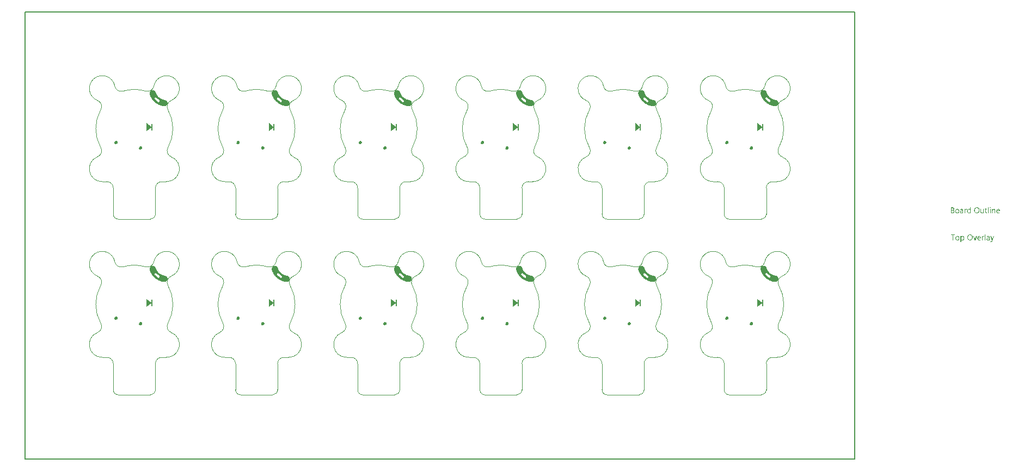
<source format=gto>
G04*
G04 #@! TF.GenerationSoftware,Altium Limited,Altium Designer,21.3.2 (30)*
G04*
G04 Layer_Color=65535*
%FSAX25Y25*%
%MOIN*%
G70*
G04*
G04 #@! TF.SameCoordinates,57FAC1CB-812B-421D-9FDC-EB945B2EFB84*
G04*
G04*
G04 #@! TF.FilePolarity,Positive*
G04*
G01*
G75*
%ADD24C,0.00787*%
%ADD25C,0.00197*%
%ADD35C,0.01968*%
G36*
X0432622Y0206507D02*
X0432740Y0206498D01*
X0432856Y0206483D01*
X0432971Y0206460D01*
X0433085Y0206431D01*
X0433196Y0206395D01*
X0433306Y0206352D01*
X0433412Y0206302D01*
X0433516Y0206246D01*
X0433615Y0206185D01*
X0433711Y0206117D01*
X0433803Y0206043D01*
X0433890Y0205964D01*
X0433972Y0205880D01*
X0434048Y0205792D01*
X0434120Y0205698D01*
X0434185Y0205601D01*
X0434245Y0205500D01*
X0434298Y0205395D01*
X0434345Y0205288D01*
X0434385Y0205177D01*
X0434390Y0205161D01*
X0434390Y0205161D01*
X0434454Y0204972D01*
X0434533Y0204760D01*
X0434619Y0204551D01*
X0434712Y0204344D01*
X0434811Y0204141D01*
X0434917Y0203941D01*
X0435030Y0203745D01*
X0435149Y0203552D01*
X0435274Y0203364D01*
X0435406Y0203180D01*
X0435543Y0203000D01*
X0435686Y0202824D01*
X0435835Y0202654D01*
X0435989Y0202488D01*
X0436148Y0202328D01*
X0436313Y0202172D01*
X0436483Y0202023D01*
X0436657Y0201879D01*
X0436837Y0201740D01*
X0437020Y0201608D01*
X0437208Y0201482D01*
X0437400Y0201362D01*
X0437596Y0201248D01*
X0437795Y0201141D01*
X0437997Y0201040D01*
X0438203Y0200946D01*
X0438412Y0200859D01*
X0438624Y0200779D01*
X0438838Y0200705D01*
X0439054Y0200639D01*
X0439273Y0200580D01*
X0439493Y0200528D01*
X0439715Y0200483D01*
X0439935Y0200446D01*
X0439935Y0200446D01*
X0439958Y0200443D01*
X0440073Y0200421D01*
X0440187Y0200391D01*
X0440299Y0200355D01*
X0440408Y0200312D01*
X0440514Y0200263D01*
X0440618Y0200207D01*
X0440717Y0200145D01*
X0440813Y0200077D01*
X0440905Y0200004D01*
X0440992Y0199925D01*
X0441074Y0199841D01*
X0441151Y0199752D01*
X0441222Y0199659D01*
X0441287Y0199562D01*
X0441347Y0199460D01*
X0441400Y0199356D01*
X0441447Y0199248D01*
X0441488Y0199138D01*
X0441521Y0199025D01*
X0441548Y0198911D01*
X0441568Y0198795D01*
X0441581Y0198679D01*
X0441586Y0198562D01*
X0441585Y0198444D01*
X0441576Y0198327D01*
X0441561Y0198211D01*
X0441538Y0198095D01*
X0441509Y0197982D01*
X0441473Y0197870D01*
X0441430Y0197761D01*
X0441381Y0197654D01*
X0441325Y0197551D01*
X0441263Y0197451D01*
X0441195Y0197355D01*
X0441122Y0197264D01*
X0441043Y0197177D01*
X0440959Y0197095D01*
X0440870Y0197018D01*
X0440777Y0196947D01*
X0440679Y0196881D01*
X0440578Y0196822D01*
X0440474Y0196768D01*
X0440366Y0196721D01*
X0440256Y0196681D01*
X0440143Y0196647D01*
X0440029Y0196621D01*
X0439913Y0196601D01*
X0439797Y0196588D01*
X0439679Y0196582D01*
X0439562Y0196584D01*
X0439445Y0196592D01*
X0439352Y0196605D01*
X0439352Y0196605D01*
X0439200Y0196628D01*
X0438912Y0196680D01*
X0438626Y0196739D01*
X0438341Y0196807D01*
X0438059Y0196882D01*
X0437778Y0196965D01*
X0437500Y0197055D01*
X0437224Y0197153D01*
X0436951Y0197258D01*
X0436681Y0197371D01*
X0436414Y0197490D01*
X0436151Y0197617D01*
X0435891Y0197751D01*
X0435634Y0197893D01*
X0435382Y0198040D01*
X0435134Y0198195D01*
X0434890Y0198357D01*
X0434650Y0198525D01*
X0434415Y0198699D01*
X0434186Y0198880D01*
X0433960Y0199067D01*
X0433741Y0199259D01*
X0433526Y0199458D01*
X0433317Y0199663D01*
X0433113Y0199873D01*
X0432915Y0200088D01*
X0432723Y0200309D01*
X0432538Y0200535D01*
X0432358Y0200766D01*
X0432185Y0201002D01*
X0432018Y0201242D01*
X0431857Y0201487D01*
X0431704Y0201736D01*
X0431557Y0201989D01*
X0431417Y0202245D01*
X0431284Y0202506D01*
X0431158Y0202770D01*
X0431040Y0203038D01*
X0430928Y0203308D01*
X0430824Y0203582D01*
X0430728Y0203858D01*
X0430692Y0203969D01*
X0430692Y0203969D01*
X0430663Y0204065D01*
X0430636Y0204179D01*
X0430617Y0204295D01*
X0430604Y0204412D01*
X0430598Y0204529D01*
X0430599Y0204646D01*
X0430608Y0204763D01*
X0430623Y0204880D01*
X0430646Y0204995D01*
X0430675Y0205109D01*
X0430712Y0205220D01*
X0430755Y0205330D01*
X0430804Y0205436D01*
X0430860Y0205539D01*
X0430922Y0205639D01*
X0430989Y0205735D01*
X0431063Y0205826D01*
X0431142Y0205913D01*
X0431226Y0205995D01*
X0431314Y0206072D01*
X0431408Y0206144D01*
X0431505Y0206209D01*
X0431606Y0206269D01*
X0431711Y0206322D01*
X0431818Y0206369D01*
X0431929Y0206409D01*
X0432041Y0206443D01*
X0432155Y0206470D01*
X0432271Y0206490D01*
X0432388Y0206502D01*
X0432505Y0206508D01*
X0432622Y0206507D01*
D02*
G37*
G36*
X0357814D02*
X0357931Y0206498D01*
X0358048Y0206483D01*
X0358163Y0206460D01*
X0358277Y0206431D01*
X0358388Y0206395D01*
X0358498Y0206352D01*
X0358604Y0206302D01*
X0358707Y0206246D01*
X0358807Y0206185D01*
X0358903Y0206117D01*
X0358995Y0206043D01*
X0359082Y0205964D01*
X0359163Y0205880D01*
X0359240Y0205792D01*
X0359312Y0205698D01*
X0359377Y0205601D01*
X0359437Y0205500D01*
X0359490Y0205395D01*
X0359537Y0205288D01*
X0359577Y0205177D01*
X0359582Y0205161D01*
X0359582Y0205161D01*
X0359646Y0204972D01*
X0359725Y0204760D01*
X0359811Y0204551D01*
X0359904Y0204344D01*
X0360003Y0204141D01*
X0360109Y0203941D01*
X0360222Y0203745D01*
X0360341Y0203552D01*
X0360466Y0203364D01*
X0360597Y0203180D01*
X0360735Y0203000D01*
X0360878Y0202824D01*
X0361027Y0202654D01*
X0361181Y0202488D01*
X0361340Y0202328D01*
X0361505Y0202172D01*
X0361675Y0202023D01*
X0361849Y0201879D01*
X0362029Y0201740D01*
X0362212Y0201608D01*
X0362400Y0201482D01*
X0362592Y0201362D01*
X0362787Y0201248D01*
X0362987Y0201141D01*
X0363189Y0201040D01*
X0363395Y0200946D01*
X0363604Y0200859D01*
X0363816Y0200779D01*
X0364030Y0200705D01*
X0364246Y0200639D01*
X0364464Y0200580D01*
X0364685Y0200528D01*
X0364907Y0200483D01*
X0365127Y0200446D01*
X0365127Y0200446D01*
X0365150Y0200443D01*
X0365265Y0200421D01*
X0365379Y0200391D01*
X0365491Y0200355D01*
X0365600Y0200312D01*
X0365706Y0200263D01*
X0365810Y0200207D01*
X0365909Y0200145D01*
X0366005Y0200077D01*
X0366097Y0200004D01*
X0366184Y0199925D01*
X0366266Y0199841D01*
X0366342Y0199752D01*
X0366414Y0199659D01*
X0366479Y0199562D01*
X0366539Y0199460D01*
X0366592Y0199356D01*
X0366639Y0199248D01*
X0366680Y0199138D01*
X0366713Y0199025D01*
X0366740Y0198911D01*
X0366760Y0198795D01*
X0366773Y0198679D01*
X0366778Y0198562D01*
X0366777Y0198444D01*
X0366768Y0198327D01*
X0366753Y0198211D01*
X0366730Y0198095D01*
X0366701Y0197982D01*
X0366665Y0197870D01*
X0366622Y0197761D01*
X0366572Y0197654D01*
X0366517Y0197551D01*
X0366455Y0197451D01*
X0366387Y0197355D01*
X0366314Y0197264D01*
X0366235Y0197177D01*
X0366151Y0197095D01*
X0366062Y0197018D01*
X0365969Y0196947D01*
X0365871Y0196881D01*
X0365770Y0196822D01*
X0365666Y0196768D01*
X0365558Y0196721D01*
X0365448Y0196681D01*
X0365335Y0196647D01*
X0365221Y0196621D01*
X0365105Y0196601D01*
X0364988Y0196588D01*
X0364871Y0196582D01*
X0364754Y0196584D01*
X0364637Y0196592D01*
X0364544Y0196605D01*
X0364544Y0196605D01*
X0364392Y0196628D01*
X0364104Y0196680D01*
X0363818Y0196739D01*
X0363533Y0196807D01*
X0363250Y0196882D01*
X0362970Y0196965D01*
X0362692Y0197055D01*
X0362416Y0197153D01*
X0362143Y0197258D01*
X0361873Y0197371D01*
X0361606Y0197490D01*
X0361343Y0197617D01*
X0361083Y0197751D01*
X0360826Y0197893D01*
X0360574Y0198040D01*
X0360326Y0198195D01*
X0360082Y0198357D01*
X0359842Y0198525D01*
X0359607Y0198699D01*
X0359377Y0198880D01*
X0359152Y0199067D01*
X0358932Y0199259D01*
X0358718Y0199458D01*
X0358509Y0199663D01*
X0358305Y0199873D01*
X0358107Y0200088D01*
X0357915Y0200309D01*
X0357730Y0200535D01*
X0357550Y0200766D01*
X0357377Y0201002D01*
X0357210Y0201242D01*
X0357049Y0201487D01*
X0356896Y0201736D01*
X0356749Y0201989D01*
X0356609Y0202245D01*
X0356476Y0202506D01*
X0356350Y0202770D01*
X0356232Y0203038D01*
X0356120Y0203308D01*
X0356016Y0203582D01*
X0355920Y0203858D01*
X0355884Y0203969D01*
X0355884Y0203969D01*
X0355855Y0204065D01*
X0355828Y0204179D01*
X0355808Y0204295D01*
X0355796Y0204412D01*
X0355790Y0204529D01*
X0355791Y0204646D01*
X0355800Y0204763D01*
X0355815Y0204880D01*
X0355838Y0204995D01*
X0355867Y0205109D01*
X0355904Y0205220D01*
X0355946Y0205330D01*
X0355996Y0205436D01*
X0356052Y0205539D01*
X0356114Y0205639D01*
X0356181Y0205735D01*
X0356255Y0205826D01*
X0356334Y0205913D01*
X0356418Y0205995D01*
X0356506Y0206072D01*
X0356600Y0206144D01*
X0356697Y0206209D01*
X0356798Y0206269D01*
X0356903Y0206322D01*
X0357010Y0206369D01*
X0357121Y0206409D01*
X0357233Y0206443D01*
X0357347Y0206470D01*
X0357463Y0206490D01*
X0357580Y0206502D01*
X0357697Y0206508D01*
X0357814Y0206507D01*
D02*
G37*
G36*
X0283006D02*
X0283123Y0206498D01*
X0283240Y0206483D01*
X0283355Y0206460D01*
X0283469Y0206431D01*
X0283580Y0206395D01*
X0283689Y0206352D01*
X0283796Y0206302D01*
X0283899Y0206246D01*
X0283999Y0206185D01*
X0284095Y0206117D01*
X0284187Y0206043D01*
X0284273Y0205964D01*
X0284355Y0205880D01*
X0284432Y0205792D01*
X0284504Y0205698D01*
X0284569Y0205601D01*
X0284629Y0205500D01*
X0284682Y0205395D01*
X0284729Y0205288D01*
X0284769Y0205177D01*
X0284774Y0205161D01*
X0284774Y0205161D01*
X0284838Y0204972D01*
X0284917Y0204760D01*
X0285003Y0204551D01*
X0285096Y0204344D01*
X0285195Y0204141D01*
X0285301Y0203941D01*
X0285414Y0203745D01*
X0285533Y0203552D01*
X0285658Y0203364D01*
X0285789Y0203180D01*
X0285927Y0203000D01*
X0286070Y0202824D01*
X0286219Y0202654D01*
X0286373Y0202488D01*
X0286532Y0202328D01*
X0286697Y0202172D01*
X0286867Y0202023D01*
X0287041Y0201879D01*
X0287220Y0201740D01*
X0287404Y0201608D01*
X0287592Y0201482D01*
X0287784Y0201362D01*
X0287979Y0201248D01*
X0288179Y0201141D01*
X0288381Y0201040D01*
X0288587Y0200946D01*
X0288796Y0200859D01*
X0289007Y0200779D01*
X0289222Y0200705D01*
X0289438Y0200639D01*
X0289656Y0200580D01*
X0289877Y0200528D01*
X0290099Y0200483D01*
X0290318Y0200446D01*
X0290318Y0200446D01*
X0290342Y0200443D01*
X0290457Y0200421D01*
X0290571Y0200391D01*
X0290682Y0200355D01*
X0290792Y0200312D01*
X0290898Y0200263D01*
X0291002Y0200207D01*
X0291101Y0200145D01*
X0291197Y0200077D01*
X0291288Y0200004D01*
X0291376Y0199925D01*
X0291458Y0199841D01*
X0291534Y0199752D01*
X0291606Y0199659D01*
X0291671Y0199562D01*
X0291731Y0199460D01*
X0291784Y0199356D01*
X0291831Y0199248D01*
X0291872Y0199138D01*
X0291905Y0199025D01*
X0291932Y0198911D01*
X0291952Y0198795D01*
X0291965Y0198679D01*
X0291970Y0198562D01*
X0291969Y0198444D01*
X0291960Y0198327D01*
X0291945Y0198211D01*
X0291922Y0198095D01*
X0291893Y0197982D01*
X0291857Y0197870D01*
X0291814Y0197761D01*
X0291764Y0197654D01*
X0291709Y0197551D01*
X0291647Y0197451D01*
X0291579Y0197355D01*
X0291505Y0197264D01*
X0291427Y0197177D01*
X0291343Y0197095D01*
X0291254Y0197018D01*
X0291161Y0196947D01*
X0291063Y0196881D01*
X0290962Y0196822D01*
X0290858Y0196768D01*
X0290750Y0196721D01*
X0290640Y0196681D01*
X0290527Y0196647D01*
X0290413Y0196621D01*
X0290297Y0196601D01*
X0290180Y0196588D01*
X0290063Y0196582D01*
X0289946Y0196584D01*
X0289829Y0196592D01*
X0289736Y0196605D01*
X0289736Y0196605D01*
X0289584Y0196628D01*
X0289296Y0196680D01*
X0289010Y0196739D01*
X0288725Y0196807D01*
X0288442Y0196882D01*
X0288162Y0196965D01*
X0287884Y0197055D01*
X0287608Y0197153D01*
X0287335Y0197258D01*
X0287065Y0197371D01*
X0286798Y0197490D01*
X0286535Y0197617D01*
X0286275Y0197751D01*
X0286018Y0197893D01*
X0285766Y0198040D01*
X0285518Y0198195D01*
X0285274Y0198357D01*
X0285034Y0198525D01*
X0284799Y0198699D01*
X0284569Y0198880D01*
X0284344Y0199067D01*
X0284124Y0199259D01*
X0283910Y0199458D01*
X0283700Y0199663D01*
X0283497Y0199873D01*
X0283299Y0200088D01*
X0283107Y0200309D01*
X0282922Y0200535D01*
X0282742Y0200766D01*
X0282569Y0201002D01*
X0282402Y0201242D01*
X0282241Y0201487D01*
X0282088Y0201736D01*
X0281941Y0201989D01*
X0281801Y0202245D01*
X0281668Y0202506D01*
X0281542Y0202770D01*
X0281423Y0203038D01*
X0281312Y0203308D01*
X0281208Y0203582D01*
X0281112Y0203858D01*
X0281076Y0203969D01*
X0281076Y0203969D01*
X0281047Y0204065D01*
X0281020Y0204179D01*
X0281000Y0204295D01*
X0280988Y0204412D01*
X0280982Y0204529D01*
X0280983Y0204646D01*
X0280992Y0204763D01*
X0281007Y0204880D01*
X0281030Y0204995D01*
X0281059Y0205109D01*
X0281095Y0205220D01*
X0281138Y0205330D01*
X0281188Y0205436D01*
X0281243Y0205539D01*
X0281305Y0205639D01*
X0281373Y0205735D01*
X0281447Y0205826D01*
X0281526Y0205913D01*
X0281610Y0205995D01*
X0281698Y0206072D01*
X0281791Y0206144D01*
X0281889Y0206209D01*
X0281990Y0206269D01*
X0282095Y0206322D01*
X0282202Y0206369D01*
X0282312Y0206409D01*
X0282425Y0206443D01*
X0282539Y0206470D01*
X0282655Y0206490D01*
X0282772Y0206502D01*
X0282889Y0206508D01*
X0283006Y0206507D01*
D02*
G37*
G36*
X0208198D02*
X0208315Y0206498D01*
X0208432Y0206483D01*
X0208547Y0206460D01*
X0208661Y0206431D01*
X0208772Y0206395D01*
X0208881Y0206352D01*
X0208988Y0206302D01*
X0209091Y0206246D01*
X0209191Y0206185D01*
X0209287Y0206117D01*
X0209378Y0206043D01*
X0209465Y0205964D01*
X0209547Y0205880D01*
X0209624Y0205792D01*
X0209696Y0205698D01*
X0209761Y0205601D01*
X0209821Y0205500D01*
X0209874Y0205395D01*
X0209921Y0205288D01*
X0209961Y0205177D01*
X0209966Y0205161D01*
X0209966Y0205161D01*
X0210030Y0204972D01*
X0210109Y0204760D01*
X0210195Y0204551D01*
X0210288Y0204344D01*
X0210387Y0204141D01*
X0210493Y0203941D01*
X0210606Y0203745D01*
X0210725Y0203552D01*
X0210850Y0203364D01*
X0210981Y0203180D01*
X0211119Y0203000D01*
X0211262Y0202824D01*
X0211410Y0202654D01*
X0211565Y0202488D01*
X0211724Y0202328D01*
X0211889Y0202172D01*
X0212059Y0202023D01*
X0212233Y0201879D01*
X0212412Y0201740D01*
X0212596Y0201608D01*
X0212784Y0201482D01*
X0212976Y0201362D01*
X0213171Y0201248D01*
X0213370Y0201141D01*
X0213573Y0201040D01*
X0213779Y0200946D01*
X0213988Y0200859D01*
X0214199Y0200779D01*
X0214414Y0200705D01*
X0214630Y0200639D01*
X0214848Y0200580D01*
X0215069Y0200528D01*
X0215290Y0200483D01*
X0215510Y0200446D01*
X0215511Y0200446D01*
X0215534Y0200443D01*
X0215649Y0200421D01*
X0215763Y0200391D01*
X0215874Y0200355D01*
X0215984Y0200312D01*
X0216090Y0200263D01*
X0216193Y0200207D01*
X0216293Y0200145D01*
X0216389Y0200077D01*
X0216480Y0200004D01*
X0216567Y0199925D01*
X0216650Y0199841D01*
X0216726Y0199752D01*
X0216798Y0199659D01*
X0216863Y0199562D01*
X0216923Y0199460D01*
X0216976Y0199356D01*
X0217023Y0199248D01*
X0217063Y0199138D01*
X0217097Y0199025D01*
X0217124Y0198911D01*
X0217144Y0198795D01*
X0217156Y0198679D01*
X0217162Y0198562D01*
X0217161Y0198444D01*
X0217152Y0198327D01*
X0217137Y0198211D01*
X0217114Y0198095D01*
X0217085Y0197982D01*
X0217049Y0197870D01*
X0217006Y0197761D01*
X0216956Y0197654D01*
X0216900Y0197551D01*
X0216839Y0197451D01*
X0216771Y0197355D01*
X0216697Y0197264D01*
X0216618Y0197177D01*
X0216534Y0197095D01*
X0216446Y0197018D01*
X0216353Y0196947D01*
X0216255Y0196881D01*
X0216154Y0196822D01*
X0216049Y0196768D01*
X0215942Y0196721D01*
X0215831Y0196681D01*
X0215719Y0196647D01*
X0215605Y0196621D01*
X0215489Y0196601D01*
X0215372Y0196588D01*
X0215255Y0196582D01*
X0215138Y0196584D01*
X0215021Y0196592D01*
X0214928Y0196605D01*
X0214928Y0196605D01*
X0214776Y0196628D01*
X0214488Y0196680D01*
X0214202Y0196739D01*
X0213917Y0196807D01*
X0213634Y0196882D01*
X0213354Y0196965D01*
X0213075Y0197055D01*
X0212800Y0197153D01*
X0212527Y0197258D01*
X0212257Y0197371D01*
X0211990Y0197490D01*
X0211726Y0197617D01*
X0211467Y0197751D01*
X0211210Y0197893D01*
X0210958Y0198040D01*
X0210710Y0198195D01*
X0210466Y0198357D01*
X0210226Y0198525D01*
X0209991Y0198699D01*
X0209761Y0198880D01*
X0209536Y0199067D01*
X0209316Y0199259D01*
X0209102Y0199458D01*
X0208892Y0199663D01*
X0208689Y0199873D01*
X0208491Y0200088D01*
X0208299Y0200309D01*
X0208113Y0200535D01*
X0207934Y0200766D01*
X0207760Y0201002D01*
X0207593Y0201242D01*
X0207433Y0201487D01*
X0207280Y0201736D01*
X0207133Y0201989D01*
X0206993Y0202245D01*
X0206860Y0202506D01*
X0206734Y0202770D01*
X0206615Y0203038D01*
X0206504Y0203308D01*
X0206400Y0203582D01*
X0206304Y0203858D01*
X0206268Y0203969D01*
X0206268Y0203969D01*
X0206239Y0204065D01*
X0206212Y0204179D01*
X0206192Y0204295D01*
X0206180Y0204412D01*
X0206174Y0204529D01*
X0206175Y0204646D01*
X0206184Y0204763D01*
X0206199Y0204880D01*
X0206222Y0204995D01*
X0206251Y0205109D01*
X0206287Y0205220D01*
X0206330Y0205330D01*
X0206380Y0205436D01*
X0206435Y0205539D01*
X0206497Y0205639D01*
X0206565Y0205735D01*
X0206639Y0205826D01*
X0206717Y0205913D01*
X0206801Y0205995D01*
X0206890Y0206072D01*
X0206983Y0206144D01*
X0207081Y0206209D01*
X0207182Y0206269D01*
X0207287Y0206322D01*
X0207394Y0206369D01*
X0207504Y0206409D01*
X0207617Y0206443D01*
X0207731Y0206470D01*
X0207847Y0206490D01*
X0207964Y0206502D01*
X0208081Y0206508D01*
X0208198Y0206507D01*
D02*
G37*
G36*
X0133390D02*
X0133507Y0206498D01*
X0133624Y0206483D01*
X0133739Y0206460D01*
X0133852Y0206431D01*
X0133964Y0206395D01*
X0134073Y0206352D01*
X0134180Y0206302D01*
X0134283Y0206246D01*
X0134383Y0206185D01*
X0134479Y0206117D01*
X0134570Y0206043D01*
X0134657Y0205964D01*
X0134739Y0205880D01*
X0134816Y0205792D01*
X0134887Y0205698D01*
X0134953Y0205601D01*
X0135012Y0205500D01*
X0135066Y0205395D01*
X0135113Y0205288D01*
X0135153Y0205177D01*
X0135158Y0205161D01*
X0135158Y0205161D01*
X0135222Y0204972D01*
X0135301Y0204760D01*
X0135387Y0204551D01*
X0135480Y0204344D01*
X0135579Y0204141D01*
X0135685Y0203941D01*
X0135798Y0203745D01*
X0135917Y0203552D01*
X0136042Y0203364D01*
X0136173Y0203180D01*
X0136311Y0203000D01*
X0136454Y0202824D01*
X0136602Y0202654D01*
X0136757Y0202488D01*
X0136916Y0202328D01*
X0137081Y0202172D01*
X0137251Y0202023D01*
X0137425Y0201879D01*
X0137604Y0201740D01*
X0137788Y0201608D01*
X0137976Y0201482D01*
X0138168Y0201362D01*
X0138363Y0201248D01*
X0138562Y0201141D01*
X0138765Y0201040D01*
X0138971Y0200946D01*
X0139180Y0200859D01*
X0139391Y0200779D01*
X0139605Y0200705D01*
X0139822Y0200639D01*
X0140040Y0200580D01*
X0140261Y0200528D01*
X0140482Y0200483D01*
X0140702Y0200446D01*
X0140702Y0200446D01*
X0140726Y0200443D01*
X0140841Y0200421D01*
X0140955Y0200391D01*
X0141066Y0200355D01*
X0141175Y0200312D01*
X0141282Y0200263D01*
X0141385Y0200207D01*
X0141485Y0200145D01*
X0141581Y0200077D01*
X0141672Y0200004D01*
X0141759Y0199925D01*
X0141841Y0199841D01*
X0141918Y0199752D01*
X0141990Y0199659D01*
X0142055Y0199562D01*
X0142115Y0199460D01*
X0142168Y0199356D01*
X0142215Y0199248D01*
X0142255Y0199138D01*
X0142289Y0199025D01*
X0142316Y0198911D01*
X0142335Y0198795D01*
X0142348Y0198679D01*
X0142354Y0198562D01*
X0142353Y0198444D01*
X0142344Y0198327D01*
X0142329Y0198211D01*
X0142306Y0198095D01*
X0142277Y0197982D01*
X0142241Y0197870D01*
X0142198Y0197761D01*
X0142148Y0197654D01*
X0142092Y0197551D01*
X0142031Y0197451D01*
X0141963Y0197355D01*
X0141889Y0197264D01*
X0141810Y0197177D01*
X0141726Y0197095D01*
X0141638Y0197018D01*
X0141544Y0196947D01*
X0141447Y0196881D01*
X0141346Y0196822D01*
X0141241Y0196768D01*
X0141134Y0196721D01*
X0141024Y0196681D01*
X0140911Y0196647D01*
X0140797Y0196621D01*
X0140681Y0196601D01*
X0140564Y0196588D01*
X0140447Y0196582D01*
X0140330Y0196584D01*
X0140213Y0196592D01*
X0140120Y0196605D01*
X0140120Y0196605D01*
X0139968Y0196628D01*
X0139680Y0196680D01*
X0139394Y0196739D01*
X0139109Y0196807D01*
X0138826Y0196882D01*
X0138546Y0196965D01*
X0138267Y0197055D01*
X0137992Y0197153D01*
X0137719Y0197258D01*
X0137449Y0197371D01*
X0137182Y0197490D01*
X0136918Y0197617D01*
X0136658Y0197751D01*
X0136402Y0197893D01*
X0136150Y0198040D01*
X0135901Y0198195D01*
X0135658Y0198357D01*
X0135418Y0198525D01*
X0135183Y0198699D01*
X0134953Y0198880D01*
X0134728Y0199067D01*
X0134508Y0199259D01*
X0134293Y0199458D01*
X0134084Y0199663D01*
X0133881Y0199873D01*
X0133683Y0200088D01*
X0133491Y0200309D01*
X0133305Y0200535D01*
X0133126Y0200766D01*
X0132952Y0201002D01*
X0132785Y0201242D01*
X0132625Y0201487D01*
X0132472Y0201736D01*
X0132325Y0201989D01*
X0132185Y0202245D01*
X0132052Y0202506D01*
X0131926Y0202770D01*
X0131807Y0203038D01*
X0131696Y0203308D01*
X0131592Y0203582D01*
X0131495Y0203858D01*
X0131460Y0203969D01*
X0131460Y0203969D01*
X0131431Y0204065D01*
X0131404Y0204179D01*
X0131384Y0204295D01*
X0131371Y0204412D01*
X0131366Y0204529D01*
X0131367Y0204646D01*
X0131376Y0204763D01*
X0131391Y0204880D01*
X0131414Y0204995D01*
X0131443Y0205109D01*
X0131479Y0205220D01*
X0131522Y0205330D01*
X0131572Y0205436D01*
X0131627Y0205539D01*
X0131689Y0205639D01*
X0131757Y0205735D01*
X0131831Y0205826D01*
X0131909Y0205913D01*
X0131993Y0205995D01*
X0132082Y0206072D01*
X0132175Y0206144D01*
X0132273Y0206209D01*
X0132374Y0206269D01*
X0132478Y0206322D01*
X0132586Y0206369D01*
X0132696Y0206409D01*
X0132809Y0206443D01*
X0132923Y0206470D01*
X0133039Y0206490D01*
X0133156Y0206502D01*
X0133273Y0206508D01*
X0133390Y0206507D01*
D02*
G37*
G36*
X0058582D02*
X0058699Y0206498D01*
X0058815Y0206483D01*
X0058931Y0206460D01*
X0059044Y0206431D01*
X0059156Y0206395D01*
X0059265Y0206352D01*
X0059372Y0206302D01*
X0059475Y0206246D01*
X0059575Y0206185D01*
X0059671Y0206117D01*
X0059762Y0206043D01*
X0059849Y0205964D01*
X0059931Y0205880D01*
X0060008Y0205792D01*
X0060079Y0205698D01*
X0060145Y0205601D01*
X0060204Y0205500D01*
X0060258Y0205395D01*
X0060305Y0205288D01*
X0060345Y0205177D01*
X0060350Y0205161D01*
X0060350Y0205161D01*
X0060414Y0204972D01*
X0060493Y0204760D01*
X0060579Y0204551D01*
X0060672Y0204344D01*
X0060771Y0204141D01*
X0060877Y0203941D01*
X0060990Y0203745D01*
X0061109Y0203552D01*
X0061234Y0203364D01*
X0061365Y0203180D01*
X0061502Y0203000D01*
X0061646Y0202824D01*
X0061794Y0202654D01*
X0061949Y0202488D01*
X0062108Y0202328D01*
X0062273Y0202172D01*
X0062442Y0202023D01*
X0062617Y0201879D01*
X0062796Y0201740D01*
X0062980Y0201608D01*
X0063168Y0201482D01*
X0063359Y0201362D01*
X0063555Y0201248D01*
X0063754Y0201141D01*
X0063957Y0201040D01*
X0064163Y0200946D01*
X0064372Y0200859D01*
X0064583Y0200779D01*
X0064797Y0200705D01*
X0065014Y0200639D01*
X0065232Y0200580D01*
X0065452Y0200528D01*
X0065674Y0200483D01*
X0065894Y0200446D01*
X0065894Y0200446D01*
X0065918Y0200443D01*
X0066033Y0200421D01*
X0066146Y0200391D01*
X0066258Y0200355D01*
X0066367Y0200312D01*
X0066474Y0200263D01*
X0066577Y0200207D01*
X0066677Y0200145D01*
X0066773Y0200077D01*
X0066864Y0200004D01*
X0066951Y0199925D01*
X0067033Y0199841D01*
X0067110Y0199752D01*
X0067181Y0199659D01*
X0067247Y0199562D01*
X0067307Y0199460D01*
X0067360Y0199356D01*
X0067407Y0199248D01*
X0067447Y0199138D01*
X0067481Y0199025D01*
X0067508Y0198911D01*
X0067527Y0198795D01*
X0067540Y0198679D01*
X0067546Y0198562D01*
X0067545Y0198444D01*
X0067536Y0198327D01*
X0067521Y0198211D01*
X0067498Y0198095D01*
X0067469Y0197982D01*
X0067432Y0197870D01*
X0067390Y0197761D01*
X0067340Y0197654D01*
X0067284Y0197551D01*
X0067222Y0197451D01*
X0067155Y0197355D01*
X0067081Y0197264D01*
X0067002Y0197177D01*
X0066918Y0197095D01*
X0066830Y0197018D01*
X0066736Y0196947D01*
X0066639Y0196881D01*
X0066538Y0196822D01*
X0066433Y0196768D01*
X0066326Y0196721D01*
X0066215Y0196681D01*
X0066103Y0196647D01*
X0065989Y0196621D01*
X0065873Y0196601D01*
X0065756Y0196588D01*
X0065639Y0196582D01*
X0065522Y0196584D01*
X0065404Y0196592D01*
X0065311Y0196605D01*
X0065311Y0196605D01*
X0065160Y0196628D01*
X0064872Y0196680D01*
X0064586Y0196739D01*
X0064301Y0196807D01*
X0064018Y0196882D01*
X0063738Y0196965D01*
X0063459Y0197055D01*
X0063184Y0197153D01*
X0062911Y0197258D01*
X0062641Y0197371D01*
X0062374Y0197490D01*
X0062110Y0197617D01*
X0061850Y0197751D01*
X0061594Y0197893D01*
X0061342Y0198040D01*
X0061093Y0198195D01*
X0060849Y0198357D01*
X0060610Y0198525D01*
X0060375Y0198699D01*
X0060145Y0198880D01*
X0059920Y0199067D01*
X0059700Y0199259D01*
X0059485Y0199458D01*
X0059276Y0199663D01*
X0059073Y0199873D01*
X0058875Y0200088D01*
X0058683Y0200309D01*
X0058497Y0200535D01*
X0058318Y0200766D01*
X0058144Y0201002D01*
X0057977Y0201242D01*
X0057817Y0201487D01*
X0057663Y0201736D01*
X0057517Y0201989D01*
X0057377Y0202245D01*
X0057244Y0202506D01*
X0057118Y0202770D01*
X0056999Y0203038D01*
X0056888Y0203308D01*
X0056784Y0203582D01*
X0056687Y0203858D01*
X0056652Y0203969D01*
X0056652Y0203969D01*
X0056623Y0204065D01*
X0056596Y0204179D01*
X0056576Y0204295D01*
X0056563Y0204412D01*
X0056558Y0204529D01*
X0056559Y0204646D01*
X0056568Y0204763D01*
X0056583Y0204880D01*
X0056605Y0204995D01*
X0056635Y0205109D01*
X0056671Y0205220D01*
X0056714Y0205330D01*
X0056763Y0205436D01*
X0056819Y0205539D01*
X0056881Y0205639D01*
X0056949Y0205735D01*
X0057022Y0205826D01*
X0057101Y0205913D01*
X0057185Y0205995D01*
X0057274Y0206072D01*
X0057367Y0206144D01*
X0057465Y0206209D01*
X0057566Y0206269D01*
X0057670Y0206322D01*
X0057778Y0206369D01*
X0057888Y0206409D01*
X0058001Y0206443D01*
X0058115Y0206470D01*
X0058231Y0206490D01*
X0058347Y0206502D01*
X0058465Y0206508D01*
X0058582Y0206507D01*
D02*
G37*
G36*
X0431917Y0183858D02*
X0428767Y0181496D01*
Y0186221D01*
X0431917Y0183858D01*
D02*
G37*
G36*
X0357109D02*
X0353959Y0181496D01*
Y0186221D01*
X0357109Y0183858D01*
D02*
G37*
G36*
X0282301D02*
X0279151Y0181496D01*
Y0186221D01*
X0282301Y0183858D01*
D02*
G37*
G36*
X0207493D02*
X0204343Y0181496D01*
Y0186221D01*
X0207493Y0183858D01*
D02*
G37*
G36*
X0132685D02*
X0129535Y0181496D01*
Y0186221D01*
X0132685Y0183858D01*
D02*
G37*
G36*
X0057876D02*
X0054727Y0181496D01*
Y0186221D01*
X0057876Y0183858D01*
D02*
G37*
G36*
X0571414Y0134727D02*
X0571442Y0134721D01*
X0571470Y0134712D01*
X0571501Y0134696D01*
X0571531Y0134678D01*
X0571562Y0134653D01*
X0571565Y0134650D01*
X0571575Y0134641D01*
X0571587Y0134625D01*
X0571602Y0134604D01*
X0571615Y0134576D01*
X0571627Y0134545D01*
X0571636Y0134508D01*
X0571640Y0134468D01*
Y0134462D01*
Y0134449D01*
X0571636Y0134431D01*
X0571630Y0134403D01*
X0571621Y0134375D01*
X0571606Y0134344D01*
X0571587Y0134313D01*
X0571562Y0134282D01*
X0571559Y0134279D01*
X0571550Y0134270D01*
X0571531Y0134258D01*
X0571510Y0134245D01*
X0571482Y0134233D01*
X0571451Y0134221D01*
X0571417Y0134211D01*
X0571377Y0134208D01*
X0571358D01*
X0571340Y0134211D01*
X0571312Y0134218D01*
X0571284Y0134227D01*
X0571253Y0134239D01*
X0571222Y0134255D01*
X0571192Y0134279D01*
X0571188Y0134282D01*
X0571179Y0134292D01*
X0571167Y0134310D01*
X0571154Y0134332D01*
X0571142Y0134357D01*
X0571130Y0134391D01*
X0571121Y0134428D01*
X0571117Y0134468D01*
Y0134474D01*
Y0134486D01*
X0571121Y0134508D01*
X0571127Y0134533D01*
X0571136Y0134564D01*
X0571148Y0134595D01*
X0571167Y0134625D01*
X0571192Y0134653D01*
X0571195Y0134656D01*
X0571204Y0134666D01*
X0571222Y0134678D01*
X0571244Y0134693D01*
X0571272Y0134706D01*
X0571303Y0134718D01*
X0571337Y0134727D01*
X0571377Y0134731D01*
X0571395D01*
X0571414Y0134727D01*
D02*
G37*
G36*
X0559446Y0131063D02*
X0559045D01*
Y0131486D01*
X0559035D01*
X0559032Y0131480D01*
X0559023Y0131464D01*
X0559005Y0131443D01*
X0558983Y0131412D01*
X0558952Y0131375D01*
X0558918Y0131334D01*
X0558875Y0131291D01*
X0558822Y0131245D01*
X0558767Y0131199D01*
X0558702Y0131155D01*
X0558631Y0131115D01*
X0558554Y0131078D01*
X0558470Y0131047D01*
X0558377Y0131026D01*
X0558279Y0131010D01*
X0558173Y0131004D01*
X0558152D01*
X0558127Y0131007D01*
X0558096Y0131010D01*
X0558056Y0131013D01*
X0558010Y0131023D01*
X0557957Y0131032D01*
X0557901Y0131047D01*
X0557843Y0131063D01*
X0557781Y0131087D01*
X0557719Y0131112D01*
X0557654Y0131146D01*
X0557592Y0131183D01*
X0557531Y0131229D01*
X0557472Y0131282D01*
X0557416Y0131341D01*
X0557413Y0131344D01*
X0557404Y0131356D01*
X0557392Y0131375D01*
X0557373Y0131403D01*
X0557351Y0131437D01*
X0557327Y0131477D01*
X0557302Y0131526D01*
X0557277Y0131582D01*
X0557249Y0131644D01*
X0557225Y0131711D01*
X0557200Y0131789D01*
X0557178Y0131869D01*
X0557160Y0131956D01*
X0557148Y0132051D01*
X0557138Y0132150D01*
X0557135Y0132255D01*
Y0132258D01*
Y0132262D01*
Y0132271D01*
Y0132283D01*
X0557138Y0132314D01*
X0557141Y0132357D01*
X0557144Y0132413D01*
X0557151Y0132472D01*
X0557160Y0132540D01*
X0557175Y0132614D01*
X0557191Y0132691D01*
X0557212Y0132774D01*
X0557237Y0132855D01*
X0557268Y0132941D01*
X0557302Y0133022D01*
X0557345Y0133102D01*
X0557392Y0133179D01*
X0557447Y0133253D01*
X0557450Y0133256D01*
X0557463Y0133269D01*
X0557481Y0133287D01*
X0557506Y0133312D01*
X0557537Y0133340D01*
X0557574Y0133374D01*
X0557620Y0133408D01*
X0557670Y0133442D01*
X0557728Y0133476D01*
X0557790Y0133510D01*
X0557858Y0133544D01*
X0557932Y0133572D01*
X0558013Y0133596D01*
X0558099Y0133615D01*
X0558189Y0133627D01*
X0558285Y0133630D01*
X0558306D01*
X0558334Y0133627D01*
X0558368Y0133624D01*
X0558411Y0133618D01*
X0558461Y0133609D01*
X0558513Y0133596D01*
X0558572Y0133581D01*
X0558634Y0133559D01*
X0558696Y0133531D01*
X0558757Y0133498D01*
X0558819Y0133457D01*
X0558878Y0133411D01*
X0558937Y0133359D01*
X0558989Y0133294D01*
X0559035Y0133222D01*
X0559045D01*
Y0134777D01*
X0559446D01*
Y0131063D01*
D02*
G37*
G36*
X0573661Y0133627D02*
X0573688D01*
X0573722Y0133621D01*
X0573763Y0133615D01*
X0573806Y0133609D01*
X0573852Y0133596D01*
X0573902Y0133584D01*
X0573954Y0133565D01*
X0574007Y0133544D01*
X0574059Y0133516D01*
X0574109Y0133485D01*
X0574158Y0133451D01*
X0574204Y0133408D01*
X0574248Y0133362D01*
X0574251Y0133359D01*
X0574257Y0133349D01*
X0574269Y0133334D01*
X0574282Y0133312D01*
X0574297Y0133284D01*
X0574316Y0133250D01*
X0574337Y0133210D01*
X0574359Y0133167D01*
X0574377Y0133114D01*
X0574399Y0133059D01*
X0574417Y0132994D01*
X0574433Y0132926D01*
X0574445Y0132852D01*
X0574458Y0132771D01*
X0574464Y0132688D01*
X0574467Y0132595D01*
Y0131063D01*
X0574065D01*
Y0132493D01*
Y0132496D01*
Y0132503D01*
Y0132512D01*
Y0132527D01*
X0574062Y0132546D01*
Y0132568D01*
X0574056Y0132617D01*
X0574047Y0132679D01*
X0574034Y0132747D01*
X0574016Y0132818D01*
X0573991Y0132892D01*
X0573960Y0132966D01*
X0573923Y0133037D01*
X0573877Y0133105D01*
X0573818Y0133167D01*
X0573753Y0133216D01*
X0573716Y0133238D01*
X0573673Y0133256D01*
X0573630Y0133272D01*
X0573583Y0133281D01*
X0573534Y0133287D01*
X0573481Y0133291D01*
X0573454D01*
X0573432Y0133287D01*
X0573407Y0133284D01*
X0573376Y0133278D01*
X0573342Y0133272D01*
X0573308Y0133263D01*
X0573268Y0133250D01*
X0573228Y0133235D01*
X0573188Y0133216D01*
X0573144Y0133195D01*
X0573104Y0133167D01*
X0573061Y0133136D01*
X0573021Y0133102D01*
X0572984Y0133062D01*
X0572981Y0133059D01*
X0572974Y0133053D01*
X0572965Y0133040D01*
X0572953Y0133022D01*
X0572937Y0133000D01*
X0572922Y0132972D01*
X0572903Y0132941D01*
X0572885Y0132907D01*
X0572866Y0132867D01*
X0572848Y0132824D01*
X0572832Y0132778D01*
X0572817Y0132728D01*
X0572805Y0132673D01*
X0572795Y0132617D01*
X0572789Y0132555D01*
X0572786Y0132493D01*
Y0131063D01*
X0572384D01*
Y0133572D01*
X0572786D01*
Y0133155D01*
X0572795D01*
X0572798Y0133161D01*
X0572808Y0133176D01*
X0572826Y0133198D01*
X0572848Y0133229D01*
X0572879Y0133266D01*
X0572913Y0133306D01*
X0572956Y0133349D01*
X0573005Y0133393D01*
X0573061Y0133436D01*
X0573123Y0133479D01*
X0573191Y0133519D01*
X0573262Y0133556D01*
X0573342Y0133587D01*
X0573429Y0133609D01*
X0573521Y0133624D01*
X0573620Y0133630D01*
X0573639D01*
X0573661Y0133627D01*
D02*
G37*
G36*
X0556684Y0133612D02*
X0556718D01*
X0556755Y0133606D01*
X0556795Y0133599D01*
X0556835Y0133593D01*
X0556869Y0133581D01*
Y0133164D01*
X0556863Y0133167D01*
X0556851Y0133176D01*
X0556826Y0133189D01*
X0556792Y0133204D01*
X0556746Y0133220D01*
X0556696Y0133232D01*
X0556635Y0133241D01*
X0556564Y0133244D01*
X0556539D01*
X0556520Y0133241D01*
X0556499Y0133238D01*
X0556474Y0133232D01*
X0556415Y0133213D01*
X0556381Y0133201D01*
X0556347Y0133186D01*
X0556310Y0133164D01*
X0556273Y0133142D01*
X0556239Y0133114D01*
X0556202Y0133080D01*
X0556168Y0133043D01*
X0556134Y0133000D01*
X0556131Y0132997D01*
X0556128Y0132988D01*
X0556119Y0132975D01*
X0556106Y0132957D01*
X0556094Y0132932D01*
X0556078Y0132901D01*
X0556063Y0132867D01*
X0556047Y0132827D01*
X0556032Y0132784D01*
X0556017Y0132734D01*
X0556001Y0132679D01*
X0555989Y0132620D01*
X0555976Y0132555D01*
X0555967Y0132487D01*
X0555964Y0132416D01*
X0555961Y0132339D01*
Y0131063D01*
X0555559D01*
Y0133572D01*
X0555961D01*
Y0133053D01*
X0555970D01*
Y0133056D01*
X0555973Y0133065D01*
X0555979Y0133077D01*
X0555986Y0133096D01*
X0555995Y0133117D01*
X0556007Y0133145D01*
X0556035Y0133204D01*
X0556072Y0133272D01*
X0556119Y0133340D01*
X0556171Y0133405D01*
X0556233Y0133467D01*
X0556236Y0133470D01*
X0556242Y0133473D01*
X0556251Y0133479D01*
X0556264Y0133491D01*
X0556279Y0133501D01*
X0556301Y0133513D01*
X0556347Y0133541D01*
X0556406Y0133569D01*
X0556474Y0133593D01*
X0556548Y0133609D01*
X0556588Y0133612D01*
X0556628Y0133615D01*
X0556653D01*
X0556684Y0133612D01*
D02*
G37*
G36*
X0567447Y0131063D02*
X0567045D01*
Y0131458D01*
X0567035D01*
X0567032Y0131452D01*
X0567023Y0131440D01*
X0567008Y0131415D01*
X0566989Y0131387D01*
X0566961Y0131353D01*
X0566927Y0131316D01*
X0566890Y0131273D01*
X0566844Y0131233D01*
X0566794Y0131189D01*
X0566736Y0131149D01*
X0566674Y0131109D01*
X0566603Y0131075D01*
X0566526Y0131047D01*
X0566445Y0131023D01*
X0566356Y0131010D01*
X0566260Y0131004D01*
X0566238D01*
X0566223Y0131007D01*
X0566201D01*
X0566177Y0131010D01*
X0566149Y0131016D01*
X0566121Y0131019D01*
X0566053Y0131038D01*
X0565976Y0131060D01*
X0565895Y0131094D01*
X0565855Y0131115D01*
X0565812Y0131137D01*
X0565769Y0131165D01*
X0565729Y0131192D01*
X0565688Y0131226D01*
X0565648Y0131263D01*
X0565608Y0131307D01*
X0565571Y0131350D01*
X0565537Y0131399D01*
X0565503Y0131455D01*
X0565475Y0131514D01*
X0565447Y0131576D01*
X0565422Y0131644D01*
X0565401Y0131718D01*
X0565385Y0131798D01*
X0565373Y0131881D01*
X0565367Y0131974D01*
X0565364Y0132070D01*
Y0133572D01*
X0565762D01*
Y0132135D01*
Y0132132D01*
Y0132126D01*
Y0132116D01*
Y0132101D01*
X0565765Y0132082D01*
Y0132061D01*
X0565772Y0132011D01*
X0565781Y0131949D01*
X0565793Y0131885D01*
X0565815Y0131810D01*
X0565840Y0131739D01*
X0565871Y0131665D01*
X0565911Y0131591D01*
X0565960Y0131526D01*
X0566019Y0131464D01*
X0566090Y0131415D01*
X0566127Y0131393D01*
X0566170Y0131375D01*
X0566217Y0131359D01*
X0566263Y0131350D01*
X0566316Y0131344D01*
X0566371Y0131341D01*
X0566399D01*
X0566421Y0131344D01*
X0566445Y0131347D01*
X0566473Y0131353D01*
X0566507Y0131359D01*
X0566541Y0131369D01*
X0566578Y0131378D01*
X0566618Y0131393D01*
X0566659Y0131412D01*
X0566699Y0131433D01*
X0566739Y0131458D01*
X0566779Y0131486D01*
X0566816Y0131520D01*
X0566853Y0131557D01*
X0566856Y0131560D01*
X0566862Y0131566D01*
X0566872Y0131579D01*
X0566884Y0131597D01*
X0566896Y0131619D01*
X0566915Y0131644D01*
X0566930Y0131675D01*
X0566949Y0131708D01*
X0566968Y0131749D01*
X0566983Y0131792D01*
X0567001Y0131838D01*
X0567014Y0131888D01*
X0567026Y0131943D01*
X0567035Y0131999D01*
X0567042Y0132061D01*
X0567045Y0132126D01*
Y0133572D01*
X0567447D01*
Y0131063D01*
D02*
G37*
G36*
X0571572D02*
X0571170D01*
Y0133572D01*
X0571572D01*
Y0131063D01*
D02*
G37*
G36*
X0570357D02*
X0569956D01*
Y0134777D01*
X0570357D01*
Y0131063D01*
D02*
G37*
G36*
X0553956Y0133627D02*
X0553977D01*
X0553999Y0133624D01*
X0554027Y0133621D01*
X0554058Y0133615D01*
X0554122Y0133603D01*
X0554200Y0133581D01*
X0554277Y0133553D01*
X0554360Y0133513D01*
X0554444Y0133464D01*
X0554484Y0133436D01*
X0554524Y0133402D01*
X0554561Y0133365D01*
X0554598Y0133328D01*
X0554632Y0133284D01*
X0554663Y0133235D01*
X0554694Y0133186D01*
X0554722Y0133130D01*
X0554743Y0133068D01*
X0554765Y0133003D01*
X0554781Y0132935D01*
X0554793Y0132858D01*
X0554799Y0132781D01*
X0554802Y0132694D01*
Y0131063D01*
X0554400D01*
Y0131452D01*
X0554391D01*
X0554388Y0131446D01*
X0554379Y0131433D01*
X0554363Y0131412D01*
X0554342Y0131381D01*
X0554314Y0131347D01*
X0554280Y0131310D01*
X0554243Y0131270D01*
X0554197Y0131229D01*
X0554144Y0131186D01*
X0554088Y0131146D01*
X0554024Y0131109D01*
X0553956Y0131075D01*
X0553878Y0131044D01*
X0553798Y0131023D01*
X0553711Y0131010D01*
X0553619Y0131004D01*
X0553582D01*
X0553557Y0131007D01*
X0553526Y0131010D01*
X0553489Y0131013D01*
X0553449Y0131019D01*
X0553406Y0131029D01*
X0553310Y0131053D01*
X0553263Y0131069D01*
X0553214Y0131087D01*
X0553164Y0131109D01*
X0553118Y0131137D01*
X0553075Y0131168D01*
X0553032Y0131202D01*
X0553029Y0131205D01*
X0553022Y0131211D01*
X0553013Y0131223D01*
X0552998Y0131239D01*
X0552982Y0131257D01*
X0552967Y0131282D01*
X0552945Y0131310D01*
X0552927Y0131341D01*
X0552908Y0131378D01*
X0552889Y0131418D01*
X0552871Y0131461D01*
X0552855Y0131508D01*
X0552840Y0131557D01*
X0552831Y0131610D01*
X0552825Y0131668D01*
X0552821Y0131727D01*
Y0131730D01*
Y0131736D01*
Y0131746D01*
X0552825Y0131758D01*
Y0131773D01*
X0552828Y0131792D01*
X0552834Y0131838D01*
X0552846Y0131894D01*
X0552865Y0131956D01*
X0552889Y0132024D01*
X0552927Y0132095D01*
X0552970Y0132166D01*
X0553022Y0132237D01*
X0553056Y0132271D01*
X0553090Y0132305D01*
X0553130Y0132339D01*
X0553171Y0132370D01*
X0553217Y0132401D01*
X0553266Y0132428D01*
X0553319Y0132453D01*
X0553378Y0132478D01*
X0553440Y0132500D01*
X0553504Y0132518D01*
X0553576Y0132534D01*
X0553650Y0132546D01*
X0554400Y0132651D01*
Y0132654D01*
Y0132657D01*
Y0132666D01*
Y0132679D01*
X0554397Y0132710D01*
X0554391Y0132750D01*
X0554385Y0132799D01*
X0554373Y0132855D01*
X0554357Y0132910D01*
X0554336Y0132972D01*
X0554308Y0133031D01*
X0554274Y0133090D01*
X0554234Y0133142D01*
X0554184Y0133192D01*
X0554122Y0133232D01*
X0554054Y0133263D01*
X0554017Y0133275D01*
X0553974Y0133284D01*
X0553931Y0133287D01*
X0553885Y0133291D01*
X0553863D01*
X0553841Y0133287D01*
X0553807Y0133284D01*
X0553767Y0133281D01*
X0553721Y0133275D01*
X0553668Y0133266D01*
X0553613Y0133253D01*
X0553551Y0133235D01*
X0553486Y0133216D01*
X0553418Y0133192D01*
X0553347Y0133161D01*
X0553276Y0133124D01*
X0553205Y0133083D01*
X0553134Y0133037D01*
X0553066Y0132982D01*
Y0133393D01*
X0553069Y0133396D01*
X0553081Y0133402D01*
X0553103Y0133414D01*
X0553130Y0133430D01*
X0553168Y0133448D01*
X0553208Y0133467D01*
X0553257Y0133488D01*
X0553313Y0133513D01*
X0553372Y0133535D01*
X0553436Y0133556D01*
X0553508Y0133575D01*
X0553582Y0133593D01*
X0553662Y0133609D01*
X0553742Y0133621D01*
X0553829Y0133627D01*
X0553919Y0133630D01*
X0553940D01*
X0553956Y0133627D01*
D02*
G37*
G36*
X0548319Y0134573D02*
X0548356Y0134570D01*
X0548400Y0134564D01*
X0548449Y0134557D01*
X0548505Y0134548D01*
X0548560Y0134536D01*
X0548619Y0134520D01*
X0548681Y0134502D01*
X0548740Y0134480D01*
X0548801Y0134455D01*
X0548857Y0134424D01*
X0548913Y0134391D01*
X0548965Y0134350D01*
X0548968Y0134347D01*
X0548978Y0134341D01*
X0548990Y0134329D01*
X0549005Y0134310D01*
X0549027Y0134289D01*
X0549049Y0134261D01*
X0549073Y0134230D01*
X0549098Y0134196D01*
X0549123Y0134156D01*
X0549148Y0134113D01*
X0549169Y0134063D01*
X0549191Y0134014D01*
X0549206Y0133958D01*
X0549219Y0133899D01*
X0549228Y0133837D01*
X0549231Y0133773D01*
Y0133770D01*
Y0133760D01*
Y0133745D01*
X0549228Y0133723D01*
X0549225Y0133695D01*
X0549222Y0133668D01*
X0549219Y0133633D01*
X0549212Y0133596D01*
X0549191Y0133513D01*
X0549163Y0133426D01*
X0549144Y0133380D01*
X0549123Y0133337D01*
X0549098Y0133294D01*
X0549070Y0133250D01*
X0549067Y0133247D01*
X0549064Y0133241D01*
X0549055Y0133229D01*
X0549039Y0133213D01*
X0549024Y0133198D01*
X0549005Y0133176D01*
X0548981Y0133155D01*
X0548956Y0133130D01*
X0548925Y0133105D01*
X0548891Y0133077D01*
X0548854Y0133053D01*
X0548814Y0133025D01*
X0548771Y0133000D01*
X0548727Y0132978D01*
X0548625Y0132938D01*
Y0132929D01*
X0548628D01*
X0548641Y0132926D01*
X0548659Y0132923D01*
X0548684Y0132920D01*
X0548715Y0132913D01*
X0548749Y0132904D01*
X0548789Y0132892D01*
X0548829Y0132879D01*
X0548919Y0132846D01*
X0548968Y0132824D01*
X0549015Y0132796D01*
X0549061Y0132768D01*
X0549107Y0132737D01*
X0549154Y0132700D01*
X0549194Y0132660D01*
X0549197Y0132657D01*
X0549203Y0132651D01*
X0549212Y0132639D01*
X0549228Y0132620D01*
X0549243Y0132595D01*
X0549262Y0132571D01*
X0549280Y0132537D01*
X0549302Y0132503D01*
X0549321Y0132462D01*
X0549339Y0132416D01*
X0549358Y0132370D01*
X0549373Y0132317D01*
X0549389Y0132258D01*
X0549398Y0132200D01*
X0549404Y0132138D01*
X0549407Y0132070D01*
Y0132064D01*
Y0132051D01*
X0549404Y0132027D01*
X0549401Y0131996D01*
X0549398Y0131956D01*
X0549389Y0131912D01*
X0549379Y0131863D01*
X0549367Y0131810D01*
X0549348Y0131752D01*
X0549327Y0131693D01*
X0549302Y0131634D01*
X0549271Y0131572D01*
X0549234Y0131511D01*
X0549191Y0131452D01*
X0549141Y0131396D01*
X0549083Y0131341D01*
X0549080Y0131338D01*
X0549067Y0131328D01*
X0549049Y0131316D01*
X0549024Y0131298D01*
X0548993Y0131276D01*
X0548953Y0131254D01*
X0548910Y0131226D01*
X0548860Y0131202D01*
X0548801Y0131177D01*
X0548740Y0131152D01*
X0548675Y0131128D01*
X0548601Y0131106D01*
X0548523Y0131087D01*
X0548443Y0131075D01*
X0548356Y0131066D01*
X0548267Y0131063D01*
X0547244D01*
Y0134576D01*
X0548285D01*
X0548319Y0134573D01*
D02*
G37*
G36*
X0568788Y0133572D02*
X0569421D01*
Y0133226D01*
X0568788D01*
Y0131814D01*
Y0131810D01*
Y0131801D01*
Y0131789D01*
Y0131773D01*
X0568791Y0131752D01*
X0568794Y0131727D01*
X0568800Y0131675D01*
X0568809Y0131613D01*
X0568825Y0131554D01*
X0568846Y0131498D01*
X0568859Y0131474D01*
X0568874Y0131452D01*
X0568877Y0131449D01*
X0568890Y0131437D01*
X0568911Y0131418D01*
X0568942Y0131399D01*
X0568982Y0131378D01*
X0569032Y0131362D01*
X0569090Y0131350D01*
X0569158Y0131344D01*
X0569183D01*
X0569211Y0131347D01*
X0569248Y0131353D01*
X0569288Y0131366D01*
X0569335Y0131378D01*
X0569378Y0131399D01*
X0569421Y0131427D01*
Y0131084D01*
X0569418D01*
X0569415Y0131081D01*
X0569406Y0131078D01*
X0569396Y0131072D01*
X0569362Y0131060D01*
X0569322Y0131047D01*
X0569267Y0131035D01*
X0569202Y0131023D01*
X0569128Y0131013D01*
X0569044Y0131010D01*
X0569016D01*
X0568982Y0131016D01*
X0568942Y0131023D01*
X0568893Y0131032D01*
X0568837Y0131050D01*
X0568775Y0131072D01*
X0568716Y0131103D01*
X0568655Y0131140D01*
X0568593Y0131189D01*
X0568537Y0131248D01*
X0568513Y0131282D01*
X0568488Y0131319D01*
X0568466Y0131359D01*
X0568448Y0131403D01*
X0568429Y0131449D01*
X0568414Y0131501D01*
X0568401Y0131554D01*
X0568392Y0131613D01*
X0568389Y0131675D01*
X0568386Y0131742D01*
Y0133226D01*
X0567956D01*
Y0133572D01*
X0568386D01*
Y0134184D01*
X0568788Y0134313D01*
Y0133572D01*
D02*
G37*
G36*
X0576256Y0133627D02*
X0576290Y0133624D01*
X0576333Y0133621D01*
X0576380Y0133615D01*
X0576432Y0133603D01*
X0576488Y0133590D01*
X0576550Y0133575D01*
X0576611Y0133553D01*
X0576673Y0133525D01*
X0576738Y0133494D01*
X0576800Y0133457D01*
X0576859Y0133414D01*
X0576917Y0133365D01*
X0576970Y0133309D01*
X0576973Y0133306D01*
X0576982Y0133294D01*
X0576995Y0133275D01*
X0577013Y0133250D01*
X0577032Y0133220D01*
X0577056Y0133179D01*
X0577081Y0133133D01*
X0577106Y0133080D01*
X0577131Y0133019D01*
X0577155Y0132954D01*
X0577180Y0132879D01*
X0577199Y0132802D01*
X0577217Y0132716D01*
X0577229Y0132626D01*
X0577239Y0132527D01*
X0577242Y0132425D01*
Y0132215D01*
X0575468D01*
Y0132209D01*
Y0132197D01*
X0575471Y0132175D01*
X0575474Y0132147D01*
X0575477Y0132110D01*
X0575484Y0132070D01*
X0575490Y0132027D01*
X0575502Y0131977D01*
X0575530Y0131872D01*
X0575549Y0131820D01*
X0575570Y0131764D01*
X0575595Y0131711D01*
X0575623Y0131659D01*
X0575657Y0131613D01*
X0575694Y0131566D01*
X0575697Y0131563D01*
X0575703Y0131557D01*
X0575715Y0131545D01*
X0575734Y0131532D01*
X0575756Y0131514D01*
X0575783Y0131495D01*
X0575814Y0131474D01*
X0575848Y0131455D01*
X0575888Y0131433D01*
X0575935Y0131412D01*
X0575981Y0131393D01*
X0576037Y0131375D01*
X0576092Y0131362D01*
X0576154Y0131350D01*
X0576219Y0131344D01*
X0576287Y0131341D01*
X0576305D01*
X0576327Y0131344D01*
X0576358D01*
X0576395Y0131350D01*
X0576438Y0131356D01*
X0576488Y0131366D01*
X0576544Y0131375D01*
X0576602Y0131390D01*
X0576664Y0131409D01*
X0576729Y0131430D01*
X0576794Y0131458D01*
X0576862Y0131489D01*
X0576930Y0131526D01*
X0576998Y0131569D01*
X0577066Y0131619D01*
Y0131242D01*
X0577063Y0131239D01*
X0577050Y0131233D01*
X0577032Y0131220D01*
X0577007Y0131205D01*
X0576973Y0131186D01*
X0576933Y0131168D01*
X0576886Y0131146D01*
X0576834Y0131124D01*
X0576772Y0131100D01*
X0576707Y0131078D01*
X0576636Y0131060D01*
X0576559Y0131041D01*
X0576475Y0131026D01*
X0576386Y0131013D01*
X0576290Y0131007D01*
X0576191Y0131004D01*
X0576166D01*
X0576142Y0131007D01*
X0576105Y0131010D01*
X0576058Y0131013D01*
X0576006Y0131023D01*
X0575950Y0131032D01*
X0575888Y0131047D01*
X0575823Y0131066D01*
X0575756Y0131087D01*
X0575684Y0131115D01*
X0575617Y0131146D01*
X0575545Y0131186D01*
X0575481Y0131233D01*
X0575416Y0131285D01*
X0575357Y0131344D01*
X0575354Y0131347D01*
X0575345Y0131359D01*
X0575329Y0131381D01*
X0575311Y0131409D01*
X0575286Y0131443D01*
X0575261Y0131486D01*
X0575233Y0131535D01*
X0575206Y0131594D01*
X0575178Y0131656D01*
X0575150Y0131730D01*
X0575125Y0131807D01*
X0575100Y0131894D01*
X0575082Y0131986D01*
X0575066Y0132085D01*
X0575057Y0132194D01*
X0575054Y0132305D01*
Y0132308D01*
Y0132311D01*
Y0132320D01*
Y0132329D01*
X0575057Y0132360D01*
X0575060Y0132404D01*
X0575063Y0132453D01*
X0575073Y0132509D01*
X0575082Y0132574D01*
X0575094Y0132645D01*
X0575113Y0132719D01*
X0575134Y0132796D01*
X0575162Y0132877D01*
X0575193Y0132957D01*
X0575230Y0133034D01*
X0575277Y0133114D01*
X0575326Y0133189D01*
X0575385Y0133260D01*
X0575388Y0133263D01*
X0575400Y0133275D01*
X0575419Y0133294D01*
X0575443Y0133318D01*
X0575477Y0133346D01*
X0575518Y0133377D01*
X0575561Y0133411D01*
X0575613Y0133445D01*
X0575669Y0133479D01*
X0575734Y0133513D01*
X0575802Y0133544D01*
X0575873Y0133572D01*
X0575950Y0133596D01*
X0576034Y0133615D01*
X0576120Y0133627D01*
X0576210Y0133630D01*
X0576231D01*
X0576256Y0133627D01*
D02*
G37*
G36*
X0563213Y0134632D02*
X0563235D01*
X0563257Y0134628D01*
X0563284D01*
X0563346Y0134619D01*
X0563417Y0134610D01*
X0563497Y0134595D01*
X0563584Y0134573D01*
X0563674Y0134548D01*
X0563769Y0134514D01*
X0563865Y0134474D01*
X0563964Y0134428D01*
X0564063Y0134372D01*
X0564156Y0134307D01*
X0564248Y0134230D01*
X0564335Y0134143D01*
X0564341Y0134137D01*
X0564353Y0134122D01*
X0564375Y0134094D01*
X0564406Y0134054D01*
X0564437Y0134004D01*
X0564477Y0133946D01*
X0564517Y0133878D01*
X0564557Y0133800D01*
X0564598Y0133711D01*
X0564638Y0133615D01*
X0564678Y0133510D01*
X0564712Y0133396D01*
X0564740Y0133272D01*
X0564761Y0133142D01*
X0564774Y0133006D01*
X0564780Y0132861D01*
Y0132858D01*
Y0132852D01*
Y0132839D01*
Y0132824D01*
X0564777Y0132802D01*
Y0132778D01*
X0564774Y0132750D01*
Y0132719D01*
X0564771Y0132685D01*
X0564768Y0132648D01*
X0564755Y0132564D01*
X0564743Y0132469D01*
X0564724Y0132370D01*
X0564700Y0132262D01*
X0564669Y0132150D01*
X0564632Y0132039D01*
X0564588Y0131925D01*
X0564536Y0131814D01*
X0564474Y0131702D01*
X0564403Y0131600D01*
X0564323Y0131501D01*
X0564316Y0131495D01*
X0564301Y0131480D01*
X0564276Y0131455D01*
X0564239Y0131424D01*
X0564193Y0131387D01*
X0564137Y0131344D01*
X0564075Y0131301D01*
X0564001Y0131254D01*
X0563918Y0131208D01*
X0563825Y0131161D01*
X0563726Y0131118D01*
X0563618Y0131081D01*
X0563501Y0131050D01*
X0563377Y0131026D01*
X0563244Y0131010D01*
X0563105Y0131004D01*
X0563071D01*
X0563056Y0131007D01*
X0563034D01*
X0563009Y0131010D01*
X0562982Y0131013D01*
X0562917Y0131019D01*
X0562846Y0131029D01*
X0562762Y0131044D01*
X0562676Y0131066D01*
X0562580Y0131090D01*
X0562484Y0131124D01*
X0562385Y0131165D01*
X0562283Y0131211D01*
X0562184Y0131267D01*
X0562088Y0131334D01*
X0561993Y0131409D01*
X0561906Y0131495D01*
X0561900Y0131501D01*
X0561888Y0131517D01*
X0561866Y0131545D01*
X0561835Y0131585D01*
X0561801Y0131634D01*
X0561764Y0131693D01*
X0561724Y0131761D01*
X0561684Y0131841D01*
X0561640Y0131928D01*
X0561600Y0132024D01*
X0561563Y0132129D01*
X0561529Y0132243D01*
X0561498Y0132367D01*
X0561477Y0132496D01*
X0561464Y0132632D01*
X0561458Y0132778D01*
Y0132781D01*
Y0132787D01*
Y0132799D01*
Y0132815D01*
X0561461Y0132836D01*
Y0132858D01*
X0561464Y0132886D01*
Y0132917D01*
X0561467Y0132951D01*
X0561474Y0132991D01*
X0561483Y0133071D01*
X0561495Y0133164D01*
X0561517Y0133263D01*
X0561538Y0133371D01*
X0561569Y0133479D01*
X0561606Y0133590D01*
X0561650Y0133705D01*
X0561702Y0133816D01*
X0561764Y0133924D01*
X0561835Y0134029D01*
X0561915Y0134128D01*
X0561922Y0134134D01*
X0561937Y0134150D01*
X0561962Y0134174D01*
X0561999Y0134208D01*
X0562045Y0134245D01*
X0562104Y0134289D01*
X0562169Y0134335D01*
X0562243Y0134381D01*
X0562329Y0134428D01*
X0562422Y0134474D01*
X0562524Y0134517D01*
X0562635Y0134554D01*
X0562756Y0134588D01*
X0562883Y0134613D01*
X0563019Y0134628D01*
X0563164Y0134635D01*
X0563195D01*
X0563213Y0134632D01*
D02*
G37*
G36*
X0551227Y0133627D02*
X0551267Y0133624D01*
X0551314Y0133621D01*
X0551369Y0133612D01*
X0551428Y0133603D01*
X0551493Y0133587D01*
X0551564Y0133569D01*
X0551635Y0133547D01*
X0551706Y0133519D01*
X0551780Y0133485D01*
X0551851Y0133445D01*
X0551922Y0133399D01*
X0551987Y0133346D01*
X0552049Y0133284D01*
X0552052Y0133281D01*
X0552061Y0133269D01*
X0552077Y0133247D01*
X0552099Y0133220D01*
X0552123Y0133186D01*
X0552148Y0133142D01*
X0552179Y0133093D01*
X0552207Y0133034D01*
X0552238Y0132969D01*
X0552265Y0132898D01*
X0552290Y0132821D01*
X0552315Y0132734D01*
X0552336Y0132642D01*
X0552352Y0132543D01*
X0552361Y0132438D01*
X0552364Y0132326D01*
Y0132323D01*
Y0132320D01*
Y0132311D01*
Y0132299D01*
X0552361Y0132268D01*
X0552358Y0132228D01*
X0552355Y0132175D01*
X0552346Y0132116D01*
X0552336Y0132051D01*
X0552321Y0131980D01*
X0552302Y0131906D01*
X0552281Y0131826D01*
X0552253Y0131746D01*
X0552222Y0131665D01*
X0552182Y0131585D01*
X0552136Y0131508D01*
X0552083Y0131433D01*
X0552024Y0131362D01*
X0552021Y0131359D01*
X0552009Y0131347D01*
X0551990Y0131328D01*
X0551963Y0131307D01*
X0551929Y0131279D01*
X0551888Y0131248D01*
X0551839Y0131217D01*
X0551783Y0131183D01*
X0551721Y0131149D01*
X0551653Y0131118D01*
X0551579Y0131087D01*
X0551499Y0131060D01*
X0551409Y0131038D01*
X0551317Y0131019D01*
X0551221Y0131007D01*
X0551116Y0131004D01*
X0551091D01*
X0551063Y0131007D01*
X0551023Y0131010D01*
X0550977Y0131013D01*
X0550921Y0131023D01*
X0550863Y0131032D01*
X0550798Y0131047D01*
X0550727Y0131066D01*
X0550655Y0131090D01*
X0550581Y0131118D01*
X0550507Y0131152D01*
X0550433Y0131192D01*
X0550359Y0131239D01*
X0550291Y0131291D01*
X0550226Y0131353D01*
X0550223Y0131356D01*
X0550211Y0131369D01*
X0550195Y0131390D01*
X0550173Y0131418D01*
X0550149Y0131452D01*
X0550121Y0131495D01*
X0550093Y0131545D01*
X0550062Y0131603D01*
X0550031Y0131665D01*
X0550000Y0131736D01*
X0549972Y0131814D01*
X0549948Y0131897D01*
X0549926Y0131983D01*
X0549911Y0132079D01*
X0549898Y0132181D01*
X0549895Y0132286D01*
Y0132289D01*
Y0132292D01*
Y0132302D01*
Y0132314D01*
X0549898Y0132348D01*
X0549901Y0132391D01*
X0549905Y0132444D01*
X0549914Y0132506D01*
X0549923Y0132574D01*
X0549939Y0132648D01*
X0549957Y0132725D01*
X0549979Y0132805D01*
X0550006Y0132889D01*
X0550040Y0132972D01*
X0550081Y0133053D01*
X0550124Y0133130D01*
X0550176Y0133204D01*
X0550238Y0133275D01*
X0550241Y0133278D01*
X0550254Y0133291D01*
X0550275Y0133309D01*
X0550303Y0133331D01*
X0550337Y0133359D01*
X0550380Y0133386D01*
X0550430Y0133420D01*
X0550486Y0133454D01*
X0550547Y0133485D01*
X0550618Y0133519D01*
X0550696Y0133547D01*
X0550779Y0133575D01*
X0550869Y0133596D01*
X0550964Y0133615D01*
X0551066Y0133627D01*
X0551175Y0133630D01*
X0551199D01*
X0551227Y0133627D01*
D02*
G37*
G36*
X0554447Y0117033D02*
X0554481Y0117029D01*
X0554521Y0117026D01*
X0554567Y0117017D01*
X0554620Y0117008D01*
X0554679Y0116992D01*
X0554737Y0116974D01*
X0554799Y0116952D01*
X0554861Y0116924D01*
X0554926Y0116893D01*
X0554988Y0116853D01*
X0555046Y0116807D01*
X0555105Y0116754D01*
X0555158Y0116696D01*
X0555161Y0116693D01*
X0555170Y0116680D01*
X0555182Y0116662D01*
X0555201Y0116634D01*
X0555219Y0116600D01*
X0555244Y0116560D01*
X0555269Y0116510D01*
X0555294Y0116458D01*
X0555318Y0116396D01*
X0555343Y0116328D01*
X0555368Y0116254D01*
X0555386Y0116173D01*
X0555405Y0116087D01*
X0555417Y0115994D01*
X0555426Y0115895D01*
X0555430Y0115793D01*
Y0115790D01*
Y0115787D01*
Y0115778D01*
Y0115766D01*
X0555426Y0115732D01*
X0555423Y0115688D01*
X0555420Y0115636D01*
X0555414Y0115574D01*
X0555405Y0115506D01*
X0555392Y0115432D01*
X0555374Y0115355D01*
X0555355Y0115271D01*
X0555331Y0115188D01*
X0555300Y0115104D01*
X0555266Y0115021D01*
X0555226Y0114937D01*
X0555176Y0114860D01*
X0555124Y0114786D01*
X0555121Y0114783D01*
X0555108Y0114771D01*
X0555093Y0114752D01*
X0555068Y0114727D01*
X0555037Y0114699D01*
X0555000Y0114665D01*
X0554954Y0114631D01*
X0554904Y0114597D01*
X0554849Y0114564D01*
X0554784Y0114530D01*
X0554716Y0114496D01*
X0554641Y0114468D01*
X0554561Y0114443D01*
X0554475Y0114425D01*
X0554382Y0114412D01*
X0554286Y0114409D01*
X0554265D01*
X0554240Y0114412D01*
X0554206Y0114415D01*
X0554166Y0114421D01*
X0554119Y0114431D01*
X0554067Y0114443D01*
X0554008Y0114462D01*
X0553949Y0114483D01*
X0553888Y0114511D01*
X0553826Y0114545D01*
X0553761Y0114585D01*
X0553699Y0114635D01*
X0553640Y0114690D01*
X0553585Y0114755D01*
X0553532Y0114829D01*
X0553523D01*
Y0113315D01*
X0553121D01*
Y0116977D01*
X0553523D01*
Y0116535D01*
X0553532D01*
X0553535Y0116541D01*
X0553548Y0116557D01*
X0553563Y0116581D01*
X0553588Y0116612D01*
X0553619Y0116652D01*
X0553656Y0116693D01*
X0553702Y0116739D01*
X0553752Y0116785D01*
X0553810Y0116832D01*
X0553875Y0116878D01*
X0553946Y0116918D01*
X0554024Y0116958D01*
X0554107Y0116989D01*
X0554200Y0117014D01*
X0554295Y0117029D01*
X0554400Y0117035D01*
X0554422D01*
X0554447Y0117033D01*
D02*
G37*
G36*
X0567382Y0117017D02*
X0567416D01*
X0567453Y0117011D01*
X0567493Y0117005D01*
X0567533Y0116999D01*
X0567567Y0116986D01*
Y0116569D01*
X0567561Y0116572D01*
X0567549Y0116581D01*
X0567524Y0116594D01*
X0567490Y0116609D01*
X0567443Y0116625D01*
X0567394Y0116637D01*
X0567332Y0116646D01*
X0567261Y0116649D01*
X0567236D01*
X0567218Y0116646D01*
X0567196Y0116643D01*
X0567171Y0116637D01*
X0567113Y0116618D01*
X0567079Y0116606D01*
X0567045Y0116591D01*
X0567008Y0116569D01*
X0566971Y0116547D01*
X0566937Y0116519D01*
X0566900Y0116486D01*
X0566866Y0116448D01*
X0566832Y0116405D01*
X0566828Y0116402D01*
X0566825Y0116393D01*
X0566816Y0116381D01*
X0566804Y0116362D01*
X0566791Y0116337D01*
X0566776Y0116306D01*
X0566760Y0116272D01*
X0566745Y0116232D01*
X0566730Y0116189D01*
X0566714Y0116139D01*
X0566699Y0116084D01*
X0566686Y0116025D01*
X0566674Y0115960D01*
X0566665Y0115892D01*
X0566662Y0115821D01*
X0566659Y0115744D01*
Y0114468D01*
X0566257D01*
Y0116977D01*
X0566659D01*
Y0116458D01*
X0566668D01*
Y0116461D01*
X0566671Y0116470D01*
X0566677Y0116482D01*
X0566683Y0116501D01*
X0566692Y0116523D01*
X0566705Y0116550D01*
X0566733Y0116609D01*
X0566770Y0116677D01*
X0566816Y0116745D01*
X0566869Y0116810D01*
X0566930Y0116872D01*
X0566934Y0116875D01*
X0566940Y0116878D01*
X0566949Y0116884D01*
X0566961Y0116896D01*
X0566977Y0116906D01*
X0566998Y0116918D01*
X0567045Y0116946D01*
X0567103Y0116974D01*
X0567171Y0116999D01*
X0567246Y0117014D01*
X0567286Y0117017D01*
X0567326Y0117020D01*
X0567351D01*
X0567382Y0117017D01*
D02*
G37*
G36*
X0572613Y0114066D02*
Y0114063D01*
X0572610Y0114057D01*
X0572604Y0114048D01*
X0572598Y0114032D01*
X0572591Y0114014D01*
X0572582Y0113995D01*
X0572557Y0113946D01*
X0572523Y0113887D01*
X0572486Y0113819D01*
X0572440Y0113751D01*
X0572387Y0113677D01*
X0572329Y0113606D01*
X0572264Y0113535D01*
X0572193Y0113467D01*
X0572116Y0113408D01*
X0572032Y0113358D01*
X0571989Y0113340D01*
X0571943Y0113321D01*
X0571896Y0113306D01*
X0571847Y0113297D01*
X0571797Y0113291D01*
X0571745Y0113287D01*
X0571720D01*
X0571689Y0113291D01*
X0571652D01*
X0571612Y0113297D01*
X0571569Y0113303D01*
X0571522Y0113309D01*
X0571482Y0113321D01*
Y0113680D01*
X0571488Y0113677D01*
X0571504Y0113674D01*
X0571528Y0113668D01*
X0571559Y0113658D01*
X0571596Y0113649D01*
X0571636Y0113643D01*
X0571680Y0113640D01*
X0571720Y0113637D01*
X0571732D01*
X0571748Y0113640D01*
X0571769Y0113643D01*
X0571794Y0113649D01*
X0571825Y0113655D01*
X0571856Y0113668D01*
X0571893Y0113683D01*
X0571927Y0113701D01*
X0571967Y0113726D01*
X0572004Y0113754D01*
X0572041Y0113788D01*
X0572078Y0113831D01*
X0572116Y0113878D01*
X0572146Y0113933D01*
X0572177Y0113998D01*
X0572378Y0114471D01*
X0571399Y0116977D01*
X0571844D01*
X0572523Y0115046D01*
Y0115042D01*
X0572527Y0115036D01*
X0572530Y0115027D01*
X0572536Y0115008D01*
X0572542Y0114984D01*
X0572548Y0114950D01*
X0572561Y0114907D01*
X0572573Y0114854D01*
X0572588D01*
Y0114857D01*
X0572591Y0114866D01*
X0572594Y0114879D01*
X0572601Y0114900D01*
X0572607Y0114925D01*
X0572613Y0114956D01*
X0572625Y0114996D01*
X0572638Y0115039D01*
X0573351Y0116977D01*
X0573766D01*
X0572613Y0114066D01*
D02*
G37*
G36*
X0562203Y0114468D02*
X0561807D01*
X0560859Y0116977D01*
X0561297D01*
X0561937Y0115154D01*
Y0115151D01*
X0561940Y0115145D01*
X0561943Y0115135D01*
X0561949Y0115120D01*
X0561956Y0115101D01*
X0561962Y0115083D01*
X0561974Y0115033D01*
X0561990Y0114981D01*
X0562005Y0114922D01*
X0562014Y0114860D01*
X0562023Y0114802D01*
X0562033D01*
Y0114805D01*
Y0114811D01*
X0562036Y0114820D01*
X0562039Y0114832D01*
Y0114851D01*
X0562045Y0114869D01*
X0562051Y0114916D01*
X0562064Y0114968D01*
X0562076Y0115024D01*
X0562095Y0115083D01*
X0562113Y0115141D01*
X0562778Y0116977D01*
X0563201D01*
X0562203Y0114468D01*
D02*
G37*
G36*
X0570166Y0117033D02*
X0570187D01*
X0570209Y0117029D01*
X0570237Y0117026D01*
X0570268Y0117020D01*
X0570333Y0117008D01*
X0570410Y0116986D01*
X0570487Y0116958D01*
X0570571Y0116918D01*
X0570654Y0116869D01*
X0570694Y0116841D01*
X0570734Y0116807D01*
X0570771Y0116770D01*
X0570808Y0116733D01*
X0570842Y0116690D01*
X0570873Y0116640D01*
X0570904Y0116591D01*
X0570932Y0116535D01*
X0570954Y0116473D01*
X0570975Y0116408D01*
X0570991Y0116340D01*
X0571003Y0116263D01*
X0571009Y0116186D01*
X0571012Y0116099D01*
Y0114468D01*
X0570611D01*
Y0114857D01*
X0570601D01*
X0570598Y0114851D01*
X0570589Y0114839D01*
X0570574Y0114817D01*
X0570552Y0114786D01*
X0570524Y0114752D01*
X0570490Y0114715D01*
X0570453Y0114675D01*
X0570407Y0114635D01*
X0570354Y0114591D01*
X0570299Y0114551D01*
X0570234Y0114514D01*
X0570166Y0114480D01*
X0570088Y0114449D01*
X0570008Y0114428D01*
X0569922Y0114415D01*
X0569829Y0114409D01*
X0569792D01*
X0569767Y0114412D01*
X0569736Y0114415D01*
X0569699Y0114418D01*
X0569659Y0114425D01*
X0569616Y0114434D01*
X0569520Y0114459D01*
X0569474Y0114474D01*
X0569424Y0114492D01*
X0569375Y0114514D01*
X0569328Y0114542D01*
X0569285Y0114573D01*
X0569242Y0114607D01*
X0569239Y0114610D01*
X0569233Y0114616D01*
X0569223Y0114628D01*
X0569208Y0114644D01*
X0569192Y0114662D01*
X0569177Y0114687D01*
X0569155Y0114715D01*
X0569137Y0114746D01*
X0569118Y0114783D01*
X0569100Y0114823D01*
X0569081Y0114866D01*
X0569066Y0114913D01*
X0569050Y0114962D01*
X0569041Y0115015D01*
X0569035Y0115073D01*
X0569032Y0115132D01*
Y0115135D01*
Y0115141D01*
Y0115151D01*
X0569035Y0115163D01*
Y0115179D01*
X0569038Y0115197D01*
X0569044Y0115243D01*
X0569056Y0115299D01*
X0569075Y0115361D01*
X0569100Y0115429D01*
X0569137Y0115500D01*
X0569180Y0115571D01*
X0569233Y0115642D01*
X0569267Y0115676D01*
X0569301Y0115710D01*
X0569341Y0115744D01*
X0569381Y0115775D01*
X0569427Y0115806D01*
X0569477Y0115833D01*
X0569529Y0115858D01*
X0569588Y0115883D01*
X0569650Y0115905D01*
X0569715Y0115923D01*
X0569786Y0115939D01*
X0569860Y0115951D01*
X0570611Y0116056D01*
Y0116059D01*
Y0116062D01*
Y0116071D01*
Y0116084D01*
X0570608Y0116115D01*
X0570601Y0116155D01*
X0570595Y0116204D01*
X0570583Y0116260D01*
X0570567Y0116316D01*
X0570546Y0116377D01*
X0570518Y0116436D01*
X0570484Y0116495D01*
X0570444Y0116547D01*
X0570394Y0116597D01*
X0570333Y0116637D01*
X0570265Y0116668D01*
X0570227Y0116680D01*
X0570184Y0116690D01*
X0570141Y0116693D01*
X0570095Y0116696D01*
X0570073D01*
X0570051Y0116693D01*
X0570017Y0116690D01*
X0569977Y0116686D01*
X0569931Y0116680D01*
X0569878Y0116671D01*
X0569823Y0116659D01*
X0569761Y0116640D01*
X0569696Y0116621D01*
X0569628Y0116597D01*
X0569557Y0116566D01*
X0569486Y0116529D01*
X0569415Y0116489D01*
X0569344Y0116442D01*
X0569276Y0116387D01*
Y0116798D01*
X0569279Y0116801D01*
X0569291Y0116807D01*
X0569313Y0116819D01*
X0569341Y0116835D01*
X0569378Y0116853D01*
X0569418Y0116872D01*
X0569467Y0116893D01*
X0569523Y0116918D01*
X0569582Y0116940D01*
X0569647Y0116961D01*
X0569718Y0116980D01*
X0569792Y0116999D01*
X0569872Y0117014D01*
X0569952Y0117026D01*
X0570039Y0117033D01*
X0570129Y0117035D01*
X0570150D01*
X0570166Y0117033D01*
D02*
G37*
G36*
X0568404Y0114468D02*
X0568003D01*
Y0118182D01*
X0568404D01*
Y0114468D01*
D02*
G37*
G36*
X0549682Y0117607D02*
X0548669D01*
Y0114468D01*
X0548258D01*
Y0117607D01*
X0547244D01*
Y0117981D01*
X0549682D01*
Y0117607D01*
D02*
G37*
G36*
X0564666Y0117033D02*
X0564700Y0117029D01*
X0564743Y0117026D01*
X0564789Y0117020D01*
X0564842Y0117008D01*
X0564897Y0116995D01*
X0564959Y0116980D01*
X0565021Y0116958D01*
X0565083Y0116930D01*
X0565147Y0116900D01*
X0565209Y0116862D01*
X0565268Y0116819D01*
X0565327Y0116770D01*
X0565379Y0116714D01*
X0565382Y0116711D01*
X0565392Y0116699D01*
X0565404Y0116680D01*
X0565422Y0116656D01*
X0565441Y0116625D01*
X0565466Y0116584D01*
X0565490Y0116538D01*
X0565515Y0116486D01*
X0565540Y0116424D01*
X0565565Y0116359D01*
X0565589Y0116285D01*
X0565608Y0116207D01*
X0565626Y0116121D01*
X0565639Y0116031D01*
X0565648Y0115932D01*
X0565651Y0115830D01*
Y0115620D01*
X0563877D01*
Y0115614D01*
Y0115602D01*
X0563881Y0115580D01*
X0563884Y0115552D01*
X0563887Y0115515D01*
X0563893Y0115475D01*
X0563899Y0115432D01*
X0563911Y0115382D01*
X0563939Y0115277D01*
X0563958Y0115225D01*
X0563979Y0115169D01*
X0564004Y0115117D01*
X0564032Y0115064D01*
X0564066Y0115018D01*
X0564103Y0114971D01*
X0564106Y0114968D01*
X0564112Y0114962D01*
X0564125Y0114950D01*
X0564143Y0114937D01*
X0564165Y0114919D01*
X0564193Y0114900D01*
X0564224Y0114879D01*
X0564258Y0114860D01*
X0564298Y0114839D01*
X0564344Y0114817D01*
X0564391Y0114798D01*
X0564446Y0114780D01*
X0564502Y0114768D01*
X0564564Y0114755D01*
X0564628Y0114749D01*
X0564696Y0114746D01*
X0564715D01*
X0564737Y0114749D01*
X0564768D01*
X0564805Y0114755D01*
X0564848Y0114761D01*
X0564897Y0114771D01*
X0564953Y0114780D01*
X0565012Y0114795D01*
X0565073Y0114814D01*
X0565138Y0114836D01*
X0565203Y0114863D01*
X0565271Y0114894D01*
X0565339Y0114931D01*
X0565407Y0114974D01*
X0565475Y0115024D01*
Y0114647D01*
X0565472Y0114644D01*
X0565460Y0114638D01*
X0565441Y0114625D01*
X0565416Y0114610D01*
X0565382Y0114591D01*
X0565342Y0114573D01*
X0565296Y0114551D01*
X0565243Y0114530D01*
X0565181Y0114505D01*
X0565117Y0114483D01*
X0565046Y0114465D01*
X0564968Y0114446D01*
X0564885Y0114431D01*
X0564795Y0114418D01*
X0564700Y0114412D01*
X0564601Y0114409D01*
X0564576D01*
X0564551Y0114412D01*
X0564514Y0114415D01*
X0564468Y0114418D01*
X0564415Y0114428D01*
X0564360Y0114437D01*
X0564298Y0114452D01*
X0564233Y0114471D01*
X0564165Y0114492D01*
X0564094Y0114520D01*
X0564026Y0114551D01*
X0563955Y0114591D01*
X0563890Y0114638D01*
X0563825Y0114690D01*
X0563766Y0114749D01*
X0563763Y0114752D01*
X0563754Y0114764D01*
X0563738Y0114786D01*
X0563720Y0114814D01*
X0563695Y0114848D01*
X0563670Y0114891D01*
X0563643Y0114941D01*
X0563615Y0114999D01*
X0563587Y0115061D01*
X0563559Y0115135D01*
X0563535Y0115212D01*
X0563510Y0115299D01*
X0563491Y0115392D01*
X0563476Y0115491D01*
X0563467Y0115599D01*
X0563463Y0115710D01*
Y0115713D01*
Y0115716D01*
Y0115725D01*
Y0115735D01*
X0563467Y0115766D01*
X0563470Y0115809D01*
X0563473Y0115858D01*
X0563482Y0115914D01*
X0563491Y0115979D01*
X0563504Y0116050D01*
X0563522Y0116124D01*
X0563544Y0116201D01*
X0563572Y0116282D01*
X0563602Y0116362D01*
X0563640Y0116439D01*
X0563686Y0116519D01*
X0563735Y0116594D01*
X0563794Y0116665D01*
X0563797Y0116668D01*
X0563810Y0116680D01*
X0563828Y0116699D01*
X0563853Y0116724D01*
X0563887Y0116751D01*
X0563927Y0116782D01*
X0563970Y0116816D01*
X0564023Y0116850D01*
X0564078Y0116884D01*
X0564143Y0116918D01*
X0564211Y0116949D01*
X0564282Y0116977D01*
X0564360Y0117002D01*
X0564443Y0117020D01*
X0564530Y0117033D01*
X0564619Y0117035D01*
X0564641D01*
X0564666Y0117033D01*
D02*
G37*
G36*
X0559026Y0118037D02*
X0559048D01*
X0559069Y0118034D01*
X0559097D01*
X0559159Y0118024D01*
X0559230Y0118015D01*
X0559310Y0118000D01*
X0559397Y0117978D01*
X0559487Y0117953D01*
X0559582Y0117919D01*
X0559678Y0117879D01*
X0559777Y0117833D01*
X0559876Y0117777D01*
X0559969Y0117712D01*
X0560061Y0117635D01*
X0560148Y0117549D01*
X0560154Y0117542D01*
X0560167Y0117527D01*
X0560188Y0117499D01*
X0560219Y0117459D01*
X0560250Y0117409D01*
X0560290Y0117351D01*
X0560330Y0117283D01*
X0560370Y0117206D01*
X0560411Y0117116D01*
X0560451Y0117020D01*
X0560491Y0116915D01*
X0560525Y0116801D01*
X0560553Y0116677D01*
X0560574Y0116547D01*
X0560587Y0116411D01*
X0560593Y0116266D01*
Y0116263D01*
Y0116257D01*
Y0116244D01*
Y0116229D01*
X0560590Y0116207D01*
Y0116183D01*
X0560587Y0116155D01*
Y0116124D01*
X0560584Y0116090D01*
X0560580Y0116053D01*
X0560568Y0115970D01*
X0560556Y0115874D01*
X0560537Y0115775D01*
X0560512Y0115667D01*
X0560482Y0115555D01*
X0560445Y0115444D01*
X0560401Y0115330D01*
X0560349Y0115219D01*
X0560287Y0115107D01*
X0560216Y0115005D01*
X0560136Y0114907D01*
X0560129Y0114900D01*
X0560114Y0114885D01*
X0560089Y0114860D01*
X0560052Y0114829D01*
X0560006Y0114792D01*
X0559950Y0114749D01*
X0559888Y0114706D01*
X0559814Y0114659D01*
X0559731Y0114613D01*
X0559638Y0114567D01*
X0559539Y0114523D01*
X0559431Y0114486D01*
X0559314Y0114455D01*
X0559190Y0114431D01*
X0559057Y0114415D01*
X0558918Y0114409D01*
X0558884D01*
X0558869Y0114412D01*
X0558847D01*
X0558822Y0114415D01*
X0558794Y0114418D01*
X0558730Y0114425D01*
X0558659Y0114434D01*
X0558575Y0114449D01*
X0558489Y0114471D01*
X0558393Y0114496D01*
X0558297Y0114530D01*
X0558198Y0114570D01*
X0558096Y0114616D01*
X0557997Y0114672D01*
X0557901Y0114740D01*
X0557806Y0114814D01*
X0557719Y0114900D01*
X0557713Y0114907D01*
X0557701Y0114922D01*
X0557679Y0114950D01*
X0557648Y0114990D01*
X0557614Y0115039D01*
X0557577Y0115098D01*
X0557537Y0115166D01*
X0557497Y0115246D01*
X0557453Y0115333D01*
X0557413Y0115429D01*
X0557376Y0115534D01*
X0557342Y0115648D01*
X0557311Y0115772D01*
X0557290Y0115902D01*
X0557277Y0116037D01*
X0557271Y0116183D01*
Y0116186D01*
Y0116192D01*
Y0116204D01*
Y0116220D01*
X0557274Y0116241D01*
Y0116263D01*
X0557277Y0116291D01*
Y0116322D01*
X0557280Y0116356D01*
X0557287Y0116396D01*
X0557296Y0116476D01*
X0557308Y0116569D01*
X0557330Y0116668D01*
X0557351Y0116776D01*
X0557382Y0116884D01*
X0557419Y0116995D01*
X0557463Y0117110D01*
X0557515Y0117221D01*
X0557577Y0117329D01*
X0557648Y0117434D01*
X0557728Y0117533D01*
X0557735Y0117539D01*
X0557750Y0117555D01*
X0557775Y0117579D01*
X0557812Y0117613D01*
X0557858Y0117650D01*
X0557917Y0117694D01*
X0557982Y0117740D01*
X0558056Y0117786D01*
X0558143Y0117833D01*
X0558235Y0117879D01*
X0558337Y0117922D01*
X0558448Y0117959D01*
X0558569Y0117993D01*
X0558696Y0118018D01*
X0558832Y0118034D01*
X0558977Y0118040D01*
X0559008D01*
X0559026Y0118037D01*
D02*
G37*
G36*
X0551341Y0117033D02*
X0551382Y0117029D01*
X0551428Y0117026D01*
X0551484Y0117017D01*
X0551542Y0117008D01*
X0551607Y0116992D01*
X0551678Y0116974D01*
X0551749Y0116952D01*
X0551820Y0116924D01*
X0551895Y0116890D01*
X0551966Y0116850D01*
X0552037Y0116804D01*
X0552102Y0116751D01*
X0552163Y0116690D01*
X0552166Y0116686D01*
X0552176Y0116674D01*
X0552191Y0116652D01*
X0552213Y0116625D01*
X0552238Y0116591D01*
X0552262Y0116547D01*
X0552293Y0116498D01*
X0552321Y0116439D01*
X0552352Y0116374D01*
X0552380Y0116303D01*
X0552404Y0116226D01*
X0552429Y0116139D01*
X0552451Y0116047D01*
X0552466Y0115948D01*
X0552476Y0115843D01*
X0552479Y0115732D01*
Y0115728D01*
Y0115725D01*
Y0115716D01*
Y0115704D01*
X0552476Y0115673D01*
X0552472Y0115633D01*
X0552469Y0115580D01*
X0552460Y0115522D01*
X0552451Y0115457D01*
X0552435Y0115385D01*
X0552417Y0115311D01*
X0552395Y0115231D01*
X0552367Y0115151D01*
X0552336Y0115070D01*
X0552296Y0114990D01*
X0552250Y0114913D01*
X0552197Y0114839D01*
X0552139Y0114768D01*
X0552136Y0114764D01*
X0552123Y0114752D01*
X0552105Y0114734D01*
X0552077Y0114712D01*
X0552043Y0114684D01*
X0552003Y0114653D01*
X0551953Y0114622D01*
X0551898Y0114588D01*
X0551836Y0114554D01*
X0551768Y0114523D01*
X0551694Y0114492D01*
X0551613Y0114465D01*
X0551524Y0114443D01*
X0551431Y0114425D01*
X0551335Y0114412D01*
X0551230Y0114409D01*
X0551205D01*
X0551178Y0114412D01*
X0551137Y0114415D01*
X0551091Y0114418D01*
X0551035Y0114428D01*
X0550977Y0114437D01*
X0550912Y0114452D01*
X0550841Y0114471D01*
X0550770Y0114496D01*
X0550696Y0114523D01*
X0550622Y0114557D01*
X0550547Y0114597D01*
X0550473Y0114644D01*
X0550405Y0114696D01*
X0550340Y0114758D01*
X0550337Y0114761D01*
X0550325Y0114774D01*
X0550309Y0114795D01*
X0550288Y0114823D01*
X0550263Y0114857D01*
X0550235Y0114900D01*
X0550207Y0114950D01*
X0550176Y0115008D01*
X0550146Y0115070D01*
X0550115Y0115141D01*
X0550087Y0115219D01*
X0550062Y0115302D01*
X0550040Y0115389D01*
X0550025Y0115484D01*
X0550013Y0115586D01*
X0550010Y0115691D01*
Y0115694D01*
Y0115698D01*
Y0115707D01*
Y0115719D01*
X0550013Y0115753D01*
X0550016Y0115796D01*
X0550019Y0115849D01*
X0550028Y0115911D01*
X0550037Y0115979D01*
X0550053Y0116053D01*
X0550071Y0116130D01*
X0550093Y0116210D01*
X0550121Y0116294D01*
X0550155Y0116377D01*
X0550195Y0116458D01*
X0550238Y0116535D01*
X0550291Y0116609D01*
X0550353Y0116680D01*
X0550356Y0116683D01*
X0550368Y0116696D01*
X0550390Y0116714D01*
X0550418Y0116736D01*
X0550452Y0116764D01*
X0550495Y0116791D01*
X0550544Y0116825D01*
X0550600Y0116859D01*
X0550662Y0116890D01*
X0550733Y0116924D01*
X0550810Y0116952D01*
X0550893Y0116980D01*
X0550983Y0117002D01*
X0551079Y0117020D01*
X0551181Y0117033D01*
X0551289Y0117035D01*
X0551314D01*
X0551341Y0117033D01*
D02*
G37*
G36*
X0432622Y0098830D02*
X0432740Y0098821D01*
X0432856Y0098806D01*
X0432971Y0098783D01*
X0433085Y0098754D01*
X0433196Y0098717D01*
X0433306Y0098674D01*
X0433412Y0098625D01*
X0433516Y0098569D01*
X0433615Y0098507D01*
X0433711Y0098440D01*
X0433803Y0098366D01*
X0433890Y0098287D01*
X0433972Y0098203D01*
X0434048Y0098115D01*
X0434120Y0098021D01*
X0434185Y0097924D01*
X0434245Y0097823D01*
X0434298Y0097718D01*
X0434345Y0097611D01*
X0434385Y0097500D01*
X0434390Y0097484D01*
X0434390Y0097484D01*
X0434454Y0097295D01*
X0434533Y0097083D01*
X0434619Y0096874D01*
X0434712Y0096667D01*
X0434811Y0096464D01*
X0434917Y0096264D01*
X0435030Y0096068D01*
X0435149Y0095875D01*
X0435274Y0095687D01*
X0435406Y0095502D01*
X0435543Y0095322D01*
X0435686Y0095147D01*
X0435835Y0094977D01*
X0435989Y0094811D01*
X0436148Y0094650D01*
X0436313Y0094495D01*
X0436483Y0094346D01*
X0436657Y0094201D01*
X0436837Y0094063D01*
X0437020Y0093931D01*
X0437208Y0093805D01*
X0437400Y0093685D01*
X0437596Y0093571D01*
X0437795Y0093464D01*
X0437997Y0093363D01*
X0438203Y0093269D01*
X0438412Y0093182D01*
X0438624Y0093101D01*
X0438838Y0093028D01*
X0439054Y0092962D01*
X0439273Y0092903D01*
X0439493Y0092851D01*
X0439715Y0092806D01*
X0439935Y0092769D01*
X0439935Y0092769D01*
X0439958Y0092766D01*
X0440073Y0092743D01*
X0440187Y0092714D01*
X0440299Y0092678D01*
X0440408Y0092635D01*
X0440514Y0092585D01*
X0440618Y0092530D01*
X0440717Y0092468D01*
X0440813Y0092400D01*
X0440905Y0092326D01*
X0440992Y0092248D01*
X0441074Y0092164D01*
X0441151Y0092075D01*
X0441222Y0091982D01*
X0441287Y0091884D01*
X0441347Y0091783D01*
X0441400Y0091679D01*
X0441447Y0091571D01*
X0441488Y0091461D01*
X0441521Y0091348D01*
X0441548Y0091234D01*
X0441568Y0091118D01*
X0441581Y0091001D01*
X0441586Y0090884D01*
X0441585Y0090767D01*
X0441576Y0090650D01*
X0441561Y0090534D01*
X0441538Y0090418D01*
X0441509Y0090305D01*
X0441473Y0090193D01*
X0441430Y0090084D01*
X0441381Y0089977D01*
X0441325Y0089874D01*
X0441263Y0089774D01*
X0441195Y0089678D01*
X0441122Y0089587D01*
X0441043Y0089500D01*
X0440959Y0089418D01*
X0440870Y0089341D01*
X0440777Y0089270D01*
X0440679Y0089204D01*
X0440578Y0089144D01*
X0440474Y0089091D01*
X0440366Y0089044D01*
X0440256Y0089004D01*
X0440143Y0088970D01*
X0440029Y0088943D01*
X0439913Y0088924D01*
X0439797Y0088911D01*
X0439679Y0088905D01*
X0439562Y0088907D01*
X0439445Y0088915D01*
X0439352Y0088927D01*
X0439352Y0088928D01*
X0439200Y0088951D01*
X0438912Y0089003D01*
X0438626Y0089062D01*
X0438341Y0089130D01*
X0438059Y0089205D01*
X0437778Y0089288D01*
X0437500Y0089378D01*
X0437224Y0089476D01*
X0436951Y0089581D01*
X0436681Y0089693D01*
X0436414Y0089813D01*
X0436151Y0089940D01*
X0435891Y0090074D01*
X0435634Y0090215D01*
X0435382Y0090363D01*
X0435134Y0090518D01*
X0434890Y0090680D01*
X0434650Y0090847D01*
X0434415Y0091022D01*
X0434186Y0091203D01*
X0433960Y0091390D01*
X0433741Y0091582D01*
X0433526Y0091781D01*
X0433317Y0091986D01*
X0433113Y0092196D01*
X0432915Y0092411D01*
X0432723Y0092632D01*
X0432538Y0092858D01*
X0432358Y0093089D01*
X0432185Y0093325D01*
X0432018Y0093565D01*
X0431857Y0093809D01*
X0431704Y0094058D01*
X0431557Y0094311D01*
X0431417Y0094568D01*
X0431284Y0094829D01*
X0431158Y0095093D01*
X0431040Y0095360D01*
X0430928Y0095631D01*
X0430824Y0095904D01*
X0430728Y0096180D01*
X0430692Y0096292D01*
X0430692Y0096292D01*
X0430663Y0096388D01*
X0430636Y0096502D01*
X0430617Y0096618D01*
X0430604Y0096734D01*
X0430598Y0096852D01*
X0430599Y0096969D01*
X0430608Y0097086D01*
X0430623Y0097203D01*
X0430646Y0097318D01*
X0430675Y0097431D01*
X0430712Y0097543D01*
X0430755Y0097652D01*
X0430804Y0097759D01*
X0430860Y0097862D01*
X0430922Y0097962D01*
X0430989Y0098058D01*
X0431063Y0098149D01*
X0431142Y0098236D01*
X0431226Y0098318D01*
X0431314Y0098395D01*
X0431408Y0098466D01*
X0431505Y0098532D01*
X0431606Y0098592D01*
X0431711Y0098645D01*
X0431818Y0098692D01*
X0431929Y0098732D01*
X0432041Y0098766D01*
X0432155Y0098793D01*
X0432271Y0098812D01*
X0432388Y0098825D01*
X0432505Y0098831D01*
X0432622Y0098830D01*
D02*
G37*
G36*
X0357814D02*
X0357931Y0098821D01*
X0358048Y0098806D01*
X0358163Y0098783D01*
X0358277Y0098754D01*
X0358388Y0098717D01*
X0358498Y0098674D01*
X0358604Y0098625D01*
X0358707Y0098569D01*
X0358807Y0098507D01*
X0358903Y0098440D01*
X0358995Y0098366D01*
X0359082Y0098287D01*
X0359163Y0098203D01*
X0359240Y0098115D01*
X0359312Y0098021D01*
X0359377Y0097924D01*
X0359437Y0097823D01*
X0359490Y0097718D01*
X0359537Y0097611D01*
X0359577Y0097500D01*
X0359582Y0097484D01*
X0359582Y0097484D01*
X0359646Y0097295D01*
X0359725Y0097083D01*
X0359811Y0096874D01*
X0359904Y0096667D01*
X0360003Y0096464D01*
X0360109Y0096264D01*
X0360222Y0096068D01*
X0360341Y0095875D01*
X0360466Y0095687D01*
X0360597Y0095502D01*
X0360735Y0095322D01*
X0360878Y0095147D01*
X0361027Y0094977D01*
X0361181Y0094811D01*
X0361340Y0094650D01*
X0361505Y0094495D01*
X0361675Y0094346D01*
X0361849Y0094201D01*
X0362029Y0094063D01*
X0362212Y0093931D01*
X0362400Y0093805D01*
X0362592Y0093685D01*
X0362787Y0093571D01*
X0362987Y0093464D01*
X0363189Y0093363D01*
X0363395Y0093269D01*
X0363604Y0093182D01*
X0363816Y0093101D01*
X0364030Y0093028D01*
X0364246Y0092962D01*
X0364464Y0092903D01*
X0364685Y0092851D01*
X0364907Y0092806D01*
X0365127Y0092769D01*
X0365127Y0092769D01*
X0365150Y0092766D01*
X0365265Y0092743D01*
X0365379Y0092714D01*
X0365491Y0092678D01*
X0365600Y0092635D01*
X0365706Y0092585D01*
X0365810Y0092530D01*
X0365909Y0092468D01*
X0366005Y0092400D01*
X0366097Y0092326D01*
X0366184Y0092248D01*
X0366266Y0092164D01*
X0366342Y0092075D01*
X0366414Y0091982D01*
X0366479Y0091884D01*
X0366539Y0091783D01*
X0366592Y0091679D01*
X0366639Y0091571D01*
X0366680Y0091461D01*
X0366713Y0091348D01*
X0366740Y0091234D01*
X0366760Y0091118D01*
X0366773Y0091001D01*
X0366778Y0090884D01*
X0366777Y0090767D01*
X0366768Y0090650D01*
X0366753Y0090534D01*
X0366730Y0090418D01*
X0366701Y0090305D01*
X0366665Y0090193D01*
X0366622Y0090084D01*
X0366572Y0089977D01*
X0366517Y0089874D01*
X0366455Y0089774D01*
X0366387Y0089678D01*
X0366314Y0089587D01*
X0366235Y0089500D01*
X0366151Y0089418D01*
X0366062Y0089341D01*
X0365969Y0089270D01*
X0365871Y0089204D01*
X0365770Y0089144D01*
X0365666Y0089091D01*
X0365558Y0089044D01*
X0365448Y0089004D01*
X0365335Y0088970D01*
X0365221Y0088943D01*
X0365105Y0088924D01*
X0364988Y0088911D01*
X0364871Y0088905D01*
X0364754Y0088907D01*
X0364637Y0088915D01*
X0364544Y0088927D01*
X0364544Y0088928D01*
X0364392Y0088951D01*
X0364104Y0089003D01*
X0363818Y0089062D01*
X0363533Y0089130D01*
X0363250Y0089205D01*
X0362970Y0089288D01*
X0362692Y0089378D01*
X0362416Y0089476D01*
X0362143Y0089581D01*
X0361873Y0089693D01*
X0361606Y0089813D01*
X0361343Y0089940D01*
X0361083Y0090074D01*
X0360826Y0090215D01*
X0360574Y0090363D01*
X0360326Y0090518D01*
X0360082Y0090680D01*
X0359842Y0090847D01*
X0359607Y0091022D01*
X0359377Y0091203D01*
X0359152Y0091390D01*
X0358932Y0091582D01*
X0358718Y0091781D01*
X0358509Y0091986D01*
X0358305Y0092196D01*
X0358107Y0092411D01*
X0357915Y0092632D01*
X0357730Y0092858D01*
X0357550Y0093089D01*
X0357377Y0093325D01*
X0357210Y0093565D01*
X0357049Y0093809D01*
X0356896Y0094058D01*
X0356749Y0094311D01*
X0356609Y0094568D01*
X0356476Y0094829D01*
X0356350Y0095093D01*
X0356232Y0095360D01*
X0356120Y0095631D01*
X0356016Y0095904D01*
X0355920Y0096180D01*
X0355884Y0096292D01*
X0355884Y0096292D01*
X0355855Y0096388D01*
X0355828Y0096502D01*
X0355808Y0096618D01*
X0355796Y0096734D01*
X0355790Y0096852D01*
X0355791Y0096969D01*
X0355800Y0097086D01*
X0355815Y0097203D01*
X0355838Y0097318D01*
X0355867Y0097431D01*
X0355904Y0097543D01*
X0355946Y0097652D01*
X0355996Y0097759D01*
X0356052Y0097862D01*
X0356114Y0097962D01*
X0356181Y0098058D01*
X0356255Y0098149D01*
X0356334Y0098236D01*
X0356418Y0098318D01*
X0356506Y0098395D01*
X0356600Y0098466D01*
X0356697Y0098532D01*
X0356798Y0098592D01*
X0356903Y0098645D01*
X0357010Y0098692D01*
X0357121Y0098732D01*
X0357233Y0098766D01*
X0357347Y0098793D01*
X0357463Y0098812D01*
X0357580Y0098825D01*
X0357697Y0098831D01*
X0357814Y0098830D01*
D02*
G37*
G36*
X0283006D02*
X0283123Y0098821D01*
X0283240Y0098806D01*
X0283355Y0098783D01*
X0283469Y0098754D01*
X0283580Y0098717D01*
X0283689Y0098674D01*
X0283796Y0098625D01*
X0283899Y0098569D01*
X0283999Y0098507D01*
X0284095Y0098440D01*
X0284187Y0098366D01*
X0284273Y0098287D01*
X0284355Y0098203D01*
X0284432Y0098115D01*
X0284504Y0098021D01*
X0284569Y0097924D01*
X0284629Y0097823D01*
X0284682Y0097718D01*
X0284729Y0097611D01*
X0284769Y0097500D01*
X0284774Y0097484D01*
X0284774Y0097484D01*
X0284838Y0097295D01*
X0284917Y0097083D01*
X0285003Y0096874D01*
X0285096Y0096667D01*
X0285195Y0096464D01*
X0285301Y0096264D01*
X0285414Y0096068D01*
X0285533Y0095875D01*
X0285658Y0095687D01*
X0285789Y0095502D01*
X0285927Y0095322D01*
X0286070Y0095147D01*
X0286219Y0094977D01*
X0286373Y0094811D01*
X0286532Y0094650D01*
X0286697Y0094495D01*
X0286867Y0094346D01*
X0287041Y0094201D01*
X0287220Y0094063D01*
X0287404Y0093931D01*
X0287592Y0093805D01*
X0287784Y0093685D01*
X0287979Y0093571D01*
X0288179Y0093464D01*
X0288381Y0093363D01*
X0288587Y0093269D01*
X0288796Y0093182D01*
X0289007Y0093101D01*
X0289222Y0093028D01*
X0289438Y0092962D01*
X0289656Y0092903D01*
X0289877Y0092851D01*
X0290099Y0092806D01*
X0290318Y0092769D01*
X0290318Y0092769D01*
X0290342Y0092766D01*
X0290457Y0092743D01*
X0290571Y0092714D01*
X0290682Y0092678D01*
X0290792Y0092635D01*
X0290898Y0092585D01*
X0291002Y0092530D01*
X0291101Y0092468D01*
X0291197Y0092400D01*
X0291288Y0092326D01*
X0291376Y0092248D01*
X0291458Y0092164D01*
X0291534Y0092075D01*
X0291606Y0091982D01*
X0291671Y0091884D01*
X0291731Y0091783D01*
X0291784Y0091679D01*
X0291831Y0091571D01*
X0291872Y0091461D01*
X0291905Y0091348D01*
X0291932Y0091234D01*
X0291952Y0091118D01*
X0291965Y0091001D01*
X0291970Y0090884D01*
X0291969Y0090767D01*
X0291960Y0090650D01*
X0291945Y0090534D01*
X0291922Y0090418D01*
X0291893Y0090305D01*
X0291857Y0090193D01*
X0291814Y0090084D01*
X0291764Y0089977D01*
X0291709Y0089874D01*
X0291647Y0089774D01*
X0291579Y0089678D01*
X0291505Y0089587D01*
X0291427Y0089500D01*
X0291343Y0089418D01*
X0291254Y0089341D01*
X0291161Y0089270D01*
X0291063Y0089204D01*
X0290962Y0089144D01*
X0290858Y0089091D01*
X0290750Y0089044D01*
X0290640Y0089004D01*
X0290527Y0088970D01*
X0290413Y0088943D01*
X0290297Y0088924D01*
X0290180Y0088911D01*
X0290063Y0088905D01*
X0289946Y0088907D01*
X0289829Y0088915D01*
X0289736Y0088927D01*
X0289736Y0088928D01*
X0289584Y0088951D01*
X0289296Y0089003D01*
X0289010Y0089062D01*
X0288725Y0089130D01*
X0288442Y0089205D01*
X0288162Y0089288D01*
X0287884Y0089378D01*
X0287608Y0089476D01*
X0287335Y0089581D01*
X0287065Y0089693D01*
X0286798Y0089813D01*
X0286535Y0089940D01*
X0286275Y0090074D01*
X0286018Y0090215D01*
X0285766Y0090363D01*
X0285518Y0090518D01*
X0285274Y0090680D01*
X0285034Y0090847D01*
X0284799Y0091022D01*
X0284569Y0091203D01*
X0284344Y0091390D01*
X0284124Y0091582D01*
X0283910Y0091781D01*
X0283700Y0091986D01*
X0283497Y0092196D01*
X0283299Y0092411D01*
X0283107Y0092632D01*
X0282922Y0092858D01*
X0282742Y0093089D01*
X0282569Y0093325D01*
X0282402Y0093565D01*
X0282241Y0093809D01*
X0282088Y0094058D01*
X0281941Y0094311D01*
X0281801Y0094568D01*
X0281668Y0094829D01*
X0281542Y0095093D01*
X0281423Y0095360D01*
X0281312Y0095631D01*
X0281208Y0095904D01*
X0281112Y0096180D01*
X0281076Y0096292D01*
X0281076Y0096292D01*
X0281047Y0096388D01*
X0281020Y0096502D01*
X0281000Y0096618D01*
X0280988Y0096734D01*
X0280982Y0096852D01*
X0280983Y0096969D01*
X0280992Y0097086D01*
X0281007Y0097203D01*
X0281030Y0097318D01*
X0281059Y0097431D01*
X0281095Y0097543D01*
X0281138Y0097652D01*
X0281188Y0097759D01*
X0281243Y0097862D01*
X0281305Y0097962D01*
X0281373Y0098058D01*
X0281447Y0098149D01*
X0281526Y0098236D01*
X0281610Y0098318D01*
X0281698Y0098395D01*
X0281791Y0098466D01*
X0281889Y0098532D01*
X0281990Y0098592D01*
X0282095Y0098645D01*
X0282202Y0098692D01*
X0282312Y0098732D01*
X0282425Y0098766D01*
X0282539Y0098793D01*
X0282655Y0098812D01*
X0282772Y0098825D01*
X0282889Y0098831D01*
X0283006Y0098830D01*
D02*
G37*
G36*
X0208198D02*
X0208315Y0098821D01*
X0208432Y0098806D01*
X0208547Y0098783D01*
X0208661Y0098754D01*
X0208772Y0098717D01*
X0208881Y0098674D01*
X0208988Y0098625D01*
X0209091Y0098569D01*
X0209191Y0098507D01*
X0209287Y0098440D01*
X0209378Y0098366D01*
X0209465Y0098287D01*
X0209547Y0098203D01*
X0209624Y0098115D01*
X0209696Y0098021D01*
X0209761Y0097924D01*
X0209821Y0097823D01*
X0209874Y0097718D01*
X0209921Y0097611D01*
X0209961Y0097500D01*
X0209966Y0097484D01*
X0209966Y0097484D01*
X0210030Y0097295D01*
X0210109Y0097083D01*
X0210195Y0096874D01*
X0210288Y0096667D01*
X0210387Y0096464D01*
X0210493Y0096264D01*
X0210606Y0096068D01*
X0210725Y0095875D01*
X0210850Y0095687D01*
X0210981Y0095502D01*
X0211119Y0095322D01*
X0211262Y0095147D01*
X0211410Y0094977D01*
X0211565Y0094811D01*
X0211724Y0094650D01*
X0211889Y0094495D01*
X0212059Y0094346D01*
X0212233Y0094201D01*
X0212412Y0094063D01*
X0212596Y0093931D01*
X0212784Y0093805D01*
X0212976Y0093685D01*
X0213171Y0093571D01*
X0213370Y0093464D01*
X0213573Y0093363D01*
X0213779Y0093269D01*
X0213988Y0093182D01*
X0214199Y0093101D01*
X0214414Y0093028D01*
X0214630Y0092962D01*
X0214848Y0092903D01*
X0215069Y0092851D01*
X0215290Y0092806D01*
X0215510Y0092769D01*
X0215511Y0092769D01*
X0215534Y0092766D01*
X0215649Y0092743D01*
X0215763Y0092714D01*
X0215874Y0092678D01*
X0215984Y0092635D01*
X0216090Y0092585D01*
X0216193Y0092530D01*
X0216293Y0092468D01*
X0216389Y0092400D01*
X0216480Y0092326D01*
X0216567Y0092248D01*
X0216650Y0092164D01*
X0216726Y0092075D01*
X0216798Y0091982D01*
X0216863Y0091884D01*
X0216923Y0091783D01*
X0216976Y0091679D01*
X0217023Y0091571D01*
X0217063Y0091461D01*
X0217097Y0091348D01*
X0217124Y0091234D01*
X0217144Y0091118D01*
X0217156Y0091001D01*
X0217162Y0090884D01*
X0217161Y0090767D01*
X0217152Y0090650D01*
X0217137Y0090534D01*
X0217114Y0090418D01*
X0217085Y0090305D01*
X0217049Y0090193D01*
X0217006Y0090084D01*
X0216956Y0089977D01*
X0216900Y0089874D01*
X0216839Y0089774D01*
X0216771Y0089678D01*
X0216697Y0089587D01*
X0216618Y0089500D01*
X0216534Y0089418D01*
X0216446Y0089341D01*
X0216353Y0089270D01*
X0216255Y0089204D01*
X0216154Y0089144D01*
X0216049Y0089091D01*
X0215942Y0089044D01*
X0215831Y0089004D01*
X0215719Y0088970D01*
X0215605Y0088943D01*
X0215489Y0088924D01*
X0215372Y0088911D01*
X0215255Y0088905D01*
X0215138Y0088907D01*
X0215021Y0088915D01*
X0214928Y0088927D01*
X0214928Y0088928D01*
X0214776Y0088951D01*
X0214488Y0089003D01*
X0214202Y0089062D01*
X0213917Y0089130D01*
X0213634Y0089205D01*
X0213354Y0089288D01*
X0213075Y0089378D01*
X0212800Y0089476D01*
X0212527Y0089581D01*
X0212257Y0089693D01*
X0211990Y0089813D01*
X0211726Y0089940D01*
X0211467Y0090074D01*
X0211210Y0090215D01*
X0210958Y0090363D01*
X0210710Y0090518D01*
X0210466Y0090680D01*
X0210226Y0090847D01*
X0209991Y0091022D01*
X0209761Y0091203D01*
X0209536Y0091390D01*
X0209316Y0091582D01*
X0209102Y0091781D01*
X0208892Y0091986D01*
X0208689Y0092196D01*
X0208491Y0092411D01*
X0208299Y0092632D01*
X0208113Y0092858D01*
X0207934Y0093089D01*
X0207760Y0093325D01*
X0207593Y0093565D01*
X0207433Y0093809D01*
X0207280Y0094058D01*
X0207133Y0094311D01*
X0206993Y0094568D01*
X0206860Y0094829D01*
X0206734Y0095093D01*
X0206615Y0095360D01*
X0206504Y0095631D01*
X0206400Y0095904D01*
X0206304Y0096180D01*
X0206268Y0096292D01*
X0206268Y0096292D01*
X0206239Y0096388D01*
X0206212Y0096502D01*
X0206192Y0096618D01*
X0206180Y0096734D01*
X0206174Y0096852D01*
X0206175Y0096969D01*
X0206184Y0097086D01*
X0206199Y0097203D01*
X0206222Y0097318D01*
X0206251Y0097431D01*
X0206287Y0097543D01*
X0206330Y0097652D01*
X0206380Y0097759D01*
X0206435Y0097862D01*
X0206497Y0097962D01*
X0206565Y0098058D01*
X0206639Y0098149D01*
X0206717Y0098236D01*
X0206801Y0098318D01*
X0206890Y0098395D01*
X0206983Y0098466D01*
X0207081Y0098532D01*
X0207182Y0098592D01*
X0207287Y0098645D01*
X0207394Y0098692D01*
X0207504Y0098732D01*
X0207617Y0098766D01*
X0207731Y0098793D01*
X0207847Y0098812D01*
X0207964Y0098825D01*
X0208081Y0098831D01*
X0208198Y0098830D01*
D02*
G37*
G36*
X0133390D02*
X0133507Y0098821D01*
X0133624Y0098806D01*
X0133739Y0098783D01*
X0133852Y0098754D01*
X0133964Y0098717D01*
X0134073Y0098674D01*
X0134180Y0098625D01*
X0134283Y0098569D01*
X0134383Y0098507D01*
X0134479Y0098440D01*
X0134570Y0098366D01*
X0134657Y0098287D01*
X0134739Y0098203D01*
X0134816Y0098115D01*
X0134887Y0098021D01*
X0134953Y0097924D01*
X0135012Y0097823D01*
X0135066Y0097718D01*
X0135113Y0097611D01*
X0135153Y0097500D01*
X0135158Y0097484D01*
X0135158Y0097484D01*
X0135222Y0097295D01*
X0135301Y0097083D01*
X0135387Y0096874D01*
X0135480Y0096667D01*
X0135579Y0096464D01*
X0135685Y0096264D01*
X0135798Y0096068D01*
X0135917Y0095875D01*
X0136042Y0095687D01*
X0136173Y0095502D01*
X0136311Y0095322D01*
X0136454Y0095147D01*
X0136602Y0094977D01*
X0136757Y0094811D01*
X0136916Y0094650D01*
X0137081Y0094495D01*
X0137251Y0094346D01*
X0137425Y0094201D01*
X0137604Y0094063D01*
X0137788Y0093931D01*
X0137976Y0093805D01*
X0138168Y0093685D01*
X0138363Y0093571D01*
X0138562Y0093464D01*
X0138765Y0093363D01*
X0138971Y0093269D01*
X0139180Y0093182D01*
X0139391Y0093101D01*
X0139605Y0093028D01*
X0139822Y0092962D01*
X0140040Y0092903D01*
X0140261Y0092851D01*
X0140482Y0092806D01*
X0140702Y0092769D01*
X0140702Y0092769D01*
X0140726Y0092766D01*
X0140841Y0092743D01*
X0140955Y0092714D01*
X0141066Y0092678D01*
X0141175Y0092635D01*
X0141282Y0092585D01*
X0141385Y0092530D01*
X0141485Y0092468D01*
X0141581Y0092400D01*
X0141672Y0092326D01*
X0141759Y0092248D01*
X0141841Y0092164D01*
X0141918Y0092075D01*
X0141990Y0091982D01*
X0142055Y0091884D01*
X0142115Y0091783D01*
X0142168Y0091679D01*
X0142215Y0091571D01*
X0142255Y0091461D01*
X0142289Y0091348D01*
X0142316Y0091234D01*
X0142335Y0091118D01*
X0142348Y0091001D01*
X0142354Y0090884D01*
X0142353Y0090767D01*
X0142344Y0090650D01*
X0142329Y0090534D01*
X0142306Y0090418D01*
X0142277Y0090305D01*
X0142241Y0090193D01*
X0142198Y0090084D01*
X0142148Y0089977D01*
X0142092Y0089874D01*
X0142031Y0089774D01*
X0141963Y0089678D01*
X0141889Y0089587D01*
X0141810Y0089500D01*
X0141726Y0089418D01*
X0141638Y0089341D01*
X0141544Y0089270D01*
X0141447Y0089204D01*
X0141346Y0089144D01*
X0141241Y0089091D01*
X0141134Y0089044D01*
X0141024Y0089004D01*
X0140911Y0088970D01*
X0140797Y0088943D01*
X0140681Y0088924D01*
X0140564Y0088911D01*
X0140447Y0088905D01*
X0140330Y0088907D01*
X0140213Y0088915D01*
X0140120Y0088927D01*
X0140120Y0088928D01*
X0139968Y0088951D01*
X0139680Y0089003D01*
X0139394Y0089062D01*
X0139109Y0089130D01*
X0138826Y0089205D01*
X0138546Y0089288D01*
X0138267Y0089378D01*
X0137992Y0089476D01*
X0137719Y0089581D01*
X0137449Y0089693D01*
X0137182Y0089813D01*
X0136918Y0089940D01*
X0136658Y0090074D01*
X0136402Y0090215D01*
X0136150Y0090363D01*
X0135901Y0090518D01*
X0135658Y0090680D01*
X0135418Y0090847D01*
X0135183Y0091022D01*
X0134953Y0091203D01*
X0134728Y0091390D01*
X0134508Y0091582D01*
X0134293Y0091781D01*
X0134084Y0091986D01*
X0133881Y0092196D01*
X0133683Y0092411D01*
X0133491Y0092632D01*
X0133305Y0092858D01*
X0133126Y0093089D01*
X0132952Y0093325D01*
X0132785Y0093565D01*
X0132625Y0093809D01*
X0132472Y0094058D01*
X0132325Y0094311D01*
X0132185Y0094568D01*
X0132052Y0094829D01*
X0131926Y0095093D01*
X0131807Y0095360D01*
X0131696Y0095631D01*
X0131592Y0095904D01*
X0131495Y0096180D01*
X0131460Y0096292D01*
X0131460Y0096292D01*
X0131431Y0096388D01*
X0131404Y0096502D01*
X0131384Y0096618D01*
X0131371Y0096734D01*
X0131366Y0096852D01*
X0131367Y0096969D01*
X0131376Y0097086D01*
X0131391Y0097203D01*
X0131414Y0097318D01*
X0131443Y0097431D01*
X0131479Y0097543D01*
X0131522Y0097652D01*
X0131572Y0097759D01*
X0131627Y0097862D01*
X0131689Y0097962D01*
X0131757Y0098058D01*
X0131831Y0098149D01*
X0131909Y0098236D01*
X0131993Y0098318D01*
X0132082Y0098395D01*
X0132175Y0098466D01*
X0132273Y0098532D01*
X0132374Y0098592D01*
X0132478Y0098645D01*
X0132586Y0098692D01*
X0132696Y0098732D01*
X0132809Y0098766D01*
X0132923Y0098793D01*
X0133039Y0098812D01*
X0133156Y0098825D01*
X0133273Y0098831D01*
X0133390Y0098830D01*
D02*
G37*
G36*
X0058582D02*
X0058699Y0098821D01*
X0058815Y0098806D01*
X0058931Y0098783D01*
X0059044Y0098754D01*
X0059156Y0098717D01*
X0059265Y0098674D01*
X0059372Y0098625D01*
X0059475Y0098569D01*
X0059575Y0098507D01*
X0059671Y0098440D01*
X0059762Y0098366D01*
X0059849Y0098287D01*
X0059931Y0098203D01*
X0060008Y0098115D01*
X0060079Y0098021D01*
X0060145Y0097924D01*
X0060204Y0097823D01*
X0060258Y0097718D01*
X0060305Y0097611D01*
X0060345Y0097500D01*
X0060350Y0097484D01*
X0060350Y0097484D01*
X0060414Y0097295D01*
X0060493Y0097083D01*
X0060579Y0096874D01*
X0060672Y0096667D01*
X0060771Y0096464D01*
X0060877Y0096264D01*
X0060990Y0096068D01*
X0061109Y0095875D01*
X0061234Y0095687D01*
X0061365Y0095502D01*
X0061502Y0095322D01*
X0061646Y0095147D01*
X0061794Y0094977D01*
X0061949Y0094811D01*
X0062108Y0094650D01*
X0062273Y0094495D01*
X0062442Y0094346D01*
X0062617Y0094201D01*
X0062796Y0094063D01*
X0062980Y0093931D01*
X0063168Y0093805D01*
X0063359Y0093685D01*
X0063555Y0093571D01*
X0063754Y0093464D01*
X0063957Y0093363D01*
X0064163Y0093269D01*
X0064372Y0093182D01*
X0064583Y0093101D01*
X0064797Y0093028D01*
X0065014Y0092962D01*
X0065232Y0092903D01*
X0065452Y0092851D01*
X0065674Y0092806D01*
X0065894Y0092769D01*
X0065894Y0092769D01*
X0065918Y0092766D01*
X0066033Y0092743D01*
X0066146Y0092714D01*
X0066258Y0092678D01*
X0066367Y0092635D01*
X0066474Y0092585D01*
X0066577Y0092530D01*
X0066677Y0092468D01*
X0066773Y0092400D01*
X0066864Y0092326D01*
X0066951Y0092248D01*
X0067033Y0092164D01*
X0067110Y0092075D01*
X0067181Y0091982D01*
X0067247Y0091884D01*
X0067307Y0091783D01*
X0067360Y0091679D01*
X0067407Y0091571D01*
X0067447Y0091461D01*
X0067481Y0091348D01*
X0067508Y0091234D01*
X0067527Y0091118D01*
X0067540Y0091001D01*
X0067546Y0090884D01*
X0067545Y0090767D01*
X0067536Y0090650D01*
X0067521Y0090534D01*
X0067498Y0090418D01*
X0067469Y0090305D01*
X0067432Y0090193D01*
X0067390Y0090084D01*
X0067340Y0089977D01*
X0067284Y0089874D01*
X0067222Y0089774D01*
X0067155Y0089678D01*
X0067081Y0089587D01*
X0067002Y0089500D01*
X0066918Y0089418D01*
X0066830Y0089341D01*
X0066736Y0089270D01*
X0066639Y0089204D01*
X0066538Y0089144D01*
X0066433Y0089091D01*
X0066326Y0089044D01*
X0066215Y0089004D01*
X0066103Y0088970D01*
X0065989Y0088943D01*
X0065873Y0088924D01*
X0065756Y0088911D01*
X0065639Y0088905D01*
X0065522Y0088907D01*
X0065404Y0088915D01*
X0065311Y0088927D01*
X0065311Y0088928D01*
X0065160Y0088951D01*
X0064872Y0089003D01*
X0064586Y0089062D01*
X0064301Y0089130D01*
X0064018Y0089205D01*
X0063738Y0089288D01*
X0063459Y0089378D01*
X0063184Y0089476D01*
X0062911Y0089581D01*
X0062641Y0089693D01*
X0062374Y0089813D01*
X0062110Y0089940D01*
X0061850Y0090074D01*
X0061594Y0090215D01*
X0061342Y0090363D01*
X0061093Y0090518D01*
X0060849Y0090680D01*
X0060610Y0090847D01*
X0060375Y0091022D01*
X0060145Y0091203D01*
X0059920Y0091390D01*
X0059700Y0091582D01*
X0059485Y0091781D01*
X0059276Y0091986D01*
X0059073Y0092196D01*
X0058875Y0092411D01*
X0058683Y0092632D01*
X0058497Y0092858D01*
X0058318Y0093089D01*
X0058144Y0093325D01*
X0057977Y0093565D01*
X0057817Y0093809D01*
X0057663Y0094058D01*
X0057517Y0094311D01*
X0057377Y0094568D01*
X0057244Y0094829D01*
X0057118Y0095093D01*
X0056999Y0095360D01*
X0056888Y0095631D01*
X0056784Y0095904D01*
X0056687Y0096180D01*
X0056652Y0096292D01*
X0056652Y0096292D01*
X0056623Y0096388D01*
X0056596Y0096502D01*
X0056576Y0096618D01*
X0056563Y0096734D01*
X0056558Y0096852D01*
X0056559Y0096969D01*
X0056568Y0097086D01*
X0056583Y0097203D01*
X0056605Y0097318D01*
X0056635Y0097431D01*
X0056671Y0097543D01*
X0056714Y0097652D01*
X0056763Y0097759D01*
X0056819Y0097862D01*
X0056881Y0097962D01*
X0056949Y0098058D01*
X0057022Y0098149D01*
X0057101Y0098236D01*
X0057185Y0098318D01*
X0057274Y0098395D01*
X0057367Y0098466D01*
X0057465Y0098532D01*
X0057566Y0098592D01*
X0057670Y0098645D01*
X0057778Y0098692D01*
X0057888Y0098732D01*
X0058001Y0098766D01*
X0058115Y0098793D01*
X0058231Y0098812D01*
X0058347Y0098825D01*
X0058465Y0098831D01*
X0058582Y0098830D01*
D02*
G37*
G36*
X0431917Y0076181D02*
X0428767Y0073819D01*
Y0078543D01*
X0431917Y0076181D01*
D02*
G37*
G36*
X0357109D02*
X0353959Y0073819D01*
Y0078543D01*
X0357109Y0076181D01*
D02*
G37*
G36*
X0282301D02*
X0279151Y0073819D01*
Y0078543D01*
X0282301Y0076181D01*
D02*
G37*
G36*
X0207493D02*
X0204343Y0073819D01*
Y0078543D01*
X0207493Y0076181D01*
D02*
G37*
G36*
X0132685D02*
X0129535Y0073819D01*
Y0078543D01*
X0132685Y0076181D01*
D02*
G37*
G36*
X0057876D02*
X0054727Y0073819D01*
Y0078543D01*
X0057876Y0076181D01*
D02*
G37*
%LPC*%
G36*
X0434355Y0201918D02*
X0434286Y0201917D01*
X0434218Y0201907D01*
X0434151Y0201890D01*
X0434086Y0201866D01*
X0434024Y0201835D01*
X0433967Y0201797D01*
X0433914Y0201752D01*
X0433866Y0201702D01*
X0433824Y0201647D01*
X0433789Y0201588D01*
X0433760Y0201525D01*
X0433739Y0201459D01*
X0433725Y0201391D01*
X0433719Y0201322D01*
X0433720Y0201253D01*
X0433730Y0201185D01*
X0433747Y0201118D01*
X0433771Y0201053D01*
X0433802Y0200992D01*
X0433840Y0200934D01*
X0433885Y0200881D01*
X0433935Y0200833D01*
X0433935Y0200833D01*
X0435732Y0199300D01*
X0435732Y0199300D01*
X0435787Y0199258D01*
X0435846Y0199222D01*
X0435909Y0199194D01*
X0435975Y0199172D01*
X0436042Y0199159D01*
X0436111Y0199152D01*
X0436180Y0199154D01*
X0436249Y0199163D01*
X0436316Y0199180D01*
X0436381Y0199205D01*
X0436442Y0199236D01*
X0436500Y0199274D01*
X0436553Y0199318D01*
X0436601Y0199368D01*
X0436643Y0199424D01*
X0436678Y0199483D01*
X0436707Y0199546D01*
X0436728Y0199611D01*
X0436742Y0199679D01*
X0436748Y0199748D01*
X0436746Y0199817D01*
X0436737Y0199886D01*
X0436720Y0199953D01*
X0436696Y0200017D01*
X0436664Y0200079D01*
X0436626Y0200137D01*
X0436582Y0200190D01*
X0436532Y0200238D01*
X0436532Y0200237D01*
X0434735Y0201771D01*
X0434735Y0201771D01*
X0434680Y0201813D01*
X0434621Y0201848D01*
X0434558Y0201877D01*
X0434492Y0201898D01*
X0434424Y0201912D01*
X0434355Y0201918D01*
D02*
G37*
G36*
X0359547D02*
X0359478Y0201917D01*
X0359410Y0201907D01*
X0359343Y0201890D01*
X0359278Y0201866D01*
X0359216Y0201835D01*
X0359159Y0201797D01*
X0359106Y0201752D01*
X0359058Y0201702D01*
X0359016Y0201647D01*
X0358981Y0201588D01*
X0358952Y0201525D01*
X0358931Y0201459D01*
X0358917Y0201391D01*
X0358911Y0201322D01*
X0358912Y0201253D01*
X0358922Y0201185D01*
X0358939Y0201118D01*
X0358963Y0201053D01*
X0358994Y0200992D01*
X0359032Y0200934D01*
X0359077Y0200881D01*
X0359127Y0200833D01*
X0359127Y0200833D01*
X0360924Y0199300D01*
X0360924Y0199300D01*
X0360979Y0199258D01*
X0361038Y0199222D01*
X0361101Y0199194D01*
X0361167Y0199172D01*
X0361234Y0199159D01*
X0361303Y0199152D01*
X0361372Y0199154D01*
X0361441Y0199163D01*
X0361508Y0199180D01*
X0361573Y0199205D01*
X0361634Y0199236D01*
X0361692Y0199274D01*
X0361745Y0199318D01*
X0361793Y0199368D01*
X0361835Y0199424D01*
X0361870Y0199483D01*
X0361899Y0199546D01*
X0361920Y0199611D01*
X0361934Y0199679D01*
X0361940Y0199748D01*
X0361938Y0199817D01*
X0361929Y0199886D01*
X0361912Y0199953D01*
X0361888Y0200017D01*
X0361856Y0200079D01*
X0361818Y0200137D01*
X0361774Y0200190D01*
X0361724Y0200238D01*
X0361724Y0200237D01*
X0359927Y0201771D01*
X0359927Y0201771D01*
X0359872Y0201813D01*
X0359813Y0201848D01*
X0359750Y0201877D01*
X0359684Y0201898D01*
X0359616Y0201912D01*
X0359547Y0201918D01*
D02*
G37*
G36*
X0284739D02*
X0284670Y0201917D01*
X0284602Y0201907D01*
X0284535Y0201890D01*
X0284470Y0201866D01*
X0284408Y0201835D01*
X0284351Y0201797D01*
X0284298Y0201752D01*
X0284250Y0201702D01*
X0284208Y0201647D01*
X0284173Y0201588D01*
X0284144Y0201525D01*
X0284123Y0201459D01*
X0284109Y0201391D01*
X0284103Y0201322D01*
X0284104Y0201253D01*
X0284114Y0201185D01*
X0284130Y0201118D01*
X0284155Y0201053D01*
X0284186Y0200992D01*
X0284224Y0200934D01*
X0284269Y0200881D01*
X0284319Y0200833D01*
X0284319Y0200833D01*
X0286116Y0199300D01*
X0286116Y0199300D01*
X0286171Y0199258D01*
X0286230Y0199222D01*
X0286293Y0199194D01*
X0286359Y0199172D01*
X0286426Y0199159D01*
X0286495Y0199152D01*
X0286564Y0199154D01*
X0286633Y0199163D01*
X0286700Y0199180D01*
X0286765Y0199205D01*
X0286826Y0199236D01*
X0286884Y0199274D01*
X0286937Y0199318D01*
X0286985Y0199368D01*
X0287027Y0199424D01*
X0287062Y0199483D01*
X0287090Y0199546D01*
X0287112Y0199611D01*
X0287126Y0199679D01*
X0287132Y0199748D01*
X0287130Y0199817D01*
X0287121Y0199886D01*
X0287104Y0199953D01*
X0287080Y0200017D01*
X0287048Y0200079D01*
X0287010Y0200137D01*
X0286966Y0200190D01*
X0286916Y0200238D01*
X0286915Y0200237D01*
X0285119Y0201771D01*
X0285119Y0201771D01*
X0285064Y0201813D01*
X0285005Y0201848D01*
X0284942Y0201877D01*
X0284876Y0201898D01*
X0284808Y0201912D01*
X0284739Y0201918D01*
D02*
G37*
G36*
X0209931D02*
X0209862Y0201917D01*
X0209793Y0201907D01*
X0209727Y0201890D01*
X0209662Y0201866D01*
X0209600Y0201835D01*
X0209542Y0201797D01*
X0209489Y0201752D01*
X0209442Y0201702D01*
X0209400Y0201647D01*
X0209364Y0201588D01*
X0209336Y0201525D01*
X0209314Y0201459D01*
X0209301Y0201391D01*
X0209295Y0201322D01*
X0209296Y0201253D01*
X0209305Y0201185D01*
X0209322Y0201118D01*
X0209347Y0201053D01*
X0209378Y0200992D01*
X0209416Y0200934D01*
X0209460Y0200881D01*
X0209510Y0200833D01*
X0209511Y0200833D01*
X0211308Y0199300D01*
X0211307Y0199300D01*
X0211362Y0199258D01*
X0211422Y0199222D01*
X0211485Y0199194D01*
X0211550Y0199172D01*
X0211618Y0199159D01*
X0211687Y0199152D01*
X0211756Y0199154D01*
X0211825Y0199163D01*
X0211892Y0199180D01*
X0211957Y0199205D01*
X0212018Y0199236D01*
X0212076Y0199274D01*
X0212129Y0199318D01*
X0212177Y0199368D01*
X0212218Y0199424D01*
X0212254Y0199483D01*
X0212282Y0199546D01*
X0212304Y0199611D01*
X0212318Y0199679D01*
X0212324Y0199748D01*
X0212322Y0199817D01*
X0212313Y0199886D01*
X0212296Y0199953D01*
X0212272Y0200017D01*
X0212240Y0200079D01*
X0212202Y0200137D01*
X0212158Y0200190D01*
X0212108Y0200238D01*
X0212107Y0200237D01*
X0210311Y0201771D01*
X0210311Y0201771D01*
X0210256Y0201813D01*
X0210196Y0201848D01*
X0210134Y0201877D01*
X0210068Y0201898D01*
X0210000Y0201912D01*
X0209931Y0201918D01*
D02*
G37*
G36*
X0135123D02*
X0135054Y0201917D01*
X0134985Y0201907D01*
X0134918Y0201890D01*
X0134854Y0201866D01*
X0134792Y0201835D01*
X0134734Y0201797D01*
X0134681Y0201752D01*
X0134634Y0201702D01*
X0134592Y0201647D01*
X0134556Y0201588D01*
X0134528Y0201525D01*
X0134506Y0201459D01*
X0134493Y0201391D01*
X0134486Y0201322D01*
X0134488Y0201253D01*
X0134497Y0201185D01*
X0134514Y0201118D01*
X0134539Y0201053D01*
X0134570Y0200992D01*
X0134608Y0200934D01*
X0134652Y0200881D01*
X0134702Y0200833D01*
X0134703Y0200833D01*
X0136500Y0199300D01*
X0136499Y0199300D01*
X0136554Y0199258D01*
X0136614Y0199222D01*
X0136677Y0199194D01*
X0136742Y0199172D01*
X0136810Y0199159D01*
X0136879Y0199152D01*
X0136948Y0199154D01*
X0137017Y0199163D01*
X0137084Y0199180D01*
X0137148Y0199205D01*
X0137210Y0199236D01*
X0137268Y0199274D01*
X0137321Y0199318D01*
X0137369Y0199368D01*
X0137410Y0199424D01*
X0137446Y0199483D01*
X0137474Y0199546D01*
X0137496Y0199611D01*
X0137510Y0199679D01*
X0137516Y0199748D01*
X0137514Y0199817D01*
X0137505Y0199886D01*
X0137488Y0199953D01*
X0137464Y0200017D01*
X0137432Y0200079D01*
X0137394Y0200137D01*
X0137350Y0200190D01*
X0137300Y0200238D01*
X0137299Y0200237D01*
X0135503Y0201771D01*
X0135503Y0201771D01*
X0135448Y0201813D01*
X0135388Y0201848D01*
X0135326Y0201877D01*
X0135260Y0201898D01*
X0135192Y0201912D01*
X0135123Y0201918D01*
D02*
G37*
G36*
X0060315D02*
X0060246Y0201917D01*
X0060177Y0201907D01*
X0060110Y0201890D01*
X0060046Y0201866D01*
X0059984Y0201835D01*
X0059926Y0201797D01*
X0059873Y0201752D01*
X0059825Y0201702D01*
X0059784Y0201647D01*
X0059748Y0201588D01*
X0059720Y0201525D01*
X0059698Y0201459D01*
X0059684Y0201391D01*
X0059678Y0201322D01*
X0059680Y0201253D01*
X0059689Y0201185D01*
X0059706Y0201118D01*
X0059730Y0201053D01*
X0059762Y0200992D01*
X0059800Y0200934D01*
X0059844Y0200881D01*
X0059894Y0200833D01*
X0059895Y0200833D01*
X0061691Y0199300D01*
X0061691Y0199300D01*
X0061746Y0199258D01*
X0061806Y0199222D01*
X0061869Y0199194D01*
X0061934Y0199172D01*
X0062002Y0199159D01*
X0062071Y0199152D01*
X0062140Y0199154D01*
X0062209Y0199163D01*
X0062276Y0199180D01*
X0062340Y0199205D01*
X0062402Y0199236D01*
X0062460Y0199274D01*
X0062513Y0199318D01*
X0062560Y0199368D01*
X0062602Y0199424D01*
X0062638Y0199483D01*
X0062666Y0199546D01*
X0062688Y0199611D01*
X0062701Y0199679D01*
X0062708Y0199748D01*
X0062706Y0199817D01*
X0062697Y0199886D01*
X0062680Y0199953D01*
X0062656Y0200017D01*
X0062624Y0200079D01*
X0062586Y0200137D01*
X0062542Y0200190D01*
X0062492Y0200238D01*
X0062491Y0200237D01*
X0060694Y0201771D01*
X0060695Y0201771D01*
X0060640Y0201813D01*
X0060580Y0201848D01*
X0060517Y0201877D01*
X0060452Y0201898D01*
X0060384Y0201912D01*
X0060315Y0201918D01*
D02*
G37*
G36*
X0558334Y0133291D02*
X0558319D01*
X0558300Y0133287D01*
X0558272D01*
X0558241Y0133281D01*
X0558207Y0133275D01*
X0558167Y0133269D01*
X0558124Y0133256D01*
X0558078Y0133244D01*
X0558031Y0133226D01*
X0557985Y0133204D01*
X0557935Y0133176D01*
X0557889Y0133145D01*
X0557843Y0133111D01*
X0557796Y0133068D01*
X0557756Y0133022D01*
X0557753Y0133019D01*
X0557747Y0133009D01*
X0557738Y0132994D01*
X0557722Y0132972D01*
X0557707Y0132944D01*
X0557691Y0132910D01*
X0557670Y0132873D01*
X0557651Y0132827D01*
X0557633Y0132778D01*
X0557614Y0132722D01*
X0557596Y0132660D01*
X0557580Y0132595D01*
X0557565Y0132521D01*
X0557555Y0132447D01*
X0557549Y0132363D01*
X0557546Y0132277D01*
Y0132271D01*
Y0132258D01*
Y0132234D01*
X0557549Y0132206D01*
X0557552Y0132169D01*
X0557555Y0132126D01*
X0557562Y0132079D01*
X0557571Y0132027D01*
X0557596Y0131919D01*
X0557611Y0131860D01*
X0557630Y0131804D01*
X0557654Y0131749D01*
X0557682Y0131693D01*
X0557713Y0131641D01*
X0557747Y0131591D01*
X0557750Y0131588D01*
X0557756Y0131582D01*
X0557769Y0131569D01*
X0557784Y0131551D01*
X0557806Y0131532D01*
X0557830Y0131511D01*
X0557858Y0131489D01*
X0557892Y0131467D01*
X0557929Y0131443D01*
X0557970Y0131421D01*
X0558013Y0131399D01*
X0558062Y0131381D01*
X0558115Y0131366D01*
X0558170Y0131353D01*
X0558229Y0131344D01*
X0558291Y0131341D01*
X0558306D01*
X0558325Y0131344D01*
X0558347D01*
X0558374Y0131347D01*
X0558408Y0131353D01*
X0558445Y0131362D01*
X0558486Y0131372D01*
X0558529Y0131384D01*
X0558572Y0131399D01*
X0558618Y0131418D01*
X0558662Y0131443D01*
X0558708Y0131471D01*
X0558751Y0131501D01*
X0558794Y0131538D01*
X0558835Y0131582D01*
X0558838Y0131585D01*
X0558844Y0131594D01*
X0558853Y0131606D01*
X0558869Y0131625D01*
X0558884Y0131650D01*
X0558903Y0131677D01*
X0558921Y0131711D01*
X0558940Y0131752D01*
X0558958Y0131792D01*
X0558980Y0131838D01*
X0558995Y0131891D01*
X0559011Y0131943D01*
X0559026Y0132002D01*
X0559035Y0132064D01*
X0559042Y0132129D01*
X0559045Y0132197D01*
Y0132564D01*
Y0132568D01*
Y0132577D01*
Y0132595D01*
X0559042Y0132617D01*
X0559039Y0132642D01*
X0559035Y0132673D01*
X0559029Y0132706D01*
X0559020Y0132744D01*
X0558995Y0132824D01*
X0558980Y0132867D01*
X0558961Y0132910D01*
X0558937Y0132954D01*
X0558909Y0132997D01*
X0558878Y0133040D01*
X0558844Y0133080D01*
X0558841Y0133083D01*
X0558835Y0133090D01*
X0558822Y0133099D01*
X0558807Y0133114D01*
X0558788Y0133130D01*
X0558764Y0133148D01*
X0558736Y0133167D01*
X0558705Y0133186D01*
X0558671Y0133204D01*
X0558631Y0133226D01*
X0558591Y0133241D01*
X0558544Y0133256D01*
X0558495Y0133272D01*
X0558445Y0133281D01*
X0558390Y0133287D01*
X0558334Y0133291D01*
D02*
G37*
G36*
X0554400Y0132329D02*
X0553795Y0132246D01*
X0553792D01*
X0553783Y0132243D01*
X0553767D01*
X0553749Y0132240D01*
X0553727Y0132234D01*
X0553699Y0132228D01*
X0553637Y0132215D01*
X0553569Y0132197D01*
X0553501Y0132172D01*
X0553433Y0132141D01*
X0553403Y0132126D01*
X0553375Y0132107D01*
X0553369Y0132101D01*
X0553353Y0132088D01*
X0553328Y0132064D01*
X0553304Y0132027D01*
X0553279Y0131977D01*
X0553266Y0131949D01*
X0553254Y0131919D01*
X0553245Y0131885D01*
X0553239Y0131844D01*
X0553236Y0131804D01*
X0553232Y0131758D01*
Y0131755D01*
Y0131749D01*
Y0131739D01*
X0553236Y0131727D01*
X0553239Y0131693D01*
X0553248Y0131650D01*
X0553263Y0131603D01*
X0553288Y0131551D01*
X0553319Y0131501D01*
X0553362Y0131455D01*
X0553365D01*
X0553369Y0131449D01*
X0553387Y0131437D01*
X0553415Y0131418D01*
X0553455Y0131399D01*
X0553508Y0131378D01*
X0553566Y0131359D01*
X0553637Y0131347D01*
X0553715Y0131341D01*
X0553742D01*
X0553764Y0131344D01*
X0553789Y0131347D01*
X0553820Y0131353D01*
X0553851Y0131359D01*
X0553888Y0131369D01*
X0553965Y0131393D01*
X0554005Y0131409D01*
X0554048Y0131430D01*
X0554088Y0131455D01*
X0554129Y0131483D01*
X0554169Y0131514D01*
X0554206Y0131551D01*
X0554209Y0131554D01*
X0554215Y0131560D01*
X0554224Y0131572D01*
X0554237Y0131588D01*
X0554252Y0131610D01*
X0554268Y0131634D01*
X0554286Y0131662D01*
X0554305Y0131696D01*
X0554320Y0131733D01*
X0554339Y0131773D01*
X0554354Y0131817D01*
X0554370Y0131863D01*
X0554382Y0131912D01*
X0554391Y0131965D01*
X0554397Y0132020D01*
X0554400Y0132079D01*
Y0132329D01*
D02*
G37*
G36*
X0548190Y0134202D02*
X0547655D01*
Y0133068D01*
X0548109D01*
X0548131Y0133071D01*
X0548159Y0133074D01*
X0548193Y0133077D01*
X0548230Y0133080D01*
X0548270Y0133090D01*
X0548353Y0133108D01*
X0548443Y0133136D01*
X0548486Y0133155D01*
X0548529Y0133176D01*
X0548570Y0133201D01*
X0548607Y0133229D01*
X0548610Y0133232D01*
X0548616Y0133235D01*
X0548625Y0133247D01*
X0548638Y0133260D01*
X0548653Y0133275D01*
X0548669Y0133297D01*
X0548687Y0133321D01*
X0548706Y0133349D01*
X0548721Y0133380D01*
X0548740Y0133414D01*
X0548755Y0133451D01*
X0548771Y0133491D01*
X0548783Y0133538D01*
X0548792Y0133584D01*
X0548798Y0133637D01*
X0548801Y0133689D01*
Y0133695D01*
Y0133711D01*
X0548798Y0133736D01*
X0548792Y0133770D01*
X0548780Y0133810D01*
X0548768Y0133853D01*
X0548746Y0133899D01*
X0548718Y0133946D01*
X0548681Y0133995D01*
X0548638Y0134041D01*
X0548582Y0134085D01*
X0548517Y0134122D01*
X0548480Y0134140D01*
X0548440Y0134156D01*
X0548397Y0134168D01*
X0548350Y0134180D01*
X0548301Y0134190D01*
X0548245Y0134196D01*
X0548190Y0134202D01*
D02*
G37*
G36*
X0548128Y0132697D02*
X0547655D01*
Y0131433D01*
X0548248D01*
X0548273Y0131437D01*
X0548304Y0131440D01*
X0548338Y0131443D01*
X0548378Y0131449D01*
X0548421Y0131455D01*
X0548511Y0131474D01*
X0548604Y0131504D01*
X0548650Y0131526D01*
X0548693Y0131548D01*
X0548734Y0131572D01*
X0548774Y0131603D01*
X0548777Y0131606D01*
X0548783Y0131613D01*
X0548792Y0131622D01*
X0548805Y0131634D01*
X0548820Y0131653D01*
X0548839Y0131675D01*
X0548854Y0131699D01*
X0548876Y0131727D01*
X0548894Y0131761D01*
X0548910Y0131795D01*
X0548928Y0131835D01*
X0548944Y0131875D01*
X0548956Y0131922D01*
X0548965Y0131971D01*
X0548971Y0132020D01*
X0548975Y0132076D01*
Y0132079D01*
Y0132082D01*
Y0132092D01*
X0548971Y0132104D01*
X0548968Y0132135D01*
X0548962Y0132172D01*
X0548950Y0132221D01*
X0548931Y0132274D01*
X0548903Y0132329D01*
X0548869Y0132388D01*
X0548823Y0132444D01*
X0548798Y0132472D01*
X0548768Y0132500D01*
X0548736Y0132527D01*
X0548700Y0132552D01*
X0548659Y0132577D01*
X0548616Y0132601D01*
X0548570Y0132620D01*
X0548520Y0132639D01*
X0548465Y0132657D01*
X0548406Y0132669D01*
X0548344Y0132682D01*
X0548276Y0132691D01*
X0548205Y0132694D01*
X0548128Y0132697D01*
D02*
G37*
G36*
X0576204Y0133291D02*
X0576176D01*
X0576157Y0133287D01*
X0576132Y0133284D01*
X0576102Y0133281D01*
X0576071Y0133275D01*
X0576037Y0133266D01*
X0575959Y0133241D01*
X0575919Y0133226D01*
X0575879Y0133204D01*
X0575839Y0133182D01*
X0575796Y0133155D01*
X0575759Y0133124D01*
X0575718Y0133087D01*
X0575715Y0133083D01*
X0575709Y0133077D01*
X0575700Y0133065D01*
X0575688Y0133049D01*
X0575672Y0133028D01*
X0575654Y0133006D01*
X0575635Y0132975D01*
X0575613Y0132944D01*
X0575592Y0132907D01*
X0575573Y0132867D01*
X0575552Y0132824D01*
X0575533Y0132778D01*
X0575515Y0132725D01*
X0575499Y0132673D01*
X0575484Y0132614D01*
X0575474Y0132555D01*
X0576831D01*
Y0132558D01*
Y0132571D01*
Y0132589D01*
X0576828Y0132614D01*
X0576825Y0132642D01*
X0576822Y0132676D01*
X0576815Y0132713D01*
X0576809Y0132753D01*
X0576788Y0132839D01*
X0576757Y0132932D01*
X0576738Y0132975D01*
X0576717Y0133019D01*
X0576692Y0133059D01*
X0576661Y0133096D01*
X0576658Y0133099D01*
X0576655Y0133105D01*
X0576645Y0133114D01*
X0576630Y0133127D01*
X0576615Y0133142D01*
X0576593Y0133158D01*
X0576571Y0133176D01*
X0576544Y0133195D01*
X0576513Y0133210D01*
X0576479Y0133229D01*
X0576438Y0133244D01*
X0576398Y0133260D01*
X0576355Y0133272D01*
X0576309Y0133281D01*
X0576256Y0133287D01*
X0576204Y0133291D01*
D02*
G37*
G36*
X0563133Y0134261D02*
X0563108D01*
X0563080Y0134258D01*
X0563040Y0134255D01*
X0562994Y0134248D01*
X0562938Y0134239D01*
X0562880Y0134227D01*
X0562815Y0134211D01*
X0562744Y0134190D01*
X0562669Y0134165D01*
X0562595Y0134131D01*
X0562521Y0134094D01*
X0562444Y0134048D01*
X0562373Y0133995D01*
X0562302Y0133933D01*
X0562234Y0133862D01*
X0562231Y0133859D01*
X0562218Y0133844D01*
X0562203Y0133822D01*
X0562181Y0133791D01*
X0562153Y0133751D01*
X0562125Y0133702D01*
X0562095Y0133646D01*
X0562064Y0133581D01*
X0562030Y0133510D01*
X0561999Y0133430D01*
X0561971Y0133343D01*
X0561943Y0133250D01*
X0561922Y0133151D01*
X0561906Y0133043D01*
X0561894Y0132932D01*
X0561891Y0132812D01*
Y0132808D01*
Y0132805D01*
Y0132796D01*
Y0132784D01*
Y0132768D01*
X0561894Y0132750D01*
X0561897Y0132703D01*
X0561900Y0132648D01*
X0561909Y0132586D01*
X0561918Y0132515D01*
X0561934Y0132438D01*
X0561949Y0132357D01*
X0561974Y0132271D01*
X0561999Y0132184D01*
X0562033Y0132098D01*
X0562070Y0132011D01*
X0562116Y0131925D01*
X0562169Y0131844D01*
X0562227Y0131767D01*
X0562231Y0131764D01*
X0562243Y0131752D01*
X0562261Y0131730D01*
X0562289Y0131705D01*
X0562323Y0131675D01*
X0562363Y0131644D01*
X0562410Y0131606D01*
X0562462Y0131569D01*
X0562524Y0131532D01*
X0562589Y0131498D01*
X0562663Y0131464D01*
X0562740Y0131433D01*
X0562824Y0131409D01*
X0562914Y0131390D01*
X0563006Y0131375D01*
X0563105Y0131372D01*
X0563130D01*
X0563161Y0131375D01*
X0563201Y0131378D01*
X0563250Y0131384D01*
X0563306Y0131390D01*
X0563368Y0131403D01*
X0563436Y0131418D01*
X0563507Y0131440D01*
X0563581Y0131464D01*
X0563658Y0131495D01*
X0563732Y0131532D01*
X0563810Y0131572D01*
X0563881Y0131625D01*
X0563952Y0131684D01*
X0564017Y0131749D01*
X0564020Y0131752D01*
X0564032Y0131767D01*
X0564047Y0131789D01*
X0564069Y0131820D01*
X0564094Y0131857D01*
X0564122Y0131903D01*
X0564153Y0131959D01*
X0564184Y0132024D01*
X0564214Y0132095D01*
X0564245Y0132172D01*
X0564273Y0132258D01*
X0564298Y0132354D01*
X0564319Y0132456D01*
X0564335Y0132564D01*
X0564347Y0132682D01*
X0564350Y0132805D01*
Y0132808D01*
Y0132815D01*
Y0132824D01*
Y0132836D01*
Y0132852D01*
X0564347Y0132873D01*
X0564344Y0132920D01*
X0564341Y0132978D01*
X0564332Y0133046D01*
X0564323Y0133121D01*
X0564310Y0133201D01*
X0564292Y0133284D01*
X0564270Y0133374D01*
X0564245Y0133464D01*
X0564214Y0133553D01*
X0564177Y0133640D01*
X0564134Y0133726D01*
X0564085Y0133807D01*
X0564026Y0133881D01*
X0564023Y0133884D01*
X0564010Y0133896D01*
X0563992Y0133915D01*
X0563967Y0133939D01*
X0563933Y0133970D01*
X0563893Y0134001D01*
X0563847Y0134035D01*
X0563794Y0134072D01*
X0563732Y0134106D01*
X0563664Y0134140D01*
X0563593Y0134174D01*
X0563513Y0134202D01*
X0563426Y0134227D01*
X0563334Y0134245D01*
X0563238Y0134258D01*
X0563133Y0134261D01*
D02*
G37*
G36*
X0551144Y0133291D02*
X0551128D01*
X0551107Y0133287D01*
X0551079D01*
X0551048Y0133281D01*
X0551011Y0133278D01*
X0550968Y0133269D01*
X0550921Y0133256D01*
X0550875Y0133244D01*
X0550825Y0133226D01*
X0550773Y0133204D01*
X0550723Y0133179D01*
X0550671Y0133148D01*
X0550622Y0133114D01*
X0550575Y0133074D01*
X0550532Y0133028D01*
X0550529Y0133025D01*
X0550523Y0133016D01*
X0550510Y0133000D01*
X0550498Y0132978D01*
X0550479Y0132954D01*
X0550461Y0132920D01*
X0550439Y0132883D01*
X0550421Y0132839D01*
X0550399Y0132790D01*
X0550377Y0132734D01*
X0550359Y0132676D01*
X0550340Y0132611D01*
X0550328Y0132540D01*
X0550316Y0132466D01*
X0550309Y0132385D01*
X0550306Y0132302D01*
Y0132296D01*
Y0132283D01*
X0550309Y0132258D01*
Y0132228D01*
X0550312Y0132191D01*
X0550319Y0132147D01*
X0550325Y0132098D01*
X0550334Y0132045D01*
X0550346Y0131990D01*
X0550362Y0131934D01*
X0550380Y0131875D01*
X0550402Y0131817D01*
X0550427Y0131758D01*
X0550458Y0131702D01*
X0550492Y0131647D01*
X0550532Y0131597D01*
X0550535Y0131594D01*
X0550541Y0131585D01*
X0550557Y0131572D01*
X0550575Y0131557D01*
X0550597Y0131538D01*
X0550625Y0131517D01*
X0550659Y0131492D01*
X0550696Y0131471D01*
X0550736Y0131446D01*
X0550782Y0131421D01*
X0550832Y0131399D01*
X0550887Y0131381D01*
X0550946Y0131366D01*
X0551008Y0131353D01*
X0551073Y0131344D01*
X0551144Y0131341D01*
X0551162D01*
X0551181Y0131344D01*
X0551209D01*
X0551239Y0131350D01*
X0551276Y0131353D01*
X0551320Y0131362D01*
X0551366Y0131372D01*
X0551412Y0131384D01*
X0551462Y0131403D01*
X0551511Y0131421D01*
X0551561Y0131446D01*
X0551610Y0131474D01*
X0551657Y0131508D01*
X0551703Y0131548D01*
X0551743Y0131591D01*
X0551746Y0131594D01*
X0551752Y0131603D01*
X0551762Y0131619D01*
X0551777Y0131637D01*
X0551793Y0131665D01*
X0551811Y0131696D01*
X0551830Y0131733D01*
X0551848Y0131776D01*
X0551867Y0131826D01*
X0551888Y0131878D01*
X0551904Y0131937D01*
X0551919Y0132002D01*
X0551935Y0132070D01*
X0551944Y0132147D01*
X0551950Y0132228D01*
X0551953Y0132311D01*
Y0132317D01*
Y0132333D01*
Y0132357D01*
X0551950Y0132388D01*
X0551947Y0132428D01*
X0551941Y0132472D01*
X0551935Y0132524D01*
X0551929Y0132577D01*
X0551901Y0132694D01*
X0551885Y0132753D01*
X0551864Y0132815D01*
X0551842Y0132873D01*
X0551811Y0132929D01*
X0551780Y0132985D01*
X0551743Y0133034D01*
X0551740Y0133037D01*
X0551734Y0133046D01*
X0551721Y0133059D01*
X0551703Y0133074D01*
X0551681Y0133093D01*
X0551657Y0133114D01*
X0551626Y0133139D01*
X0551589Y0133164D01*
X0551548Y0133186D01*
X0551505Y0133210D01*
X0551456Y0133232D01*
X0551403Y0133250D01*
X0551344Y0133266D01*
X0551283Y0133278D01*
X0551215Y0133287D01*
X0551144Y0133291D01*
D02*
G37*
G36*
X0554302Y0116696D02*
X0554268D01*
X0554243Y0116693D01*
X0554212Y0116690D01*
X0554178Y0116683D01*
X0554141Y0116674D01*
X0554098Y0116665D01*
X0554054Y0116652D01*
X0554008Y0116637D01*
X0553962Y0116615D01*
X0553915Y0116594D01*
X0553869Y0116566D01*
X0553823Y0116532D01*
X0553776Y0116495D01*
X0553736Y0116452D01*
X0553733Y0116448D01*
X0553727Y0116439D01*
X0553718Y0116427D01*
X0553702Y0116408D01*
X0553687Y0116384D01*
X0553668Y0116356D01*
X0553650Y0116322D01*
X0553631Y0116285D01*
X0553610Y0116241D01*
X0553591Y0116195D01*
X0553572Y0116146D01*
X0553557Y0116090D01*
X0553542Y0116031D01*
X0553532Y0115973D01*
X0553526Y0115908D01*
X0553523Y0115840D01*
Y0115491D01*
Y0115488D01*
Y0115478D01*
Y0115460D01*
X0553526Y0115438D01*
X0553529Y0115410D01*
X0553532Y0115379D01*
X0553538Y0115345D01*
X0553548Y0115308D01*
X0553572Y0115225D01*
X0553588Y0115182D01*
X0553606Y0115135D01*
X0553631Y0115092D01*
X0553659Y0115046D01*
X0553690Y0115002D01*
X0553724Y0114962D01*
X0553727Y0114959D01*
X0553733Y0114953D01*
X0553745Y0114944D01*
X0553761Y0114928D01*
X0553779Y0114913D01*
X0553804Y0114894D01*
X0553832Y0114876D01*
X0553866Y0114854D01*
X0553900Y0114836D01*
X0553940Y0114814D01*
X0553983Y0114795D01*
X0554027Y0114780D01*
X0554076Y0114764D01*
X0554129Y0114755D01*
X0554184Y0114749D01*
X0554240Y0114746D01*
X0554255D01*
X0554274Y0114749D01*
X0554302D01*
X0554329Y0114755D01*
X0554366Y0114761D01*
X0554407Y0114771D01*
X0554447Y0114780D01*
X0554493Y0114795D01*
X0554540Y0114814D01*
X0554586Y0114836D01*
X0554635Y0114863D01*
X0554682Y0114894D01*
X0554728Y0114931D01*
X0554771Y0114974D01*
X0554811Y0115024D01*
X0554815Y0115027D01*
X0554821Y0115036D01*
X0554830Y0115052D01*
X0554846Y0115076D01*
X0554861Y0115104D01*
X0554876Y0115138D01*
X0554895Y0115182D01*
X0554917Y0115228D01*
X0554935Y0115280D01*
X0554954Y0115339D01*
X0554969Y0115401D01*
X0554988Y0115472D01*
X0555000Y0115546D01*
X0555009Y0115627D01*
X0555015Y0115713D01*
X0555019Y0115803D01*
Y0115809D01*
Y0115821D01*
Y0115843D01*
X0555015Y0115871D01*
X0555012Y0115908D01*
X0555009Y0115948D01*
X0555003Y0115991D01*
X0554994Y0116041D01*
X0554972Y0116146D01*
X0554957Y0116201D01*
X0554935Y0116254D01*
X0554914Y0116309D01*
X0554889Y0116362D01*
X0554858Y0116411D01*
X0554824Y0116458D01*
X0554821Y0116461D01*
X0554815Y0116467D01*
X0554805Y0116479D01*
X0554790Y0116495D01*
X0554768Y0116513D01*
X0554747Y0116532D01*
X0554719Y0116553D01*
X0554688Y0116578D01*
X0554651Y0116600D01*
X0554614Y0116621D01*
X0554570Y0116640D01*
X0554524Y0116659D01*
X0554472Y0116674D01*
X0554419Y0116686D01*
X0554363Y0116693D01*
X0554302Y0116696D01*
D02*
G37*
G36*
X0570611Y0115735D02*
X0570005Y0115651D01*
X0570002D01*
X0569993Y0115648D01*
X0569977D01*
X0569959Y0115645D01*
X0569937Y0115639D01*
X0569909Y0115633D01*
X0569847Y0115620D01*
X0569779Y0115602D01*
X0569711Y0115577D01*
X0569643Y0115546D01*
X0569613Y0115531D01*
X0569585Y0115512D01*
X0569579Y0115506D01*
X0569563Y0115494D01*
X0569538Y0115469D01*
X0569514Y0115432D01*
X0569489Y0115382D01*
X0569477Y0115355D01*
X0569464Y0115324D01*
X0569455Y0115290D01*
X0569449Y0115250D01*
X0569446Y0115209D01*
X0569443Y0115163D01*
Y0115160D01*
Y0115154D01*
Y0115145D01*
X0569446Y0115132D01*
X0569449Y0115098D01*
X0569458Y0115055D01*
X0569474Y0115008D01*
X0569498Y0114956D01*
X0569529Y0114907D01*
X0569572Y0114860D01*
X0569576D01*
X0569579Y0114854D01*
X0569597Y0114842D01*
X0569625Y0114823D01*
X0569665Y0114805D01*
X0569718Y0114783D01*
X0569776Y0114764D01*
X0569847Y0114752D01*
X0569925Y0114746D01*
X0569952D01*
X0569974Y0114749D01*
X0569999Y0114752D01*
X0570030Y0114758D01*
X0570061Y0114764D01*
X0570098Y0114774D01*
X0570175Y0114798D01*
X0570215Y0114814D01*
X0570258Y0114836D01*
X0570299Y0114860D01*
X0570339Y0114888D01*
X0570379Y0114919D01*
X0570416Y0114956D01*
X0570419Y0114959D01*
X0570425Y0114965D01*
X0570435Y0114978D01*
X0570447Y0114993D01*
X0570462Y0115015D01*
X0570478Y0115039D01*
X0570496Y0115067D01*
X0570515Y0115101D01*
X0570530Y0115138D01*
X0570549Y0115179D01*
X0570564Y0115222D01*
X0570580Y0115268D01*
X0570592Y0115317D01*
X0570601Y0115370D01*
X0570608Y0115426D01*
X0570611Y0115484D01*
Y0115735D01*
D02*
G37*
G36*
X0564613Y0116696D02*
X0564585D01*
X0564567Y0116693D01*
X0564542Y0116690D01*
X0564511Y0116686D01*
X0564480Y0116680D01*
X0564446Y0116671D01*
X0564369Y0116646D01*
X0564329Y0116631D01*
X0564289Y0116609D01*
X0564248Y0116587D01*
X0564205Y0116560D01*
X0564168Y0116529D01*
X0564128Y0116492D01*
X0564125Y0116489D01*
X0564119Y0116482D01*
X0564109Y0116470D01*
X0564097Y0116455D01*
X0564081Y0116433D01*
X0564063Y0116411D01*
X0564044Y0116381D01*
X0564023Y0116350D01*
X0564001Y0116313D01*
X0563983Y0116272D01*
X0563961Y0116229D01*
X0563942Y0116183D01*
X0563924Y0116130D01*
X0563908Y0116078D01*
X0563893Y0116019D01*
X0563884Y0115960D01*
X0565240D01*
Y0115963D01*
Y0115976D01*
Y0115994D01*
X0565237Y0116019D01*
X0565234Y0116047D01*
X0565231Y0116081D01*
X0565225Y0116118D01*
X0565219Y0116158D01*
X0565197Y0116244D01*
X0565166Y0116337D01*
X0565147Y0116381D01*
X0565126Y0116424D01*
X0565101Y0116464D01*
X0565070Y0116501D01*
X0565067Y0116504D01*
X0565064Y0116510D01*
X0565055Y0116519D01*
X0565039Y0116532D01*
X0565024Y0116547D01*
X0565002Y0116563D01*
X0564981Y0116581D01*
X0564953Y0116600D01*
X0564922Y0116615D01*
X0564888Y0116634D01*
X0564848Y0116649D01*
X0564808Y0116665D01*
X0564764Y0116677D01*
X0564718Y0116686D01*
X0564666Y0116693D01*
X0564613Y0116696D01*
D02*
G37*
G36*
X0558946Y0117666D02*
X0558921D01*
X0558893Y0117663D01*
X0558853Y0117660D01*
X0558807Y0117654D01*
X0558751Y0117644D01*
X0558693Y0117632D01*
X0558628Y0117616D01*
X0558557Y0117595D01*
X0558482Y0117570D01*
X0558408Y0117536D01*
X0558334Y0117499D01*
X0558257Y0117453D01*
X0558186Y0117400D01*
X0558115Y0117338D01*
X0558047Y0117267D01*
X0558044Y0117264D01*
X0558031Y0117249D01*
X0558016Y0117227D01*
X0557994Y0117196D01*
X0557966Y0117156D01*
X0557939Y0117107D01*
X0557908Y0117051D01*
X0557877Y0116986D01*
X0557843Y0116915D01*
X0557812Y0116835D01*
X0557784Y0116748D01*
X0557756Y0116656D01*
X0557735Y0116557D01*
X0557719Y0116448D01*
X0557707Y0116337D01*
X0557704Y0116217D01*
Y0116214D01*
Y0116210D01*
Y0116201D01*
Y0116189D01*
Y0116173D01*
X0557707Y0116155D01*
X0557710Y0116109D01*
X0557713Y0116053D01*
X0557722Y0115991D01*
X0557731Y0115920D01*
X0557747Y0115843D01*
X0557762Y0115762D01*
X0557787Y0115676D01*
X0557812Y0115589D01*
X0557846Y0115503D01*
X0557883Y0115416D01*
X0557929Y0115330D01*
X0557982Y0115250D01*
X0558041Y0115172D01*
X0558044Y0115169D01*
X0558056Y0115157D01*
X0558075Y0115135D01*
X0558102Y0115111D01*
X0558136Y0115080D01*
X0558177Y0115049D01*
X0558223Y0115012D01*
X0558275Y0114974D01*
X0558337Y0114937D01*
X0558402Y0114903D01*
X0558476Y0114869D01*
X0558554Y0114839D01*
X0558637Y0114814D01*
X0558727Y0114795D01*
X0558819Y0114780D01*
X0558918Y0114777D01*
X0558943D01*
X0558974Y0114780D01*
X0559014Y0114783D01*
X0559063Y0114789D01*
X0559119Y0114795D01*
X0559181Y0114808D01*
X0559249Y0114823D01*
X0559320Y0114845D01*
X0559394Y0114869D01*
X0559471Y0114900D01*
X0559545Y0114937D01*
X0559623Y0114978D01*
X0559694Y0115030D01*
X0559765Y0115089D01*
X0559830Y0115154D01*
X0559833Y0115157D01*
X0559845Y0115172D01*
X0559861Y0115194D01*
X0559882Y0115225D01*
X0559907Y0115262D01*
X0559935Y0115308D01*
X0559966Y0115364D01*
X0559997Y0115429D01*
X0560027Y0115500D01*
X0560058Y0115577D01*
X0560086Y0115664D01*
X0560111Y0115759D01*
X0560133Y0115861D01*
X0560148Y0115970D01*
X0560160Y0116087D01*
X0560163Y0116210D01*
Y0116214D01*
Y0116220D01*
Y0116229D01*
Y0116241D01*
Y0116257D01*
X0560160Y0116279D01*
X0560157Y0116325D01*
X0560154Y0116384D01*
X0560145Y0116452D01*
X0560136Y0116526D01*
X0560123Y0116606D01*
X0560105Y0116690D01*
X0560083Y0116779D01*
X0560058Y0116869D01*
X0560027Y0116958D01*
X0559990Y0117045D01*
X0559947Y0117131D01*
X0559898Y0117212D01*
X0559839Y0117286D01*
X0559836Y0117289D01*
X0559824Y0117301D01*
X0559805Y0117320D01*
X0559780Y0117345D01*
X0559746Y0117376D01*
X0559706Y0117406D01*
X0559660Y0117440D01*
X0559607Y0117477D01*
X0559545Y0117511D01*
X0559477Y0117545D01*
X0559406Y0117579D01*
X0559326Y0117607D01*
X0559239Y0117632D01*
X0559147Y0117650D01*
X0559051Y0117663D01*
X0558946Y0117666D01*
D02*
G37*
G36*
X0551258Y0116696D02*
X0551242D01*
X0551221Y0116693D01*
X0551193D01*
X0551162Y0116686D01*
X0551125Y0116683D01*
X0551082Y0116674D01*
X0551035Y0116662D01*
X0550989Y0116649D01*
X0550940Y0116631D01*
X0550887Y0116609D01*
X0550838Y0116584D01*
X0550785Y0116553D01*
X0550736Y0116519D01*
X0550689Y0116479D01*
X0550646Y0116433D01*
X0550643Y0116430D01*
X0550637Y0116421D01*
X0550625Y0116405D01*
X0550612Y0116384D01*
X0550594Y0116359D01*
X0550575Y0116325D01*
X0550554Y0116288D01*
X0550535Y0116244D01*
X0550513Y0116195D01*
X0550492Y0116139D01*
X0550473Y0116081D01*
X0550455Y0116016D01*
X0550442Y0115945D01*
X0550430Y0115871D01*
X0550424Y0115790D01*
X0550421Y0115707D01*
Y0115701D01*
Y0115688D01*
X0550424Y0115664D01*
Y0115633D01*
X0550427Y0115596D01*
X0550433Y0115552D01*
X0550439Y0115503D01*
X0550448Y0115450D01*
X0550461Y0115395D01*
X0550476Y0115339D01*
X0550495Y0115280D01*
X0550516Y0115222D01*
X0550541Y0115163D01*
X0550572Y0115107D01*
X0550606Y0115052D01*
X0550646Y0115002D01*
X0550649Y0114999D01*
X0550655Y0114990D01*
X0550671Y0114978D01*
X0550689Y0114962D01*
X0550711Y0114944D01*
X0550739Y0114922D01*
X0550773Y0114897D01*
X0550810Y0114876D01*
X0550850Y0114851D01*
X0550897Y0114826D01*
X0550946Y0114805D01*
X0551002Y0114786D01*
X0551060Y0114771D01*
X0551122Y0114758D01*
X0551187Y0114749D01*
X0551258Y0114746D01*
X0551276D01*
X0551295Y0114749D01*
X0551323D01*
X0551354Y0114755D01*
X0551391Y0114758D01*
X0551434Y0114768D01*
X0551480Y0114777D01*
X0551527Y0114789D01*
X0551576Y0114808D01*
X0551626Y0114826D01*
X0551675Y0114851D01*
X0551725Y0114879D01*
X0551771Y0114913D01*
X0551817Y0114953D01*
X0551857Y0114996D01*
X0551861Y0114999D01*
X0551867Y0115008D01*
X0551876Y0115024D01*
X0551891Y0115042D01*
X0551907Y0115070D01*
X0551925Y0115101D01*
X0551944Y0115138D01*
X0551963Y0115182D01*
X0551981Y0115231D01*
X0552003Y0115284D01*
X0552018Y0115342D01*
X0552034Y0115407D01*
X0552049Y0115475D01*
X0552058Y0115552D01*
X0552065Y0115633D01*
X0552068Y0115716D01*
Y0115722D01*
Y0115738D01*
Y0115762D01*
X0552065Y0115793D01*
X0552061Y0115833D01*
X0552055Y0115877D01*
X0552049Y0115929D01*
X0552043Y0115982D01*
X0552015Y0116099D01*
X0552000Y0116158D01*
X0551978Y0116220D01*
X0551956Y0116279D01*
X0551925Y0116334D01*
X0551895Y0116390D01*
X0551857Y0116439D01*
X0551854Y0116442D01*
X0551848Y0116452D01*
X0551836Y0116464D01*
X0551817Y0116479D01*
X0551796Y0116498D01*
X0551771Y0116519D01*
X0551740Y0116544D01*
X0551703Y0116569D01*
X0551663Y0116591D01*
X0551619Y0116615D01*
X0551570Y0116637D01*
X0551518Y0116656D01*
X0551459Y0116671D01*
X0551397Y0116683D01*
X0551329Y0116693D01*
X0551258Y0116696D01*
D02*
G37*
G36*
X0434355Y0094241D02*
X0434286Y0094239D01*
X0434218Y0094230D01*
X0434151Y0094213D01*
X0434086Y0094189D01*
X0434024Y0094157D01*
X0433967Y0094119D01*
X0433914Y0094075D01*
X0433866Y0094025D01*
X0433824Y0093970D01*
X0433789Y0093911D01*
X0433760Y0093848D01*
X0433739Y0093782D01*
X0433725Y0093714D01*
X0433719Y0093645D01*
X0433720Y0093576D01*
X0433730Y0093508D01*
X0433747Y0093441D01*
X0433771Y0093376D01*
X0433802Y0093314D01*
X0433840Y0093257D01*
X0433885Y0093204D01*
X0433935Y0093156D01*
X0433935Y0093156D01*
X0435732Y0091623D01*
X0435732Y0091623D01*
X0435787Y0091581D01*
X0435846Y0091545D01*
X0435909Y0091517D01*
X0435975Y0091495D01*
X0436042Y0091481D01*
X0436111Y0091475D01*
X0436180Y0091477D01*
X0436249Y0091486D01*
X0436316Y0091503D01*
X0436381Y0091527D01*
X0436442Y0091559D01*
X0436500Y0091597D01*
X0436553Y0091641D01*
X0436601Y0091691D01*
X0436643Y0091746D01*
X0436678Y0091806D01*
X0436707Y0091869D01*
X0436728Y0091934D01*
X0436742Y0092002D01*
X0436748Y0092071D01*
X0436746Y0092140D01*
X0436737Y0092209D01*
X0436720Y0092276D01*
X0436696Y0092340D01*
X0436664Y0092402D01*
X0436626Y0092460D01*
X0436582Y0092513D01*
X0436532Y0092560D01*
X0436532Y0092560D01*
X0434735Y0094093D01*
X0434735Y0094094D01*
X0434680Y0094136D01*
X0434621Y0094171D01*
X0434558Y0094200D01*
X0434492Y0094221D01*
X0434424Y0094235D01*
X0434355Y0094241D01*
D02*
G37*
G36*
X0359547D02*
X0359478Y0094239D01*
X0359410Y0094230D01*
X0359343Y0094213D01*
X0359278Y0094189D01*
X0359216Y0094157D01*
X0359159Y0094119D01*
X0359106Y0094075D01*
X0359058Y0094025D01*
X0359016Y0093970D01*
X0358981Y0093911D01*
X0358952Y0093848D01*
X0358931Y0093782D01*
X0358917Y0093714D01*
X0358911Y0093645D01*
X0358912Y0093576D01*
X0358922Y0093508D01*
X0358939Y0093441D01*
X0358963Y0093376D01*
X0358994Y0093314D01*
X0359032Y0093257D01*
X0359077Y0093204D01*
X0359127Y0093156D01*
X0359127Y0093156D01*
X0360924Y0091623D01*
X0360924Y0091623D01*
X0360979Y0091581D01*
X0361038Y0091545D01*
X0361101Y0091517D01*
X0361167Y0091495D01*
X0361234Y0091481D01*
X0361303Y0091475D01*
X0361372Y0091477D01*
X0361441Y0091486D01*
X0361508Y0091503D01*
X0361573Y0091527D01*
X0361634Y0091559D01*
X0361692Y0091597D01*
X0361745Y0091641D01*
X0361793Y0091691D01*
X0361835Y0091746D01*
X0361870Y0091806D01*
X0361899Y0091869D01*
X0361920Y0091934D01*
X0361934Y0092002D01*
X0361940Y0092071D01*
X0361938Y0092140D01*
X0361929Y0092209D01*
X0361912Y0092276D01*
X0361888Y0092340D01*
X0361856Y0092402D01*
X0361818Y0092460D01*
X0361774Y0092513D01*
X0361724Y0092560D01*
X0361724Y0092560D01*
X0359927Y0094093D01*
X0359927Y0094094D01*
X0359872Y0094136D01*
X0359813Y0094171D01*
X0359750Y0094200D01*
X0359684Y0094221D01*
X0359616Y0094235D01*
X0359547Y0094241D01*
D02*
G37*
G36*
X0284739D02*
X0284670Y0094239D01*
X0284602Y0094230D01*
X0284535Y0094213D01*
X0284470Y0094189D01*
X0284408Y0094157D01*
X0284351Y0094119D01*
X0284298Y0094075D01*
X0284250Y0094025D01*
X0284208Y0093970D01*
X0284173Y0093911D01*
X0284144Y0093848D01*
X0284123Y0093782D01*
X0284109Y0093714D01*
X0284103Y0093645D01*
X0284104Y0093576D01*
X0284114Y0093508D01*
X0284130Y0093441D01*
X0284155Y0093376D01*
X0284186Y0093314D01*
X0284224Y0093257D01*
X0284269Y0093204D01*
X0284319Y0093156D01*
X0284319Y0093156D01*
X0286116Y0091623D01*
X0286116Y0091623D01*
X0286171Y0091581D01*
X0286230Y0091545D01*
X0286293Y0091517D01*
X0286359Y0091495D01*
X0286426Y0091481D01*
X0286495Y0091475D01*
X0286564Y0091477D01*
X0286633Y0091486D01*
X0286700Y0091503D01*
X0286765Y0091527D01*
X0286826Y0091559D01*
X0286884Y0091597D01*
X0286937Y0091641D01*
X0286985Y0091691D01*
X0287027Y0091746D01*
X0287062Y0091806D01*
X0287090Y0091869D01*
X0287112Y0091934D01*
X0287126Y0092002D01*
X0287132Y0092071D01*
X0287130Y0092140D01*
X0287121Y0092209D01*
X0287104Y0092276D01*
X0287080Y0092340D01*
X0287048Y0092402D01*
X0287010Y0092460D01*
X0286966Y0092513D01*
X0286916Y0092560D01*
X0286915Y0092560D01*
X0285119Y0094093D01*
X0285119Y0094094D01*
X0285064Y0094136D01*
X0285005Y0094171D01*
X0284942Y0094200D01*
X0284876Y0094221D01*
X0284808Y0094235D01*
X0284739Y0094241D01*
D02*
G37*
G36*
X0209931D02*
X0209862Y0094239D01*
X0209793Y0094230D01*
X0209727Y0094213D01*
X0209662Y0094189D01*
X0209600Y0094157D01*
X0209542Y0094119D01*
X0209489Y0094075D01*
X0209442Y0094025D01*
X0209400Y0093970D01*
X0209364Y0093911D01*
X0209336Y0093848D01*
X0209314Y0093782D01*
X0209301Y0093714D01*
X0209295Y0093645D01*
X0209296Y0093576D01*
X0209305Y0093508D01*
X0209322Y0093441D01*
X0209347Y0093376D01*
X0209378Y0093314D01*
X0209416Y0093257D01*
X0209460Y0093204D01*
X0209510Y0093156D01*
X0209511Y0093156D01*
X0211308Y0091623D01*
X0211307Y0091623D01*
X0211362Y0091581D01*
X0211422Y0091545D01*
X0211485Y0091517D01*
X0211550Y0091495D01*
X0211618Y0091481D01*
X0211687Y0091475D01*
X0211756Y0091477D01*
X0211825Y0091486D01*
X0211892Y0091503D01*
X0211957Y0091527D01*
X0212018Y0091559D01*
X0212076Y0091597D01*
X0212129Y0091641D01*
X0212177Y0091691D01*
X0212218Y0091746D01*
X0212254Y0091806D01*
X0212282Y0091869D01*
X0212304Y0091934D01*
X0212318Y0092002D01*
X0212324Y0092071D01*
X0212322Y0092140D01*
X0212313Y0092209D01*
X0212296Y0092276D01*
X0212272Y0092340D01*
X0212240Y0092402D01*
X0212202Y0092460D01*
X0212158Y0092513D01*
X0212108Y0092560D01*
X0212107Y0092560D01*
X0210311Y0094093D01*
X0210311Y0094094D01*
X0210256Y0094136D01*
X0210196Y0094171D01*
X0210134Y0094200D01*
X0210068Y0094221D01*
X0210000Y0094235D01*
X0209931Y0094241D01*
D02*
G37*
G36*
X0135123D02*
X0135054Y0094239D01*
X0134985Y0094230D01*
X0134918Y0094213D01*
X0134854Y0094189D01*
X0134792Y0094157D01*
X0134734Y0094119D01*
X0134681Y0094075D01*
X0134634Y0094025D01*
X0134592Y0093970D01*
X0134556Y0093911D01*
X0134528Y0093848D01*
X0134506Y0093782D01*
X0134493Y0093714D01*
X0134486Y0093645D01*
X0134488Y0093576D01*
X0134497Y0093508D01*
X0134514Y0093441D01*
X0134539Y0093376D01*
X0134570Y0093314D01*
X0134608Y0093257D01*
X0134652Y0093204D01*
X0134702Y0093156D01*
X0134703Y0093156D01*
X0136500Y0091623D01*
X0136499Y0091623D01*
X0136554Y0091581D01*
X0136614Y0091545D01*
X0136677Y0091517D01*
X0136742Y0091495D01*
X0136810Y0091481D01*
X0136879Y0091475D01*
X0136948Y0091477D01*
X0137017Y0091486D01*
X0137084Y0091503D01*
X0137148Y0091527D01*
X0137210Y0091559D01*
X0137268Y0091597D01*
X0137321Y0091641D01*
X0137369Y0091691D01*
X0137410Y0091746D01*
X0137446Y0091806D01*
X0137474Y0091869D01*
X0137496Y0091934D01*
X0137510Y0092002D01*
X0137516Y0092071D01*
X0137514Y0092140D01*
X0137505Y0092209D01*
X0137488Y0092276D01*
X0137464Y0092340D01*
X0137432Y0092402D01*
X0137394Y0092460D01*
X0137350Y0092513D01*
X0137300Y0092560D01*
X0137299Y0092560D01*
X0135503Y0094093D01*
X0135503Y0094094D01*
X0135448Y0094136D01*
X0135388Y0094171D01*
X0135326Y0094200D01*
X0135260Y0094221D01*
X0135192Y0094235D01*
X0135123Y0094241D01*
D02*
G37*
G36*
X0060315D02*
X0060246Y0094239D01*
X0060177Y0094230D01*
X0060110Y0094213D01*
X0060046Y0094189D01*
X0059984Y0094157D01*
X0059926Y0094119D01*
X0059873Y0094075D01*
X0059825Y0094025D01*
X0059784Y0093970D01*
X0059748Y0093911D01*
X0059720Y0093848D01*
X0059698Y0093782D01*
X0059684Y0093714D01*
X0059678Y0093645D01*
X0059680Y0093576D01*
X0059689Y0093508D01*
X0059706Y0093441D01*
X0059730Y0093376D01*
X0059762Y0093314D01*
X0059800Y0093257D01*
X0059844Y0093204D01*
X0059894Y0093156D01*
X0059895Y0093156D01*
X0061691Y0091623D01*
X0061691Y0091623D01*
X0061746Y0091581D01*
X0061806Y0091545D01*
X0061869Y0091517D01*
X0061934Y0091495D01*
X0062002Y0091481D01*
X0062071Y0091475D01*
X0062140Y0091477D01*
X0062209Y0091486D01*
X0062276Y0091503D01*
X0062340Y0091527D01*
X0062402Y0091559D01*
X0062460Y0091597D01*
X0062513Y0091641D01*
X0062560Y0091691D01*
X0062602Y0091746D01*
X0062638Y0091806D01*
X0062666Y0091869D01*
X0062688Y0091934D01*
X0062701Y0092002D01*
X0062708Y0092071D01*
X0062706Y0092140D01*
X0062697Y0092209D01*
X0062680Y0092276D01*
X0062656Y0092340D01*
X0062624Y0092402D01*
X0062586Y0092460D01*
X0062542Y0092513D01*
X0062492Y0092560D01*
X0062491Y0092560D01*
X0060694Y0094093D01*
X0060695Y0094094D01*
X0060640Y0094136D01*
X0060580Y0094171D01*
X0060517Y0094200D01*
X0060452Y0094221D01*
X0060384Y0094235D01*
X0060315Y0094241D01*
D02*
G37*
%LPD*%
D24*
X0057876Y0074213D02*
Y0078150D01*
Y0074213D02*
Y0075591D01*
X0132685Y0074213D02*
Y0078150D01*
Y0074213D02*
Y0075591D01*
X0207493Y0074213D02*
Y0078150D01*
Y0074213D02*
Y0075591D01*
X0282301Y0074213D02*
Y0078150D01*
Y0074213D02*
Y0075591D01*
X0357109Y0074213D02*
Y0078150D01*
Y0074213D02*
Y0075591D01*
X0431917Y0074213D02*
Y0078150D01*
Y0074213D02*
Y0075591D01*
X0057876Y0181890D02*
Y0185827D01*
Y0181890D02*
Y0183268D01*
X0132685Y0181890D02*
Y0185827D01*
Y0181890D02*
Y0183268D01*
X0207493Y0181890D02*
Y0185827D01*
Y0181890D02*
Y0183268D01*
X0282301Y0181890D02*
Y0185827D01*
Y0181890D02*
Y0183268D01*
X0357109Y0181890D02*
Y0185827D01*
Y0181890D02*
Y0183268D01*
X0431917Y0181890D02*
Y0185827D01*
Y0181890D02*
Y0183268D01*
X-0019685Y-0019685D02*
X0488189D01*
X0488189Y0254528D02*
X0488189Y-0019685D01*
X-0019685Y0254528D02*
X0488189D01*
X-0019685Y-0019685D02*
Y0254528D01*
D25*
X0067793Y0063542D02*
G03*
X0067793Y0086852I-0020547J0011655D01*
G01*
X0067793Y0063542D02*
G03*
X0069789Y0057930I0003424J-0001942D01*
G01*
X0035315Y0101177D02*
G03*
X0024705Y0092466I-0007753J-0001374D01*
G01*
X0035315Y0101178D02*
G03*
X0040293Y0098176I0003861J0000772D01*
G01*
X0054194Y0098176D02*
G03*
X0040299Y0098176I-0006947J-0022979D01*
G01*
X0069789Y0092463D02*
G03*
X0067793Y0086852I0001428J-0003669D01*
G01*
X0026700D02*
G03*
X0024704Y0092463I-0003424J0001942D01*
G01*
X0054200Y0098176D02*
G03*
X0059178Y0101179I0001117J0003775D01*
G01*
X0069788Y0092466D02*
G03*
X0059178Y0101177I-0002857J0007338D01*
G01*
X0024704Y0057930D02*
G03*
X0026700Y0063542I-0001428J0003669D01*
G01*
X0026700Y0086852D02*
G03*
X0026700Y0063542I0020547J-0011655D01*
G01*
X0064058Y0042717D02*
G03*
X0060121Y0038780I0000001J-0003938D01*
G01*
X0056971Y0019685D02*
G03*
X0060121Y0022835I0000004J0003145D01*
G01*
X0024704Y0057930D02*
G03*
X0027758Y0042717I0002857J-0007340D01*
G01*
X0066735D02*
G03*
X0069789Y0057930I0000197J0007874D01*
G01*
X0034372Y0022835D02*
G03*
X0037522Y0019685I0003145J-0000004D01*
G01*
X0034373Y0038780D02*
G03*
X0030435Y0042717I-0003938J-0000001D01*
G01*
X0060121Y0022835D02*
Y0038780D01*
X0037522Y0019685D02*
X0056971D01*
X0027758Y0042717D02*
X0030435D01*
X0064058D02*
X0066735D01*
X0034372Y0022835D02*
Y0038780D01*
X0142601Y0063542D02*
G03*
X0142601Y0086852I-0020547J0011655D01*
G01*
X0142601Y0063542D02*
G03*
X0144597Y0057930I0003424J-0001942D01*
G01*
X0110123Y0101177D02*
G03*
X0099513Y0092466I-0007753J-0001374D01*
G01*
X0110123Y0101178D02*
G03*
X0115101Y0098176I0003861J0000772D01*
G01*
X0129002Y0098176D02*
G03*
X0115107Y0098176I-0006947J-0022979D01*
G01*
X0144597Y0092463D02*
G03*
X0142601Y0086852I0001428J-0003669D01*
G01*
X0101508D02*
G03*
X0099512Y0092463I-0003424J0001942D01*
G01*
X0129008Y0098176D02*
G03*
X0133986Y0101179I0001117J0003775D01*
G01*
X0144596Y0092466D02*
G03*
X0133986Y0101177I-0002857J0007338D01*
G01*
X0099512Y0057930D02*
G03*
X0101508Y0063542I-0001428J0003669D01*
G01*
X0101508Y0086852D02*
G03*
X0101508Y0063542I0020547J-0011655D01*
G01*
X0138866Y0042717D02*
G03*
X0134929Y0038780I0000001J-0003938D01*
G01*
X0131779Y0019685D02*
G03*
X0134929Y0022835I0000004J0003145D01*
G01*
X0099512Y0057930D02*
G03*
X0102567Y0042717I0002857J-0007340D01*
G01*
X0141543D02*
G03*
X0144597Y0057930I0000197J0007874D01*
G01*
X0109181Y0022835D02*
G03*
X0112330Y0019685I0003145J-0000004D01*
G01*
X0109181Y0038780D02*
G03*
X0105244Y0042717I-0003938J-0000001D01*
G01*
X0134929Y0022835D02*
Y0038780D01*
X0112330Y0019685D02*
X0131779D01*
X0102567Y0042717D02*
X0105244D01*
X0138866D02*
X0141543D01*
X0109181Y0022835D02*
Y0038780D01*
X0217409Y0063542D02*
G03*
X0217409Y0086852I-0020547J0011655D01*
G01*
X0217409Y0063542D02*
G03*
X0219405Y0057930I0003424J-0001942D01*
G01*
X0184931Y0101177D02*
G03*
X0174321Y0092466I-0007753J-0001374D01*
G01*
X0184931Y0101178D02*
G03*
X0189909Y0098176I0003861J0000772D01*
G01*
X0203810Y0098176D02*
G03*
X0189915Y0098176I-0006947J-0022979D01*
G01*
X0219405Y0092463D02*
G03*
X0217409Y0086852I0001428J-0003669D01*
G01*
X0176316D02*
G03*
X0174320Y0092463I-0003424J0001942D01*
G01*
X0203816Y0098176D02*
G03*
X0208794Y0101179I0001117J0003775D01*
G01*
X0219404Y0092466D02*
G03*
X0208794Y0101177I-0002857J0007338D01*
G01*
X0174320Y0057930D02*
G03*
X0176316Y0063542I-0001428J0003669D01*
G01*
X0176316Y0086852D02*
G03*
X0176316Y0063542I0020547J-0011655D01*
G01*
X0213674Y0042717D02*
G03*
X0209737Y0038780I0000001J-0003938D01*
G01*
X0206587Y0019685D02*
G03*
X0209737Y0022835I0000004J0003145D01*
G01*
X0174320Y0057930D02*
G03*
X0177374Y0042717I0002857J-0007340D01*
G01*
X0216351D02*
G03*
X0219405Y0057930I0000197J0007874D01*
G01*
X0183989Y0022835D02*
G03*
X0187138Y0019685I0003145J-0000004D01*
G01*
X0183989Y0038780D02*
G03*
X0180052Y0042717I-0003938J-0000001D01*
G01*
X0209737Y0022835D02*
Y0038780D01*
X0187138Y0019685D02*
X0206587D01*
X0177374Y0042717D02*
X0180052D01*
X0213674D02*
X0216351D01*
X0183989Y0022835D02*
Y0038780D01*
X0292217Y0063542D02*
G03*
X0292217Y0086852I-0020547J0011655D01*
G01*
X0292217Y0063542D02*
G03*
X0294213Y0057930I0003424J-0001942D01*
G01*
X0259739Y0101177D02*
G03*
X0249129Y0092466I-0007753J-0001374D01*
G01*
X0259739Y0101178D02*
G03*
X0264717Y0098176I0003861J0000772D01*
G01*
X0278618Y0098176D02*
G03*
X0264723Y0098176I-0006947J-0022979D01*
G01*
X0294213Y0092463D02*
G03*
X0292217Y0086852I0001428J-0003669D01*
G01*
X0251124D02*
G03*
X0249128Y0092463I-0003424J0001942D01*
G01*
X0278624Y0098176D02*
G03*
X0283602Y0101179I0001117J0003775D01*
G01*
X0294213Y0092466D02*
G03*
X0283603Y0101177I-0002857J0007338D01*
G01*
X0249128Y0057930D02*
G03*
X0251124Y0063542I-0001428J0003669D01*
G01*
X0251124Y0086852D02*
G03*
X0251124Y0063542I0020547J-0011655D01*
G01*
X0288482Y0042717D02*
G03*
X0284545Y0038780I0000001J-0003938D01*
G01*
X0281395Y0019685D02*
G03*
X0284545Y0022835I0000004J0003145D01*
G01*
X0249128Y0057930D02*
G03*
X0252183Y0042717I0002857J-0007340D01*
G01*
X0291159D02*
G03*
X0294213Y0057930I0000197J0007874D01*
G01*
X0258797Y0022835D02*
G03*
X0261946Y0019685I0003145J-0000004D01*
G01*
X0258797Y0038780D02*
G03*
X0254860Y0042717I-0003938J-0000001D01*
G01*
X0284545Y0022835D02*
Y0038780D01*
X0261946Y0019685D02*
X0281395D01*
X0252183Y0042717D02*
X0254860D01*
X0288482D02*
X0291159D01*
X0258797Y0022835D02*
Y0038780D01*
X0367025Y0063542D02*
G03*
X0367025Y0086852I-0020547J0011655D01*
G01*
X0367025Y0063542D02*
G03*
X0369022Y0057930I0003424J-0001942D01*
G01*
X0334547Y0101177D02*
G03*
X0323937Y0092466I-0007753J-0001374D01*
G01*
X0334547Y0101178D02*
G03*
X0339525Y0098176I0003861J0000772D01*
G01*
X0353426Y0098176D02*
G03*
X0339531Y0098176I-0006947J-0022979D01*
G01*
X0369022Y0092463D02*
G03*
X0367025Y0086852I0001428J-0003669D01*
G01*
X0325932D02*
G03*
X0323936Y0092463I-0003424J0001942D01*
G01*
X0353432Y0098176D02*
G03*
X0358410Y0101179I0001117J0003775D01*
G01*
X0369021Y0092466D02*
G03*
X0358411Y0101177I-0002857J0007338D01*
G01*
X0323936Y0057930D02*
G03*
X0325932Y0063542I-0001428J0003669D01*
G01*
X0325932Y0086852D02*
G03*
X0325932Y0063542I0020547J-0011655D01*
G01*
X0363290Y0042717D02*
G03*
X0359353Y0038780I0000001J-0003938D01*
G01*
X0356203Y0019685D02*
G03*
X0359353Y0022835I0000004J0003145D01*
G01*
X0323936Y0057930D02*
G03*
X0326991Y0042717I0002857J-0007340D01*
G01*
X0365967D02*
G03*
X0369022Y0057930I0000197J0007874D01*
G01*
X0333605Y0022835D02*
G03*
X0336754Y0019685I0003145J-0000004D01*
G01*
X0333605Y0038780D02*
G03*
X0329668Y0042717I-0003938J-0000001D01*
G01*
X0359353Y0022835D02*
Y0038780D01*
X0336754Y0019685D02*
X0356203D01*
X0326991Y0042717D02*
X0329668D01*
X0363290D02*
X0365967D01*
X0333605Y0022835D02*
Y0038780D01*
X0441833Y0063542D02*
G03*
X0441833Y0086852I-0020547J0011655D01*
G01*
X0441833Y0063542D02*
G03*
X0443830Y0057930I0003424J-0001942D01*
G01*
X0409355Y0101177D02*
G03*
X0398745Y0092466I-0007753J-0001374D01*
G01*
X0409356Y0101178D02*
G03*
X0414333Y0098176I0003861J0000772D01*
G01*
X0428234Y0098176D02*
G03*
X0414339Y0098176I-0006947J-0022979D01*
G01*
X0443830Y0092463D02*
G03*
X0441833Y0086852I0001428J-0003669D01*
G01*
X0400740D02*
G03*
X0398744Y0092463I-0003424J0001942D01*
G01*
X0428240Y0098176D02*
G03*
X0433218Y0101179I0001117J0003775D01*
G01*
X0443829Y0092466D02*
G03*
X0433219Y0101177I-0002857J0007338D01*
G01*
X0398744Y0057930D02*
G03*
X0400740Y0063542I-0001428J0003669D01*
G01*
X0400740Y0086852D02*
G03*
X0400740Y0063542I0020547J-0011655D01*
G01*
X0438098Y0042717D02*
G03*
X0434161Y0038780I0000001J-0003938D01*
G01*
X0431011Y0019685D02*
G03*
X0434161Y0022835I0000004J0003145D01*
G01*
X0398744Y0057930D02*
G03*
X0401799Y0042717I0002857J-0007340D01*
G01*
X0440775D02*
G03*
X0443830Y0057930I0000197J0007874D01*
G01*
X0408413Y0022835D02*
G03*
X0411563Y0019685I0003145J-0000004D01*
G01*
X0408413Y0038780D02*
G03*
X0404476Y0042717I-0003938J-0000001D01*
G01*
X0434161Y0022835D02*
Y0038780D01*
X0411563Y0019685D02*
X0431011D01*
X0401799Y0042717D02*
X0404476D01*
X0438098D02*
X0440775D01*
X0408413Y0022835D02*
Y0038780D01*
X0067793Y0171219D02*
G03*
X0067793Y0194529I-0020547J0011655D01*
G01*
X0067793Y0171219D02*
G03*
X0069789Y0165608I0003424J-0001942D01*
G01*
X0035315Y0208854D02*
G03*
X0024705Y0200143I-0007753J-0001374D01*
G01*
X0035315Y0208856D02*
G03*
X0040293Y0205853I0003861J0000772D01*
G01*
X0054194Y0205853D02*
G03*
X0040299Y0205853I-0006947J-0022979D01*
G01*
X0069789Y0200141D02*
G03*
X0067793Y0194529I0001428J-0003669D01*
G01*
X0026700D02*
G03*
X0024704Y0200141I-0003424J0001942D01*
G01*
X0054200Y0205853D02*
G03*
X0059178Y0208856I0001117J0003775D01*
G01*
X0069788Y0200143D02*
G03*
X0059178Y0208854I-0002857J0007338D01*
G01*
X0024704Y0165608D02*
G03*
X0026700Y0171219I-0001428J0003669D01*
G01*
X0026700Y0194529D02*
G03*
X0026700Y0171219I0020547J-0011655D01*
G01*
X0064058Y0150394D02*
G03*
X0060121Y0146457I0000001J-0003938D01*
G01*
X0056971Y0127362D02*
G03*
X0060121Y0130512I0000004J0003145D01*
G01*
X0024704Y0165608D02*
G03*
X0027758Y0150394I0002857J-0007340D01*
G01*
X0066735D02*
G03*
X0069789Y0165608I0000197J0007874D01*
G01*
X0034372Y0130512D02*
G03*
X0037522Y0127362I0003145J-0000004D01*
G01*
X0034373Y0146457D02*
G03*
X0030435Y0150394I-0003938J-0000001D01*
G01*
X0060121Y0130512D02*
Y0146457D01*
X0037522Y0127362D02*
X0056971D01*
X0027758Y0150394D02*
X0030435D01*
X0064058D02*
X0066735D01*
X0034372Y0130512D02*
Y0146457D01*
X0142601Y0171219D02*
G03*
X0142601Y0194529I-0020547J0011655D01*
G01*
X0142601Y0171219D02*
G03*
X0144597Y0165608I0003424J-0001942D01*
G01*
X0110123Y0208854D02*
G03*
X0099513Y0200143I-0007753J-0001374D01*
G01*
X0110123Y0208856D02*
G03*
X0115101Y0205853I0003861J0000772D01*
G01*
X0129002Y0205853D02*
G03*
X0115107Y0205853I-0006947J-0022979D01*
G01*
X0144597Y0200141D02*
G03*
X0142601Y0194529I0001428J-0003669D01*
G01*
X0101508D02*
G03*
X0099512Y0200141I-0003424J0001942D01*
G01*
X0129008Y0205853D02*
G03*
X0133986Y0208856I0001117J0003775D01*
G01*
X0144596Y0200143D02*
G03*
X0133986Y0208854I-0002857J0007338D01*
G01*
X0099512Y0165608D02*
G03*
X0101508Y0171219I-0001428J0003669D01*
G01*
X0101508Y0194529D02*
G03*
X0101508Y0171219I0020547J-0011655D01*
G01*
X0138866Y0150394D02*
G03*
X0134929Y0146457I0000001J-0003938D01*
G01*
X0131779Y0127362D02*
G03*
X0134929Y0130512I0000004J0003145D01*
G01*
X0099512Y0165608D02*
G03*
X0102567Y0150394I0002857J-0007340D01*
G01*
X0141543D02*
G03*
X0144597Y0165608I0000197J0007874D01*
G01*
X0109181Y0130512D02*
G03*
X0112330Y0127362I0003145J-0000004D01*
G01*
X0109181Y0146457D02*
G03*
X0105244Y0150394I-0003938J-0000001D01*
G01*
X0134929Y0130512D02*
Y0146457D01*
X0112330Y0127362D02*
X0131779D01*
X0102567Y0150394D02*
X0105244D01*
X0138866D02*
X0141543D01*
X0109181Y0130512D02*
Y0146457D01*
X0217409Y0171219D02*
G03*
X0217409Y0194529I-0020547J0011655D01*
G01*
X0217409Y0171219D02*
G03*
X0219405Y0165608I0003424J-0001942D01*
G01*
X0184931Y0208854D02*
G03*
X0174321Y0200143I-0007753J-0001374D01*
G01*
X0184931Y0208856D02*
G03*
X0189909Y0205853I0003861J0000772D01*
G01*
X0203810Y0205853D02*
G03*
X0189915Y0205853I-0006947J-0022979D01*
G01*
X0219405Y0200141D02*
G03*
X0217409Y0194529I0001428J-0003669D01*
G01*
X0176316D02*
G03*
X0174320Y0200141I-0003424J0001942D01*
G01*
X0203816Y0205853D02*
G03*
X0208794Y0208856I0001117J0003775D01*
G01*
X0219404Y0200143D02*
G03*
X0208794Y0208854I-0002857J0007338D01*
G01*
X0174320Y0165608D02*
G03*
X0176316Y0171219I-0001428J0003669D01*
G01*
X0176316Y0194529D02*
G03*
X0176316Y0171219I0020547J-0011655D01*
G01*
X0213674Y0150394D02*
G03*
X0209737Y0146457I0000001J-0003938D01*
G01*
X0206587Y0127362D02*
G03*
X0209737Y0130512I0000004J0003145D01*
G01*
X0174320Y0165608D02*
G03*
X0177374Y0150394I0002857J-0007340D01*
G01*
X0216351D02*
G03*
X0219405Y0165608I0000197J0007874D01*
G01*
X0183989Y0130512D02*
G03*
X0187138Y0127362I0003145J-0000004D01*
G01*
X0183989Y0146457D02*
G03*
X0180052Y0150394I-0003938J-0000001D01*
G01*
X0209737Y0130512D02*
Y0146457D01*
X0187138Y0127362D02*
X0206587D01*
X0177374Y0150394D02*
X0180052D01*
X0213674D02*
X0216351D01*
X0183989Y0130512D02*
Y0146457D01*
X0292217Y0171219D02*
G03*
X0292217Y0194529I-0020547J0011655D01*
G01*
X0292217Y0171219D02*
G03*
X0294213Y0165608I0003424J-0001942D01*
G01*
X0259739Y0208854D02*
G03*
X0249129Y0200143I-0007753J-0001374D01*
G01*
X0259739Y0208856D02*
G03*
X0264717Y0205853I0003861J0000772D01*
G01*
X0278618Y0205853D02*
G03*
X0264723Y0205853I-0006947J-0022979D01*
G01*
X0294213Y0200141D02*
G03*
X0292217Y0194529I0001428J-0003669D01*
G01*
X0251124D02*
G03*
X0249128Y0200141I-0003424J0001942D01*
G01*
X0278624Y0205853D02*
G03*
X0283602Y0208856I0001117J0003775D01*
G01*
X0294213Y0200143D02*
G03*
X0283603Y0208854I-0002857J0007338D01*
G01*
X0249128Y0165608D02*
G03*
X0251124Y0171219I-0001428J0003669D01*
G01*
X0251124Y0194529D02*
G03*
X0251124Y0171219I0020547J-0011655D01*
G01*
X0288482Y0150394D02*
G03*
X0284545Y0146457I0000001J-0003938D01*
G01*
X0281395Y0127362D02*
G03*
X0284545Y0130512I0000004J0003145D01*
G01*
X0249128Y0165608D02*
G03*
X0252183Y0150394I0002857J-0007340D01*
G01*
X0291159D02*
G03*
X0294213Y0165608I0000197J0007874D01*
G01*
X0258797Y0130512D02*
G03*
X0261946Y0127362I0003145J-0000004D01*
G01*
X0258797Y0146457D02*
G03*
X0254860Y0150394I-0003938J-0000001D01*
G01*
X0284545Y0130512D02*
Y0146457D01*
X0261946Y0127362D02*
X0281395D01*
X0252183Y0150394D02*
X0254860D01*
X0288482D02*
X0291159D01*
X0258797Y0130512D02*
Y0146457D01*
X0367025Y0171219D02*
G03*
X0367025Y0194529I-0020547J0011655D01*
G01*
X0367025Y0171219D02*
G03*
X0369022Y0165608I0003424J-0001942D01*
G01*
X0334547Y0208854D02*
G03*
X0323937Y0200143I-0007753J-0001374D01*
G01*
X0334547Y0208856D02*
G03*
X0339525Y0205853I0003861J0000772D01*
G01*
X0353426Y0205853D02*
G03*
X0339531Y0205853I-0006947J-0022979D01*
G01*
X0369022Y0200141D02*
G03*
X0367025Y0194529I0001428J-0003669D01*
G01*
X0325932D02*
G03*
X0323936Y0200141I-0003424J0001942D01*
G01*
X0353432Y0205853D02*
G03*
X0358410Y0208856I0001117J0003775D01*
G01*
X0369021Y0200143D02*
G03*
X0358411Y0208854I-0002857J0007338D01*
G01*
X0323936Y0165608D02*
G03*
X0325932Y0171219I-0001428J0003669D01*
G01*
X0325932Y0194529D02*
G03*
X0325932Y0171219I0020547J-0011655D01*
G01*
X0363290Y0150394D02*
G03*
X0359353Y0146457I0000001J-0003938D01*
G01*
X0356203Y0127362D02*
G03*
X0359353Y0130512I0000004J0003145D01*
G01*
X0323936Y0165608D02*
G03*
X0326991Y0150394I0002857J-0007340D01*
G01*
X0365967D02*
G03*
X0369022Y0165608I0000197J0007874D01*
G01*
X0333605Y0130512D02*
G03*
X0336754Y0127362I0003145J-0000004D01*
G01*
X0333605Y0146457D02*
G03*
X0329668Y0150394I-0003938J-0000001D01*
G01*
X0359353Y0130512D02*
Y0146457D01*
X0336754Y0127362D02*
X0356203D01*
X0326991Y0150394D02*
X0329668D01*
X0363290D02*
X0365967D01*
X0333605Y0130512D02*
Y0146457D01*
X0441833Y0171219D02*
G03*
X0441833Y0194529I-0020547J0011655D01*
G01*
X0441833Y0171219D02*
G03*
X0443830Y0165608I0003424J-0001942D01*
G01*
X0409355Y0208854D02*
G03*
X0398745Y0200143I-0007753J-0001374D01*
G01*
X0409356Y0208856D02*
G03*
X0414333Y0205853I0003861J0000772D01*
G01*
X0428234Y0205853D02*
G03*
X0414339Y0205853I-0006947J-0022979D01*
G01*
X0443830Y0200141D02*
G03*
X0441833Y0194529I0001428J-0003669D01*
G01*
X0400740D02*
G03*
X0398744Y0200141I-0003424J0001942D01*
G01*
X0428240Y0205853D02*
G03*
X0433218Y0208856I0001117J0003775D01*
G01*
X0443829Y0200143D02*
G03*
X0433219Y0208854I-0002857J0007338D01*
G01*
X0398744Y0165608D02*
G03*
X0400740Y0171219I-0001428J0003669D01*
G01*
X0400740Y0194529D02*
G03*
X0400740Y0171219I0020547J-0011655D01*
G01*
X0438098Y0150394D02*
G03*
X0434161Y0146457I0000001J-0003938D01*
G01*
X0431011Y0127362D02*
G03*
X0434161Y0130512I0000004J0003145D01*
G01*
X0398744Y0165608D02*
G03*
X0401799Y0150394I0002857J-0007340D01*
G01*
X0440775D02*
G03*
X0443830Y0165608I0000197J0007874D01*
G01*
X0408413Y0130512D02*
G03*
X0411563Y0127362I0003145J-0000004D01*
G01*
X0408413Y0146457D02*
G03*
X0404476Y0150394I-0003938J-0000001D01*
G01*
X0434161Y0130512D02*
Y0146457D01*
X0411563Y0127362D02*
X0431011D01*
X0401799Y0150394D02*
X0404476D01*
X0438098D02*
X0440775D01*
X0408413Y0130512D02*
Y0146457D01*
D35*
X0051105Y0063386D02*
G03*
X0051105Y0063386I-0000197J0000000D01*
G01*
X0036063Y0066732D02*
G03*
X0036063Y0066732I-0000197J0000000D01*
G01*
X0125914Y0063386D02*
G03*
X0125914Y0063386I-0000197J0000000D01*
G01*
X0110871Y0066732D02*
G03*
X0110871Y0066732I-0000197J0000000D01*
G01*
X0200722Y0063386D02*
G03*
X0200722Y0063386I-0000197J0000000D01*
G01*
X0185679Y0066732D02*
G03*
X0185679Y0066732I-0000197J0000000D01*
G01*
X0275530Y0063386D02*
G03*
X0275530Y0063386I-0000197J0000000D01*
G01*
X0260487Y0066732D02*
G03*
X0260487Y0066732I-0000197J0000000D01*
G01*
X0350338Y0063386D02*
G03*
X0350338Y0063386I-0000197J0000000D01*
G01*
X0335295Y0066732D02*
G03*
X0335295Y0066732I-0000197J0000000D01*
G01*
X0425146Y0063386D02*
G03*
X0425146Y0063386I-0000197J0000000D01*
G01*
X0410103Y0066732D02*
G03*
X0410103Y0066732I-0000197J0000000D01*
G01*
X0051105Y0171063D02*
G03*
X0051105Y0171063I-0000197J0000000D01*
G01*
X0036063Y0174409D02*
G03*
X0036063Y0174409I-0000197J0000000D01*
G01*
X0125914Y0171063D02*
G03*
X0125914Y0171063I-0000197J0000000D01*
G01*
X0110871Y0174409D02*
G03*
X0110871Y0174409I-0000197J0000000D01*
G01*
X0200722Y0171063D02*
G03*
X0200722Y0171063I-0000197J0000000D01*
G01*
X0185679Y0174409D02*
G03*
X0185679Y0174409I-0000197J0000000D01*
G01*
X0275530Y0171063D02*
G03*
X0275530Y0171063I-0000197J0000000D01*
G01*
X0260487Y0174409D02*
G03*
X0260487Y0174409I-0000197J0000000D01*
G01*
X0350338Y0171063D02*
G03*
X0350338Y0171063I-0000197J0000000D01*
G01*
X0335295Y0174409D02*
G03*
X0335295Y0174409I-0000197J0000000D01*
G01*
X0425146Y0171063D02*
G03*
X0425146Y0171063I-0000197J0000000D01*
G01*
X0410103Y0174409D02*
G03*
X0410103Y0174409I-0000197J0000000D01*
G01*
M02*

</source>
